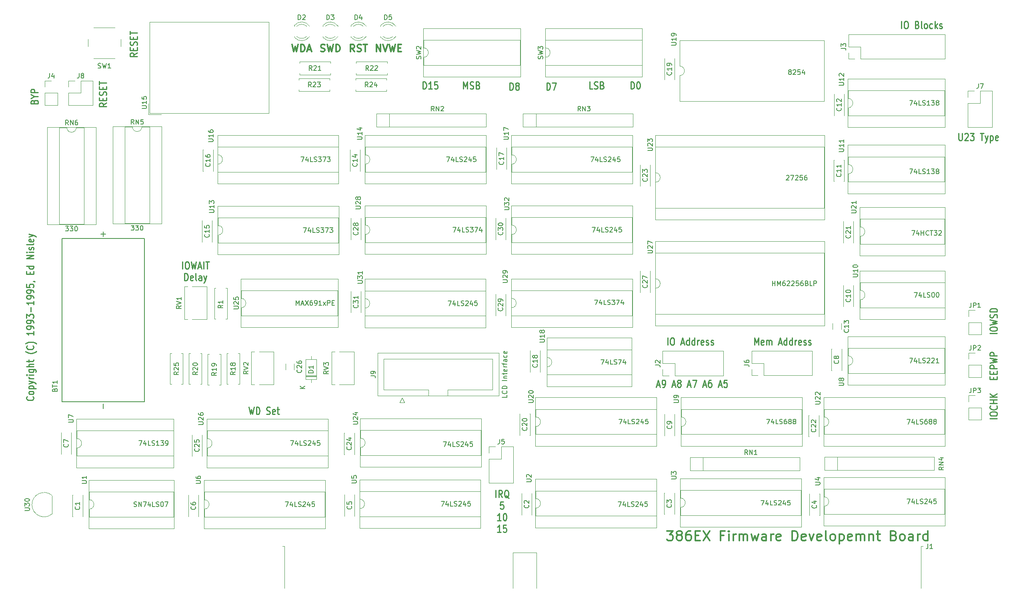
<source format=gbr>
%TF.GenerationSoftware,KiCad,Pcbnew,8.0.4*%
%TF.CreationDate,2024-08-03T13:22:42-04:00*%
%TF.ProjectId,386sxEmbedded,33383673-7845-46d6-9265-646465642e6b,rev?*%
%TF.SameCoordinates,Original*%
%TF.FileFunction,Legend,Top*%
%TF.FilePolarity,Positive*%
%FSLAX46Y46*%
G04 Gerber Fmt 4.6, Leading zero omitted, Abs format (unit mm)*
G04 Created by KiCad (PCBNEW 8.0.4) date 2024-08-03 13:22:42*
%MOMM*%
%LPD*%
G01*
G04 APERTURE LIST*
%ADD10C,0.304800*%
%ADD11C,0.254000*%
%ADD12C,0.300000*%
%ADD13C,0.150000*%
%ADD14C,0.120000*%
%ADD15C,0.127000*%
G04 APERTURE END LIST*
D10*
X170826097Y-138392191D02*
X172084002Y-138392191D01*
X172084002Y-138392191D02*
X171406669Y-139166287D01*
X171406669Y-139166287D02*
X171696954Y-139166287D01*
X171696954Y-139166287D02*
X171890478Y-139263049D01*
X171890478Y-139263049D02*
X171987240Y-139359810D01*
X171987240Y-139359810D02*
X172084002Y-139553334D01*
X172084002Y-139553334D02*
X172084002Y-140037144D01*
X172084002Y-140037144D02*
X171987240Y-140230668D01*
X171987240Y-140230668D02*
X171890478Y-140327430D01*
X171890478Y-140327430D02*
X171696954Y-140424191D01*
X171696954Y-140424191D02*
X171116383Y-140424191D01*
X171116383Y-140424191D02*
X170922859Y-140327430D01*
X170922859Y-140327430D02*
X170826097Y-140230668D01*
X173245145Y-139263049D02*
X173051621Y-139166287D01*
X173051621Y-139166287D02*
X172954859Y-139069525D01*
X172954859Y-139069525D02*
X172858097Y-138876001D01*
X172858097Y-138876001D02*
X172858097Y-138779239D01*
X172858097Y-138779239D02*
X172954859Y-138585715D01*
X172954859Y-138585715D02*
X173051621Y-138488953D01*
X173051621Y-138488953D02*
X173245145Y-138392191D01*
X173245145Y-138392191D02*
X173632192Y-138392191D01*
X173632192Y-138392191D02*
X173825716Y-138488953D01*
X173825716Y-138488953D02*
X173922478Y-138585715D01*
X173922478Y-138585715D02*
X174019240Y-138779239D01*
X174019240Y-138779239D02*
X174019240Y-138876001D01*
X174019240Y-138876001D02*
X173922478Y-139069525D01*
X173922478Y-139069525D02*
X173825716Y-139166287D01*
X173825716Y-139166287D02*
X173632192Y-139263049D01*
X173632192Y-139263049D02*
X173245145Y-139263049D01*
X173245145Y-139263049D02*
X173051621Y-139359810D01*
X173051621Y-139359810D02*
X172954859Y-139456572D01*
X172954859Y-139456572D02*
X172858097Y-139650096D01*
X172858097Y-139650096D02*
X172858097Y-140037144D01*
X172858097Y-140037144D02*
X172954859Y-140230668D01*
X172954859Y-140230668D02*
X173051621Y-140327430D01*
X173051621Y-140327430D02*
X173245145Y-140424191D01*
X173245145Y-140424191D02*
X173632192Y-140424191D01*
X173632192Y-140424191D02*
X173825716Y-140327430D01*
X173825716Y-140327430D02*
X173922478Y-140230668D01*
X173922478Y-140230668D02*
X174019240Y-140037144D01*
X174019240Y-140037144D02*
X174019240Y-139650096D01*
X174019240Y-139650096D02*
X173922478Y-139456572D01*
X173922478Y-139456572D02*
X173825716Y-139359810D01*
X173825716Y-139359810D02*
X173632192Y-139263049D01*
X175760954Y-138392191D02*
X175373907Y-138392191D01*
X175373907Y-138392191D02*
X175180383Y-138488953D01*
X175180383Y-138488953D02*
X175083621Y-138585715D01*
X175083621Y-138585715D02*
X174890097Y-138876001D01*
X174890097Y-138876001D02*
X174793335Y-139263049D01*
X174793335Y-139263049D02*
X174793335Y-140037144D01*
X174793335Y-140037144D02*
X174890097Y-140230668D01*
X174890097Y-140230668D02*
X174986859Y-140327430D01*
X174986859Y-140327430D02*
X175180383Y-140424191D01*
X175180383Y-140424191D02*
X175567430Y-140424191D01*
X175567430Y-140424191D02*
X175760954Y-140327430D01*
X175760954Y-140327430D02*
X175857716Y-140230668D01*
X175857716Y-140230668D02*
X175954478Y-140037144D01*
X175954478Y-140037144D02*
X175954478Y-139553334D01*
X175954478Y-139553334D02*
X175857716Y-139359810D01*
X175857716Y-139359810D02*
X175760954Y-139263049D01*
X175760954Y-139263049D02*
X175567430Y-139166287D01*
X175567430Y-139166287D02*
X175180383Y-139166287D01*
X175180383Y-139166287D02*
X174986859Y-139263049D01*
X174986859Y-139263049D02*
X174890097Y-139359810D01*
X174890097Y-139359810D02*
X174793335Y-139553334D01*
X176825335Y-139359810D02*
X177502668Y-139359810D01*
X177792954Y-140424191D02*
X176825335Y-140424191D01*
X176825335Y-140424191D02*
X176825335Y-138392191D01*
X176825335Y-138392191D02*
X177792954Y-138392191D01*
X178470287Y-138392191D02*
X179824954Y-140424191D01*
X179824954Y-138392191D02*
X178470287Y-140424191D01*
X182824572Y-139359810D02*
X182147239Y-139359810D01*
X182147239Y-140424191D02*
X182147239Y-138392191D01*
X182147239Y-138392191D02*
X183114858Y-138392191D01*
X183888953Y-140424191D02*
X183888953Y-139069525D01*
X183888953Y-138392191D02*
X183792191Y-138488953D01*
X183792191Y-138488953D02*
X183888953Y-138585715D01*
X183888953Y-138585715D02*
X183985715Y-138488953D01*
X183985715Y-138488953D02*
X183888953Y-138392191D01*
X183888953Y-138392191D02*
X183888953Y-138585715D01*
X184856572Y-140424191D02*
X184856572Y-139069525D01*
X184856572Y-139456572D02*
X184953334Y-139263049D01*
X184953334Y-139263049D02*
X185050096Y-139166287D01*
X185050096Y-139166287D02*
X185243620Y-139069525D01*
X185243620Y-139069525D02*
X185437143Y-139069525D01*
X186114477Y-140424191D02*
X186114477Y-139069525D01*
X186114477Y-139263049D02*
X186211239Y-139166287D01*
X186211239Y-139166287D02*
X186404763Y-139069525D01*
X186404763Y-139069525D02*
X186695048Y-139069525D01*
X186695048Y-139069525D02*
X186888572Y-139166287D01*
X186888572Y-139166287D02*
X186985334Y-139359810D01*
X186985334Y-139359810D02*
X186985334Y-140424191D01*
X186985334Y-139359810D02*
X187082096Y-139166287D01*
X187082096Y-139166287D02*
X187275620Y-139069525D01*
X187275620Y-139069525D02*
X187565906Y-139069525D01*
X187565906Y-139069525D02*
X187759429Y-139166287D01*
X187759429Y-139166287D02*
X187856191Y-139359810D01*
X187856191Y-139359810D02*
X187856191Y-140424191D01*
X188630286Y-139069525D02*
X189017334Y-140424191D01*
X189017334Y-140424191D02*
X189404381Y-139456572D01*
X189404381Y-139456572D02*
X189791429Y-140424191D01*
X189791429Y-140424191D02*
X190178477Y-139069525D01*
X191823429Y-140424191D02*
X191823429Y-139359810D01*
X191823429Y-139359810D02*
X191726667Y-139166287D01*
X191726667Y-139166287D02*
X191533143Y-139069525D01*
X191533143Y-139069525D02*
X191146096Y-139069525D01*
X191146096Y-139069525D02*
X190952572Y-139166287D01*
X191823429Y-140327430D02*
X191629905Y-140424191D01*
X191629905Y-140424191D02*
X191146096Y-140424191D01*
X191146096Y-140424191D02*
X190952572Y-140327430D01*
X190952572Y-140327430D02*
X190855810Y-140133906D01*
X190855810Y-140133906D02*
X190855810Y-139940382D01*
X190855810Y-139940382D02*
X190952572Y-139746858D01*
X190952572Y-139746858D02*
X191146096Y-139650096D01*
X191146096Y-139650096D02*
X191629905Y-139650096D01*
X191629905Y-139650096D02*
X191823429Y-139553334D01*
X192791048Y-140424191D02*
X192791048Y-139069525D01*
X192791048Y-139456572D02*
X192887810Y-139263049D01*
X192887810Y-139263049D02*
X192984572Y-139166287D01*
X192984572Y-139166287D02*
X193178096Y-139069525D01*
X193178096Y-139069525D02*
X193371619Y-139069525D01*
X194823048Y-140327430D02*
X194629524Y-140424191D01*
X194629524Y-140424191D02*
X194242477Y-140424191D01*
X194242477Y-140424191D02*
X194048953Y-140327430D01*
X194048953Y-140327430D02*
X193952191Y-140133906D01*
X193952191Y-140133906D02*
X193952191Y-139359810D01*
X193952191Y-139359810D02*
X194048953Y-139166287D01*
X194048953Y-139166287D02*
X194242477Y-139069525D01*
X194242477Y-139069525D02*
X194629524Y-139069525D01*
X194629524Y-139069525D02*
X194823048Y-139166287D01*
X194823048Y-139166287D02*
X194919810Y-139359810D01*
X194919810Y-139359810D02*
X194919810Y-139553334D01*
X194919810Y-139553334D02*
X193952191Y-139746858D01*
X197338857Y-140424191D02*
X197338857Y-138392191D01*
X197338857Y-138392191D02*
X197822667Y-138392191D01*
X197822667Y-138392191D02*
X198112952Y-138488953D01*
X198112952Y-138488953D02*
X198306476Y-138682477D01*
X198306476Y-138682477D02*
X198403238Y-138876001D01*
X198403238Y-138876001D02*
X198500000Y-139263049D01*
X198500000Y-139263049D02*
X198500000Y-139553334D01*
X198500000Y-139553334D02*
X198403238Y-139940382D01*
X198403238Y-139940382D02*
X198306476Y-140133906D01*
X198306476Y-140133906D02*
X198112952Y-140327430D01*
X198112952Y-140327430D02*
X197822667Y-140424191D01*
X197822667Y-140424191D02*
X197338857Y-140424191D01*
X200144952Y-140327430D02*
X199951428Y-140424191D01*
X199951428Y-140424191D02*
X199564381Y-140424191D01*
X199564381Y-140424191D02*
X199370857Y-140327430D01*
X199370857Y-140327430D02*
X199274095Y-140133906D01*
X199274095Y-140133906D02*
X199274095Y-139359810D01*
X199274095Y-139359810D02*
X199370857Y-139166287D01*
X199370857Y-139166287D02*
X199564381Y-139069525D01*
X199564381Y-139069525D02*
X199951428Y-139069525D01*
X199951428Y-139069525D02*
X200144952Y-139166287D01*
X200144952Y-139166287D02*
X200241714Y-139359810D01*
X200241714Y-139359810D02*
X200241714Y-139553334D01*
X200241714Y-139553334D02*
X199274095Y-139746858D01*
X200919047Y-139069525D02*
X201402857Y-140424191D01*
X201402857Y-140424191D02*
X201886666Y-139069525D01*
X203434856Y-140327430D02*
X203241332Y-140424191D01*
X203241332Y-140424191D02*
X202854285Y-140424191D01*
X202854285Y-140424191D02*
X202660761Y-140327430D01*
X202660761Y-140327430D02*
X202563999Y-140133906D01*
X202563999Y-140133906D02*
X202563999Y-139359810D01*
X202563999Y-139359810D02*
X202660761Y-139166287D01*
X202660761Y-139166287D02*
X202854285Y-139069525D01*
X202854285Y-139069525D02*
X203241332Y-139069525D01*
X203241332Y-139069525D02*
X203434856Y-139166287D01*
X203434856Y-139166287D02*
X203531618Y-139359810D01*
X203531618Y-139359810D02*
X203531618Y-139553334D01*
X203531618Y-139553334D02*
X202563999Y-139746858D01*
X204692761Y-140424191D02*
X204499237Y-140327430D01*
X204499237Y-140327430D02*
X204402475Y-140133906D01*
X204402475Y-140133906D02*
X204402475Y-138392191D01*
X205757142Y-140424191D02*
X205563618Y-140327430D01*
X205563618Y-140327430D02*
X205466856Y-140230668D01*
X205466856Y-140230668D02*
X205370094Y-140037144D01*
X205370094Y-140037144D02*
X205370094Y-139456572D01*
X205370094Y-139456572D02*
X205466856Y-139263049D01*
X205466856Y-139263049D02*
X205563618Y-139166287D01*
X205563618Y-139166287D02*
X205757142Y-139069525D01*
X205757142Y-139069525D02*
X206047427Y-139069525D01*
X206047427Y-139069525D02*
X206240951Y-139166287D01*
X206240951Y-139166287D02*
X206337713Y-139263049D01*
X206337713Y-139263049D02*
X206434475Y-139456572D01*
X206434475Y-139456572D02*
X206434475Y-140037144D01*
X206434475Y-140037144D02*
X206337713Y-140230668D01*
X206337713Y-140230668D02*
X206240951Y-140327430D01*
X206240951Y-140327430D02*
X206047427Y-140424191D01*
X206047427Y-140424191D02*
X205757142Y-140424191D01*
X207305332Y-139069525D02*
X207305332Y-141101525D01*
X207305332Y-139166287D02*
X207498856Y-139069525D01*
X207498856Y-139069525D02*
X207885903Y-139069525D01*
X207885903Y-139069525D02*
X208079427Y-139166287D01*
X208079427Y-139166287D02*
X208176189Y-139263049D01*
X208176189Y-139263049D02*
X208272951Y-139456572D01*
X208272951Y-139456572D02*
X208272951Y-140037144D01*
X208272951Y-140037144D02*
X208176189Y-140230668D01*
X208176189Y-140230668D02*
X208079427Y-140327430D01*
X208079427Y-140327430D02*
X207885903Y-140424191D01*
X207885903Y-140424191D02*
X207498856Y-140424191D01*
X207498856Y-140424191D02*
X207305332Y-140327430D01*
X209917903Y-140327430D02*
X209724379Y-140424191D01*
X209724379Y-140424191D02*
X209337332Y-140424191D01*
X209337332Y-140424191D02*
X209143808Y-140327430D01*
X209143808Y-140327430D02*
X209047046Y-140133906D01*
X209047046Y-140133906D02*
X209047046Y-139359810D01*
X209047046Y-139359810D02*
X209143808Y-139166287D01*
X209143808Y-139166287D02*
X209337332Y-139069525D01*
X209337332Y-139069525D02*
X209724379Y-139069525D01*
X209724379Y-139069525D02*
X209917903Y-139166287D01*
X209917903Y-139166287D02*
X210014665Y-139359810D01*
X210014665Y-139359810D02*
X210014665Y-139553334D01*
X210014665Y-139553334D02*
X209047046Y-139746858D01*
X210885522Y-140424191D02*
X210885522Y-139069525D01*
X210885522Y-139263049D02*
X210982284Y-139166287D01*
X210982284Y-139166287D02*
X211175808Y-139069525D01*
X211175808Y-139069525D02*
X211466093Y-139069525D01*
X211466093Y-139069525D02*
X211659617Y-139166287D01*
X211659617Y-139166287D02*
X211756379Y-139359810D01*
X211756379Y-139359810D02*
X211756379Y-140424191D01*
X211756379Y-139359810D02*
X211853141Y-139166287D01*
X211853141Y-139166287D02*
X212046665Y-139069525D01*
X212046665Y-139069525D02*
X212336951Y-139069525D01*
X212336951Y-139069525D02*
X212530474Y-139166287D01*
X212530474Y-139166287D02*
X212627236Y-139359810D01*
X212627236Y-139359810D02*
X212627236Y-140424191D01*
X213594855Y-139069525D02*
X213594855Y-140424191D01*
X213594855Y-139263049D02*
X213691617Y-139166287D01*
X213691617Y-139166287D02*
X213885141Y-139069525D01*
X213885141Y-139069525D02*
X214175426Y-139069525D01*
X214175426Y-139069525D02*
X214368950Y-139166287D01*
X214368950Y-139166287D02*
X214465712Y-139359810D01*
X214465712Y-139359810D02*
X214465712Y-140424191D01*
X215143045Y-139069525D02*
X215917141Y-139069525D01*
X215433331Y-138392191D02*
X215433331Y-140133906D01*
X215433331Y-140133906D02*
X215530093Y-140327430D01*
X215530093Y-140327430D02*
X215723617Y-140424191D01*
X215723617Y-140424191D02*
X215917141Y-140424191D01*
X218819997Y-139359810D02*
X219110283Y-139456572D01*
X219110283Y-139456572D02*
X219207045Y-139553334D01*
X219207045Y-139553334D02*
X219303807Y-139746858D01*
X219303807Y-139746858D02*
X219303807Y-140037144D01*
X219303807Y-140037144D02*
X219207045Y-140230668D01*
X219207045Y-140230668D02*
X219110283Y-140327430D01*
X219110283Y-140327430D02*
X218916759Y-140424191D01*
X218916759Y-140424191D02*
X218142664Y-140424191D01*
X218142664Y-140424191D02*
X218142664Y-138392191D01*
X218142664Y-138392191D02*
X218819997Y-138392191D01*
X218819997Y-138392191D02*
X219013521Y-138488953D01*
X219013521Y-138488953D02*
X219110283Y-138585715D01*
X219110283Y-138585715D02*
X219207045Y-138779239D01*
X219207045Y-138779239D02*
X219207045Y-138972763D01*
X219207045Y-138972763D02*
X219110283Y-139166287D01*
X219110283Y-139166287D02*
X219013521Y-139263049D01*
X219013521Y-139263049D02*
X218819997Y-139359810D01*
X218819997Y-139359810D02*
X218142664Y-139359810D01*
X220464950Y-140424191D02*
X220271426Y-140327430D01*
X220271426Y-140327430D02*
X220174664Y-140230668D01*
X220174664Y-140230668D02*
X220077902Y-140037144D01*
X220077902Y-140037144D02*
X220077902Y-139456572D01*
X220077902Y-139456572D02*
X220174664Y-139263049D01*
X220174664Y-139263049D02*
X220271426Y-139166287D01*
X220271426Y-139166287D02*
X220464950Y-139069525D01*
X220464950Y-139069525D02*
X220755235Y-139069525D01*
X220755235Y-139069525D02*
X220948759Y-139166287D01*
X220948759Y-139166287D02*
X221045521Y-139263049D01*
X221045521Y-139263049D02*
X221142283Y-139456572D01*
X221142283Y-139456572D02*
X221142283Y-140037144D01*
X221142283Y-140037144D02*
X221045521Y-140230668D01*
X221045521Y-140230668D02*
X220948759Y-140327430D01*
X220948759Y-140327430D02*
X220755235Y-140424191D01*
X220755235Y-140424191D02*
X220464950Y-140424191D01*
X222883997Y-140424191D02*
X222883997Y-139359810D01*
X222883997Y-139359810D02*
X222787235Y-139166287D01*
X222787235Y-139166287D02*
X222593711Y-139069525D01*
X222593711Y-139069525D02*
X222206664Y-139069525D01*
X222206664Y-139069525D02*
X222013140Y-139166287D01*
X222883997Y-140327430D02*
X222690473Y-140424191D01*
X222690473Y-140424191D02*
X222206664Y-140424191D01*
X222206664Y-140424191D02*
X222013140Y-140327430D01*
X222013140Y-140327430D02*
X221916378Y-140133906D01*
X221916378Y-140133906D02*
X221916378Y-139940382D01*
X221916378Y-139940382D02*
X222013140Y-139746858D01*
X222013140Y-139746858D02*
X222206664Y-139650096D01*
X222206664Y-139650096D02*
X222690473Y-139650096D01*
X222690473Y-139650096D02*
X222883997Y-139553334D01*
X223851616Y-140424191D02*
X223851616Y-139069525D01*
X223851616Y-139456572D02*
X223948378Y-139263049D01*
X223948378Y-139263049D02*
X224045140Y-139166287D01*
X224045140Y-139166287D02*
X224238664Y-139069525D01*
X224238664Y-139069525D02*
X224432187Y-139069525D01*
X225980378Y-140424191D02*
X225980378Y-138392191D01*
X225980378Y-140327430D02*
X225786854Y-140424191D01*
X225786854Y-140424191D02*
X225399807Y-140424191D01*
X225399807Y-140424191D02*
X225206283Y-140327430D01*
X225206283Y-140327430D02*
X225109521Y-140230668D01*
X225109521Y-140230668D02*
X225012759Y-140037144D01*
X225012759Y-140037144D02*
X225012759Y-139456572D01*
X225012759Y-139456572D02*
X225109521Y-139263049D01*
X225109521Y-139263049D02*
X225206283Y-139166287D01*
X225206283Y-139166287D02*
X225399807Y-139069525D01*
X225399807Y-139069525D02*
X225786854Y-139069525D01*
X225786854Y-139069525D02*
X225980378Y-139166287D01*
D11*
X145362618Y-45091823D02*
X145362618Y-43567823D01*
X145362618Y-43567823D02*
X145664999Y-43567823D01*
X145664999Y-43567823D02*
X145846428Y-43640394D01*
X145846428Y-43640394D02*
X145967380Y-43785537D01*
X145967380Y-43785537D02*
X146027857Y-43930680D01*
X146027857Y-43930680D02*
X146088333Y-44220966D01*
X146088333Y-44220966D02*
X146088333Y-44438680D01*
X146088333Y-44438680D02*
X146027857Y-44728966D01*
X146027857Y-44728966D02*
X145967380Y-44874109D01*
X145967380Y-44874109D02*
X145846428Y-45019252D01*
X145846428Y-45019252D02*
X145664999Y-45091823D01*
X145664999Y-45091823D02*
X145362618Y-45091823D01*
X146511666Y-43567823D02*
X147358333Y-43567823D01*
X147358333Y-43567823D02*
X146814047Y-45091823D01*
X232557380Y-54267823D02*
X232557380Y-55501537D01*
X232557380Y-55501537D02*
X232617857Y-55646680D01*
X232617857Y-55646680D02*
X232678333Y-55719252D01*
X232678333Y-55719252D02*
X232799285Y-55791823D01*
X232799285Y-55791823D02*
X233041190Y-55791823D01*
X233041190Y-55791823D02*
X233162142Y-55719252D01*
X233162142Y-55719252D02*
X233222619Y-55646680D01*
X233222619Y-55646680D02*
X233283095Y-55501537D01*
X233283095Y-55501537D02*
X233283095Y-54267823D01*
X233827380Y-54412966D02*
X233887856Y-54340394D01*
X233887856Y-54340394D02*
X234008809Y-54267823D01*
X234008809Y-54267823D02*
X234311190Y-54267823D01*
X234311190Y-54267823D02*
X234432142Y-54340394D01*
X234432142Y-54340394D02*
X234492618Y-54412966D01*
X234492618Y-54412966D02*
X234553095Y-54558109D01*
X234553095Y-54558109D02*
X234553095Y-54703252D01*
X234553095Y-54703252D02*
X234492618Y-54920966D01*
X234492618Y-54920966D02*
X233766904Y-55791823D01*
X233766904Y-55791823D02*
X234553095Y-55791823D01*
X234976428Y-54267823D02*
X235762619Y-54267823D01*
X235762619Y-54267823D02*
X235339285Y-54848394D01*
X235339285Y-54848394D02*
X235520714Y-54848394D01*
X235520714Y-54848394D02*
X235641666Y-54920966D01*
X235641666Y-54920966D02*
X235702142Y-54993537D01*
X235702142Y-54993537D02*
X235762619Y-55138680D01*
X235762619Y-55138680D02*
X235762619Y-55501537D01*
X235762619Y-55501537D02*
X235702142Y-55646680D01*
X235702142Y-55646680D02*
X235641666Y-55719252D01*
X235641666Y-55719252D02*
X235520714Y-55791823D01*
X235520714Y-55791823D02*
X235157857Y-55791823D01*
X235157857Y-55791823D02*
X235036904Y-55719252D01*
X235036904Y-55719252D02*
X234976428Y-55646680D01*
X237093095Y-54267823D02*
X237818809Y-54267823D01*
X237455952Y-55791823D02*
X237455952Y-54267823D01*
X238121190Y-54775823D02*
X238423571Y-55791823D01*
X238725952Y-54775823D02*
X238423571Y-55791823D01*
X238423571Y-55791823D02*
X238302619Y-56154680D01*
X238302619Y-56154680D02*
X238242142Y-56227252D01*
X238242142Y-56227252D02*
X238121190Y-56299823D01*
X239209761Y-54775823D02*
X239209761Y-56299823D01*
X239209761Y-54848394D02*
X239330714Y-54775823D01*
X239330714Y-54775823D02*
X239572619Y-54775823D01*
X239572619Y-54775823D02*
X239693571Y-54848394D01*
X239693571Y-54848394D02*
X239754047Y-54920966D01*
X239754047Y-54920966D02*
X239814523Y-55066109D01*
X239814523Y-55066109D02*
X239814523Y-55501537D01*
X239814523Y-55501537D02*
X239754047Y-55646680D01*
X239754047Y-55646680D02*
X239693571Y-55719252D01*
X239693571Y-55719252D02*
X239572619Y-55791823D01*
X239572619Y-55791823D02*
X239330714Y-55791823D01*
X239330714Y-55791823D02*
X239209761Y-55719252D01*
X240842619Y-55719252D02*
X240721667Y-55791823D01*
X240721667Y-55791823D02*
X240479762Y-55791823D01*
X240479762Y-55791823D02*
X240358809Y-55719252D01*
X240358809Y-55719252D02*
X240298333Y-55574109D01*
X240298333Y-55574109D02*
X240298333Y-54993537D01*
X240298333Y-54993537D02*
X240358809Y-54848394D01*
X240358809Y-54848394D02*
X240479762Y-54775823D01*
X240479762Y-54775823D02*
X240721667Y-54775823D01*
X240721667Y-54775823D02*
X240842619Y-54848394D01*
X240842619Y-54848394D02*
X240903095Y-54993537D01*
X240903095Y-54993537D02*
X240903095Y-55138680D01*
X240903095Y-55138680D02*
X240298333Y-55283823D01*
X58691823Y-37244523D02*
X57966109Y-37667857D01*
X58691823Y-37970238D02*
X57167823Y-37970238D01*
X57167823Y-37970238D02*
X57167823Y-37486428D01*
X57167823Y-37486428D02*
X57240394Y-37365476D01*
X57240394Y-37365476D02*
X57312966Y-37304999D01*
X57312966Y-37304999D02*
X57458109Y-37244523D01*
X57458109Y-37244523D02*
X57675823Y-37244523D01*
X57675823Y-37244523D02*
X57820966Y-37304999D01*
X57820966Y-37304999D02*
X57893537Y-37365476D01*
X57893537Y-37365476D02*
X57966109Y-37486428D01*
X57966109Y-37486428D02*
X57966109Y-37970238D01*
X57893537Y-36700238D02*
X57893537Y-36276904D01*
X58691823Y-36095476D02*
X58691823Y-36700238D01*
X58691823Y-36700238D02*
X57167823Y-36700238D01*
X57167823Y-36700238D02*
X57167823Y-36095476D01*
X58619252Y-35611666D02*
X58691823Y-35430237D01*
X58691823Y-35430237D02*
X58691823Y-35127856D01*
X58691823Y-35127856D02*
X58619252Y-35006904D01*
X58619252Y-35006904D02*
X58546680Y-34946428D01*
X58546680Y-34946428D02*
X58401537Y-34885951D01*
X58401537Y-34885951D02*
X58256394Y-34885951D01*
X58256394Y-34885951D02*
X58111252Y-34946428D01*
X58111252Y-34946428D02*
X58038680Y-35006904D01*
X58038680Y-35006904D02*
X57966109Y-35127856D01*
X57966109Y-35127856D02*
X57893537Y-35369761D01*
X57893537Y-35369761D02*
X57820966Y-35490713D01*
X57820966Y-35490713D02*
X57748394Y-35551190D01*
X57748394Y-35551190D02*
X57603252Y-35611666D01*
X57603252Y-35611666D02*
X57458109Y-35611666D01*
X57458109Y-35611666D02*
X57312966Y-35551190D01*
X57312966Y-35551190D02*
X57240394Y-35490713D01*
X57240394Y-35490713D02*
X57167823Y-35369761D01*
X57167823Y-35369761D02*
X57167823Y-35067380D01*
X57167823Y-35067380D02*
X57240394Y-34885951D01*
X57893537Y-34341666D02*
X57893537Y-33918332D01*
X58691823Y-33736904D02*
X58691823Y-34341666D01*
X58691823Y-34341666D02*
X57167823Y-34341666D01*
X57167823Y-34341666D02*
X57167823Y-33736904D01*
X57167823Y-33374046D02*
X57167823Y-32648332D01*
X58691823Y-33011189D02*
X57167823Y-33011189D01*
X239893537Y-106342381D02*
X239893537Y-105919047D01*
X240691823Y-105737619D02*
X240691823Y-106342381D01*
X240691823Y-106342381D02*
X239167823Y-106342381D01*
X239167823Y-106342381D02*
X239167823Y-105737619D01*
X239893537Y-105193333D02*
X239893537Y-104769999D01*
X240691823Y-104588571D02*
X240691823Y-105193333D01*
X240691823Y-105193333D02*
X239167823Y-105193333D01*
X239167823Y-105193333D02*
X239167823Y-104588571D01*
X240691823Y-104044285D02*
X239167823Y-104044285D01*
X239167823Y-104044285D02*
X239167823Y-103560475D01*
X239167823Y-103560475D02*
X239240394Y-103439523D01*
X239240394Y-103439523D02*
X239312966Y-103379046D01*
X239312966Y-103379046D02*
X239458109Y-103318570D01*
X239458109Y-103318570D02*
X239675823Y-103318570D01*
X239675823Y-103318570D02*
X239820966Y-103379046D01*
X239820966Y-103379046D02*
X239893537Y-103439523D01*
X239893537Y-103439523D02*
X239966109Y-103560475D01*
X239966109Y-103560475D02*
X239966109Y-104044285D01*
X239167823Y-102895237D02*
X240691823Y-102592856D01*
X240691823Y-102592856D02*
X239603252Y-102350951D01*
X239603252Y-102350951D02*
X240691823Y-102109046D01*
X240691823Y-102109046D02*
X239167823Y-101806666D01*
X240691823Y-101322856D02*
X239167823Y-101322856D01*
X239167823Y-101322856D02*
X239167823Y-100839046D01*
X239167823Y-100839046D02*
X239240394Y-100718094D01*
X239240394Y-100718094D02*
X239312966Y-100657617D01*
X239312966Y-100657617D02*
X239458109Y-100597141D01*
X239458109Y-100597141D02*
X239675823Y-100597141D01*
X239675823Y-100597141D02*
X239820966Y-100657617D01*
X239820966Y-100657617D02*
X239893537Y-100718094D01*
X239893537Y-100718094D02*
X239966109Y-100839046D01*
X239966109Y-100839046D02*
X239966109Y-101322856D01*
D12*
X97548082Y-36929400D02*
X97762368Y-37000828D01*
X97762368Y-37000828D02*
X98119510Y-37000828D01*
X98119510Y-37000828D02*
X98262368Y-36929400D01*
X98262368Y-36929400D02*
X98333796Y-36857971D01*
X98333796Y-36857971D02*
X98405225Y-36715114D01*
X98405225Y-36715114D02*
X98405225Y-36572257D01*
X98405225Y-36572257D02*
X98333796Y-36429400D01*
X98333796Y-36429400D02*
X98262368Y-36357971D01*
X98262368Y-36357971D02*
X98119510Y-36286542D01*
X98119510Y-36286542D02*
X97833796Y-36215114D01*
X97833796Y-36215114D02*
X97690939Y-36143685D01*
X97690939Y-36143685D02*
X97619510Y-36072257D01*
X97619510Y-36072257D02*
X97548082Y-35929400D01*
X97548082Y-35929400D02*
X97548082Y-35786542D01*
X97548082Y-35786542D02*
X97619510Y-35643685D01*
X97619510Y-35643685D02*
X97690939Y-35572257D01*
X97690939Y-35572257D02*
X97833796Y-35500828D01*
X97833796Y-35500828D02*
X98190939Y-35500828D01*
X98190939Y-35500828D02*
X98405225Y-35572257D01*
X98905224Y-35500828D02*
X99262367Y-37000828D01*
X99262367Y-37000828D02*
X99548081Y-35929400D01*
X99548081Y-35929400D02*
X99833796Y-37000828D01*
X99833796Y-37000828D02*
X100190939Y-35500828D01*
X100762367Y-37000828D02*
X100762367Y-35500828D01*
X100762367Y-35500828D02*
X101119510Y-35500828D01*
X101119510Y-35500828D02*
X101333796Y-35572257D01*
X101333796Y-35572257D02*
X101476653Y-35715114D01*
X101476653Y-35715114D02*
X101548082Y-35857971D01*
X101548082Y-35857971D02*
X101619510Y-36143685D01*
X101619510Y-36143685D02*
X101619510Y-36357971D01*
X101619510Y-36357971D02*
X101548082Y-36643685D01*
X101548082Y-36643685D02*
X101476653Y-36786542D01*
X101476653Y-36786542D02*
X101333796Y-36929400D01*
X101333796Y-36929400D02*
X101119510Y-37000828D01*
X101119510Y-37000828D02*
X100762367Y-37000828D01*
D11*
X82325000Y-112207823D02*
X82627381Y-113731823D01*
X82627381Y-113731823D02*
X82869286Y-112643252D01*
X82869286Y-112643252D02*
X83111191Y-113731823D01*
X83111191Y-113731823D02*
X83413572Y-112207823D01*
X83897381Y-113731823D02*
X83897381Y-112207823D01*
X83897381Y-112207823D02*
X84199762Y-112207823D01*
X84199762Y-112207823D02*
X84381191Y-112280394D01*
X84381191Y-112280394D02*
X84502143Y-112425537D01*
X84502143Y-112425537D02*
X84562620Y-112570680D01*
X84562620Y-112570680D02*
X84623096Y-112860966D01*
X84623096Y-112860966D02*
X84623096Y-113078680D01*
X84623096Y-113078680D02*
X84562620Y-113368966D01*
X84562620Y-113368966D02*
X84502143Y-113514109D01*
X84502143Y-113514109D02*
X84381191Y-113659252D01*
X84381191Y-113659252D02*
X84199762Y-113731823D01*
X84199762Y-113731823D02*
X83897381Y-113731823D01*
X86074524Y-113659252D02*
X86255953Y-113731823D01*
X86255953Y-113731823D02*
X86558334Y-113731823D01*
X86558334Y-113731823D02*
X86679286Y-113659252D01*
X86679286Y-113659252D02*
X86739762Y-113586680D01*
X86739762Y-113586680D02*
X86800239Y-113441537D01*
X86800239Y-113441537D02*
X86800239Y-113296394D01*
X86800239Y-113296394D02*
X86739762Y-113151252D01*
X86739762Y-113151252D02*
X86679286Y-113078680D01*
X86679286Y-113078680D02*
X86558334Y-113006109D01*
X86558334Y-113006109D02*
X86316429Y-112933537D01*
X86316429Y-112933537D02*
X86195477Y-112860966D01*
X86195477Y-112860966D02*
X86135000Y-112788394D01*
X86135000Y-112788394D02*
X86074524Y-112643252D01*
X86074524Y-112643252D02*
X86074524Y-112498109D01*
X86074524Y-112498109D02*
X86135000Y-112352966D01*
X86135000Y-112352966D02*
X86195477Y-112280394D01*
X86195477Y-112280394D02*
X86316429Y-112207823D01*
X86316429Y-112207823D02*
X86618810Y-112207823D01*
X86618810Y-112207823D02*
X86800239Y-112280394D01*
X87828334Y-113659252D02*
X87707382Y-113731823D01*
X87707382Y-113731823D02*
X87465477Y-113731823D01*
X87465477Y-113731823D02*
X87344524Y-113659252D01*
X87344524Y-113659252D02*
X87284048Y-113514109D01*
X87284048Y-113514109D02*
X87284048Y-112933537D01*
X87284048Y-112933537D02*
X87344524Y-112788394D01*
X87344524Y-112788394D02*
X87465477Y-112715823D01*
X87465477Y-112715823D02*
X87707382Y-112715823D01*
X87707382Y-112715823D02*
X87828334Y-112788394D01*
X87828334Y-112788394D02*
X87888810Y-112933537D01*
X87888810Y-112933537D02*
X87888810Y-113078680D01*
X87888810Y-113078680D02*
X87284048Y-113223823D01*
X88251667Y-112715823D02*
X88735476Y-112715823D01*
X88433095Y-112207823D02*
X88433095Y-113514109D01*
X88433095Y-113514109D02*
X88493572Y-113659252D01*
X88493572Y-113659252D02*
X88614524Y-113731823D01*
X88614524Y-113731823D02*
X88735476Y-113731823D01*
X170967143Y-99071823D02*
X170967143Y-97547823D01*
X171813810Y-97547823D02*
X172055715Y-97547823D01*
X172055715Y-97547823D02*
X172176667Y-97620394D01*
X172176667Y-97620394D02*
X172297620Y-97765537D01*
X172297620Y-97765537D02*
X172358096Y-98055823D01*
X172358096Y-98055823D02*
X172358096Y-98563823D01*
X172358096Y-98563823D02*
X172297620Y-98854109D01*
X172297620Y-98854109D02*
X172176667Y-98999252D01*
X172176667Y-98999252D02*
X172055715Y-99071823D01*
X172055715Y-99071823D02*
X171813810Y-99071823D01*
X171813810Y-99071823D02*
X171692858Y-98999252D01*
X171692858Y-98999252D02*
X171571905Y-98854109D01*
X171571905Y-98854109D02*
X171511429Y-98563823D01*
X171511429Y-98563823D02*
X171511429Y-98055823D01*
X171511429Y-98055823D02*
X171571905Y-97765537D01*
X171571905Y-97765537D02*
X171692858Y-97620394D01*
X171692858Y-97620394D02*
X171813810Y-97547823D01*
X173809524Y-98636394D02*
X174414286Y-98636394D01*
X173688572Y-99071823D02*
X174111905Y-97547823D01*
X174111905Y-97547823D02*
X174535239Y-99071823D01*
X175502857Y-99071823D02*
X175502857Y-97547823D01*
X175502857Y-98999252D02*
X175381905Y-99071823D01*
X175381905Y-99071823D02*
X175140000Y-99071823D01*
X175140000Y-99071823D02*
X175019048Y-98999252D01*
X175019048Y-98999252D02*
X174958571Y-98926680D01*
X174958571Y-98926680D02*
X174898095Y-98781537D01*
X174898095Y-98781537D02*
X174898095Y-98346109D01*
X174898095Y-98346109D02*
X174958571Y-98200966D01*
X174958571Y-98200966D02*
X175019048Y-98128394D01*
X175019048Y-98128394D02*
X175140000Y-98055823D01*
X175140000Y-98055823D02*
X175381905Y-98055823D01*
X175381905Y-98055823D02*
X175502857Y-98128394D01*
X176651905Y-99071823D02*
X176651905Y-97547823D01*
X176651905Y-98999252D02*
X176530953Y-99071823D01*
X176530953Y-99071823D02*
X176289048Y-99071823D01*
X176289048Y-99071823D02*
X176168096Y-98999252D01*
X176168096Y-98999252D02*
X176107619Y-98926680D01*
X176107619Y-98926680D02*
X176047143Y-98781537D01*
X176047143Y-98781537D02*
X176047143Y-98346109D01*
X176047143Y-98346109D02*
X176107619Y-98200966D01*
X176107619Y-98200966D02*
X176168096Y-98128394D01*
X176168096Y-98128394D02*
X176289048Y-98055823D01*
X176289048Y-98055823D02*
X176530953Y-98055823D01*
X176530953Y-98055823D02*
X176651905Y-98128394D01*
X177256667Y-99071823D02*
X177256667Y-98055823D01*
X177256667Y-98346109D02*
X177317144Y-98200966D01*
X177317144Y-98200966D02*
X177377620Y-98128394D01*
X177377620Y-98128394D02*
X177498572Y-98055823D01*
X177498572Y-98055823D02*
X177619525Y-98055823D01*
X178526667Y-98999252D02*
X178405715Y-99071823D01*
X178405715Y-99071823D02*
X178163810Y-99071823D01*
X178163810Y-99071823D02*
X178042857Y-98999252D01*
X178042857Y-98999252D02*
X177982381Y-98854109D01*
X177982381Y-98854109D02*
X177982381Y-98273537D01*
X177982381Y-98273537D02*
X178042857Y-98128394D01*
X178042857Y-98128394D02*
X178163810Y-98055823D01*
X178163810Y-98055823D02*
X178405715Y-98055823D01*
X178405715Y-98055823D02*
X178526667Y-98128394D01*
X178526667Y-98128394D02*
X178587143Y-98273537D01*
X178587143Y-98273537D02*
X178587143Y-98418680D01*
X178587143Y-98418680D02*
X177982381Y-98563823D01*
X179070952Y-98999252D02*
X179191905Y-99071823D01*
X179191905Y-99071823D02*
X179433809Y-99071823D01*
X179433809Y-99071823D02*
X179554762Y-98999252D01*
X179554762Y-98999252D02*
X179615238Y-98854109D01*
X179615238Y-98854109D02*
X179615238Y-98781537D01*
X179615238Y-98781537D02*
X179554762Y-98636394D01*
X179554762Y-98636394D02*
X179433809Y-98563823D01*
X179433809Y-98563823D02*
X179252381Y-98563823D01*
X179252381Y-98563823D02*
X179131428Y-98491252D01*
X179131428Y-98491252D02*
X179070952Y-98346109D01*
X179070952Y-98346109D02*
X179070952Y-98273537D01*
X179070952Y-98273537D02*
X179131428Y-98128394D01*
X179131428Y-98128394D02*
X179252381Y-98055823D01*
X179252381Y-98055823D02*
X179433809Y-98055823D01*
X179433809Y-98055823D02*
X179554762Y-98128394D01*
X180099047Y-98999252D02*
X180220000Y-99071823D01*
X180220000Y-99071823D02*
X180461904Y-99071823D01*
X180461904Y-99071823D02*
X180582857Y-98999252D01*
X180582857Y-98999252D02*
X180643333Y-98854109D01*
X180643333Y-98854109D02*
X180643333Y-98781537D01*
X180643333Y-98781537D02*
X180582857Y-98636394D01*
X180582857Y-98636394D02*
X180461904Y-98563823D01*
X180461904Y-98563823D02*
X180280476Y-98563823D01*
X180280476Y-98563823D02*
X180159523Y-98491252D01*
X180159523Y-98491252D02*
X180099047Y-98346109D01*
X180099047Y-98346109D02*
X180099047Y-98273537D01*
X180099047Y-98273537D02*
X180159523Y-98128394D01*
X180159523Y-98128394D02*
X180280476Y-98055823D01*
X180280476Y-98055823D02*
X180461904Y-98055823D01*
X180461904Y-98055823D02*
X180582857Y-98128394D01*
X240691823Y-114600476D02*
X239167823Y-114600476D01*
X239167823Y-113753809D02*
X239167823Y-113511904D01*
X239167823Y-113511904D02*
X239240394Y-113390952D01*
X239240394Y-113390952D02*
X239385537Y-113269999D01*
X239385537Y-113269999D02*
X239675823Y-113209523D01*
X239675823Y-113209523D02*
X240183823Y-113209523D01*
X240183823Y-113209523D02*
X240474109Y-113269999D01*
X240474109Y-113269999D02*
X240619252Y-113390952D01*
X240619252Y-113390952D02*
X240691823Y-113511904D01*
X240691823Y-113511904D02*
X240691823Y-113753809D01*
X240691823Y-113753809D02*
X240619252Y-113874761D01*
X240619252Y-113874761D02*
X240474109Y-113995714D01*
X240474109Y-113995714D02*
X240183823Y-114056190D01*
X240183823Y-114056190D02*
X239675823Y-114056190D01*
X239675823Y-114056190D02*
X239385537Y-113995714D01*
X239385537Y-113995714D02*
X239240394Y-113874761D01*
X239240394Y-113874761D02*
X239167823Y-113753809D01*
X240546680Y-111939523D02*
X240619252Y-111999999D01*
X240619252Y-111999999D02*
X240691823Y-112181428D01*
X240691823Y-112181428D02*
X240691823Y-112302380D01*
X240691823Y-112302380D02*
X240619252Y-112483809D01*
X240619252Y-112483809D02*
X240474109Y-112604761D01*
X240474109Y-112604761D02*
X240328966Y-112665238D01*
X240328966Y-112665238D02*
X240038680Y-112725714D01*
X240038680Y-112725714D02*
X239820966Y-112725714D01*
X239820966Y-112725714D02*
X239530680Y-112665238D01*
X239530680Y-112665238D02*
X239385537Y-112604761D01*
X239385537Y-112604761D02*
X239240394Y-112483809D01*
X239240394Y-112483809D02*
X239167823Y-112302380D01*
X239167823Y-112302380D02*
X239167823Y-112181428D01*
X239167823Y-112181428D02*
X239240394Y-111999999D01*
X239240394Y-111999999D02*
X239312966Y-111939523D01*
X240691823Y-111395238D02*
X239167823Y-111395238D01*
X239893537Y-111395238D02*
X239893537Y-110669523D01*
X240691823Y-110669523D02*
X239167823Y-110669523D01*
X240691823Y-110064762D02*
X239167823Y-110064762D01*
X240691823Y-109339047D02*
X239820966Y-109883333D01*
X239167823Y-109339047D02*
X240038680Y-110064762D01*
X220436428Y-32091823D02*
X220436428Y-30567823D01*
X221283095Y-30567823D02*
X221525000Y-30567823D01*
X221525000Y-30567823D02*
X221645952Y-30640394D01*
X221645952Y-30640394D02*
X221766905Y-30785537D01*
X221766905Y-30785537D02*
X221827381Y-31075823D01*
X221827381Y-31075823D02*
X221827381Y-31583823D01*
X221827381Y-31583823D02*
X221766905Y-31874109D01*
X221766905Y-31874109D02*
X221645952Y-32019252D01*
X221645952Y-32019252D02*
X221525000Y-32091823D01*
X221525000Y-32091823D02*
X221283095Y-32091823D01*
X221283095Y-32091823D02*
X221162143Y-32019252D01*
X221162143Y-32019252D02*
X221041190Y-31874109D01*
X221041190Y-31874109D02*
X220980714Y-31583823D01*
X220980714Y-31583823D02*
X220980714Y-31075823D01*
X220980714Y-31075823D02*
X221041190Y-30785537D01*
X221041190Y-30785537D02*
X221162143Y-30640394D01*
X221162143Y-30640394D02*
X221283095Y-30567823D01*
X223762619Y-31293537D02*
X223944047Y-31366109D01*
X223944047Y-31366109D02*
X224004524Y-31438680D01*
X224004524Y-31438680D02*
X224065000Y-31583823D01*
X224065000Y-31583823D02*
X224065000Y-31801537D01*
X224065000Y-31801537D02*
X224004524Y-31946680D01*
X224004524Y-31946680D02*
X223944047Y-32019252D01*
X223944047Y-32019252D02*
X223823095Y-32091823D01*
X223823095Y-32091823D02*
X223339285Y-32091823D01*
X223339285Y-32091823D02*
X223339285Y-30567823D01*
X223339285Y-30567823D02*
X223762619Y-30567823D01*
X223762619Y-30567823D02*
X223883571Y-30640394D01*
X223883571Y-30640394D02*
X223944047Y-30712966D01*
X223944047Y-30712966D02*
X224004524Y-30858109D01*
X224004524Y-30858109D02*
X224004524Y-31003252D01*
X224004524Y-31003252D02*
X223944047Y-31148394D01*
X223944047Y-31148394D02*
X223883571Y-31220966D01*
X223883571Y-31220966D02*
X223762619Y-31293537D01*
X223762619Y-31293537D02*
X223339285Y-31293537D01*
X224790714Y-32091823D02*
X224669762Y-32019252D01*
X224669762Y-32019252D02*
X224609285Y-31874109D01*
X224609285Y-31874109D02*
X224609285Y-30567823D01*
X225455952Y-32091823D02*
X225335000Y-32019252D01*
X225335000Y-32019252D02*
X225274523Y-31946680D01*
X225274523Y-31946680D02*
X225214047Y-31801537D01*
X225214047Y-31801537D02*
X225214047Y-31366109D01*
X225214047Y-31366109D02*
X225274523Y-31220966D01*
X225274523Y-31220966D02*
X225335000Y-31148394D01*
X225335000Y-31148394D02*
X225455952Y-31075823D01*
X225455952Y-31075823D02*
X225637381Y-31075823D01*
X225637381Y-31075823D02*
X225758333Y-31148394D01*
X225758333Y-31148394D02*
X225818809Y-31220966D01*
X225818809Y-31220966D02*
X225879285Y-31366109D01*
X225879285Y-31366109D02*
X225879285Y-31801537D01*
X225879285Y-31801537D02*
X225818809Y-31946680D01*
X225818809Y-31946680D02*
X225758333Y-32019252D01*
X225758333Y-32019252D02*
X225637381Y-32091823D01*
X225637381Y-32091823D02*
X225455952Y-32091823D01*
X226967857Y-32019252D02*
X226846905Y-32091823D01*
X226846905Y-32091823D02*
X226605000Y-32091823D01*
X226605000Y-32091823D02*
X226484048Y-32019252D01*
X226484048Y-32019252D02*
X226423571Y-31946680D01*
X226423571Y-31946680D02*
X226363095Y-31801537D01*
X226363095Y-31801537D02*
X226363095Y-31366109D01*
X226363095Y-31366109D02*
X226423571Y-31220966D01*
X226423571Y-31220966D02*
X226484048Y-31148394D01*
X226484048Y-31148394D02*
X226605000Y-31075823D01*
X226605000Y-31075823D02*
X226846905Y-31075823D01*
X226846905Y-31075823D02*
X226967857Y-31148394D01*
X227512142Y-32091823D02*
X227512142Y-30567823D01*
X227633095Y-31511252D02*
X227995952Y-32091823D01*
X227995952Y-31075823D02*
X227512142Y-31656394D01*
X228479761Y-32019252D02*
X228600714Y-32091823D01*
X228600714Y-32091823D02*
X228842618Y-32091823D01*
X228842618Y-32091823D02*
X228963571Y-32019252D01*
X228963571Y-32019252D02*
X229024047Y-31874109D01*
X229024047Y-31874109D02*
X229024047Y-31801537D01*
X229024047Y-31801537D02*
X228963571Y-31656394D01*
X228963571Y-31656394D02*
X228842618Y-31583823D01*
X228842618Y-31583823D02*
X228661190Y-31583823D01*
X228661190Y-31583823D02*
X228540237Y-31511252D01*
X228540237Y-31511252D02*
X228479761Y-31366109D01*
X228479761Y-31366109D02*
X228479761Y-31293537D01*
X228479761Y-31293537D02*
X228540237Y-31148394D01*
X228540237Y-31148394D02*
X228661190Y-31075823D01*
X228661190Y-31075823D02*
X228842618Y-31075823D01*
X228842618Y-31075823D02*
X228963571Y-31148394D01*
X155058333Y-44891823D02*
X154453571Y-44891823D01*
X154453571Y-44891823D02*
X154453571Y-43367823D01*
X155421190Y-44819252D02*
X155602619Y-44891823D01*
X155602619Y-44891823D02*
X155905000Y-44891823D01*
X155905000Y-44891823D02*
X156025952Y-44819252D01*
X156025952Y-44819252D02*
X156086428Y-44746680D01*
X156086428Y-44746680D02*
X156146905Y-44601537D01*
X156146905Y-44601537D02*
X156146905Y-44456394D01*
X156146905Y-44456394D02*
X156086428Y-44311252D01*
X156086428Y-44311252D02*
X156025952Y-44238680D01*
X156025952Y-44238680D02*
X155905000Y-44166109D01*
X155905000Y-44166109D02*
X155663095Y-44093537D01*
X155663095Y-44093537D02*
X155542143Y-44020966D01*
X155542143Y-44020966D02*
X155481666Y-43948394D01*
X155481666Y-43948394D02*
X155421190Y-43803252D01*
X155421190Y-43803252D02*
X155421190Y-43658109D01*
X155421190Y-43658109D02*
X155481666Y-43512966D01*
X155481666Y-43512966D02*
X155542143Y-43440394D01*
X155542143Y-43440394D02*
X155663095Y-43367823D01*
X155663095Y-43367823D02*
X155965476Y-43367823D01*
X155965476Y-43367823D02*
X156146905Y-43440394D01*
X157114524Y-44093537D02*
X157295952Y-44166109D01*
X157295952Y-44166109D02*
X157356429Y-44238680D01*
X157356429Y-44238680D02*
X157416905Y-44383823D01*
X157416905Y-44383823D02*
X157416905Y-44601537D01*
X157416905Y-44601537D02*
X157356429Y-44746680D01*
X157356429Y-44746680D02*
X157295952Y-44819252D01*
X157295952Y-44819252D02*
X157175000Y-44891823D01*
X157175000Y-44891823D02*
X156691190Y-44891823D01*
X156691190Y-44891823D02*
X156691190Y-43367823D01*
X156691190Y-43367823D02*
X157114524Y-43367823D01*
X157114524Y-43367823D02*
X157235476Y-43440394D01*
X157235476Y-43440394D02*
X157295952Y-43512966D01*
X157295952Y-43512966D02*
X157356429Y-43658109D01*
X157356429Y-43658109D02*
X157356429Y-43803252D01*
X157356429Y-43803252D02*
X157295952Y-43948394D01*
X157295952Y-43948394D02*
X157235476Y-44020966D01*
X157235476Y-44020966D02*
X157114524Y-44093537D01*
X157114524Y-44093537D02*
X156691190Y-44093537D01*
X36646680Y-109982143D02*
X36719252Y-110042619D01*
X36719252Y-110042619D02*
X36791823Y-110224048D01*
X36791823Y-110224048D02*
X36791823Y-110345000D01*
X36791823Y-110345000D02*
X36719252Y-110526429D01*
X36719252Y-110526429D02*
X36574109Y-110647381D01*
X36574109Y-110647381D02*
X36428966Y-110707858D01*
X36428966Y-110707858D02*
X36138680Y-110768334D01*
X36138680Y-110768334D02*
X35920966Y-110768334D01*
X35920966Y-110768334D02*
X35630680Y-110707858D01*
X35630680Y-110707858D02*
X35485537Y-110647381D01*
X35485537Y-110647381D02*
X35340394Y-110526429D01*
X35340394Y-110526429D02*
X35267823Y-110345000D01*
X35267823Y-110345000D02*
X35267823Y-110224048D01*
X35267823Y-110224048D02*
X35340394Y-110042619D01*
X35340394Y-110042619D02*
X35412966Y-109982143D01*
X36791823Y-109256429D02*
X36719252Y-109377381D01*
X36719252Y-109377381D02*
X36646680Y-109437858D01*
X36646680Y-109437858D02*
X36501537Y-109498334D01*
X36501537Y-109498334D02*
X36066109Y-109498334D01*
X36066109Y-109498334D02*
X35920966Y-109437858D01*
X35920966Y-109437858D02*
X35848394Y-109377381D01*
X35848394Y-109377381D02*
X35775823Y-109256429D01*
X35775823Y-109256429D02*
X35775823Y-109075000D01*
X35775823Y-109075000D02*
X35848394Y-108954048D01*
X35848394Y-108954048D02*
X35920966Y-108893572D01*
X35920966Y-108893572D02*
X36066109Y-108833096D01*
X36066109Y-108833096D02*
X36501537Y-108833096D01*
X36501537Y-108833096D02*
X36646680Y-108893572D01*
X36646680Y-108893572D02*
X36719252Y-108954048D01*
X36719252Y-108954048D02*
X36791823Y-109075000D01*
X36791823Y-109075000D02*
X36791823Y-109256429D01*
X35775823Y-108288810D02*
X37299823Y-108288810D01*
X35848394Y-108288810D02*
X35775823Y-108167857D01*
X35775823Y-108167857D02*
X35775823Y-107925952D01*
X35775823Y-107925952D02*
X35848394Y-107805000D01*
X35848394Y-107805000D02*
X35920966Y-107744524D01*
X35920966Y-107744524D02*
X36066109Y-107684048D01*
X36066109Y-107684048D02*
X36501537Y-107684048D01*
X36501537Y-107684048D02*
X36646680Y-107744524D01*
X36646680Y-107744524D02*
X36719252Y-107805000D01*
X36719252Y-107805000D02*
X36791823Y-107925952D01*
X36791823Y-107925952D02*
X36791823Y-108167857D01*
X36791823Y-108167857D02*
X36719252Y-108288810D01*
X35775823Y-107260714D02*
X36791823Y-106958333D01*
X35775823Y-106655952D02*
X36791823Y-106958333D01*
X36791823Y-106958333D02*
X37154680Y-107079285D01*
X37154680Y-107079285D02*
X37227252Y-107139762D01*
X37227252Y-107139762D02*
X37299823Y-107260714D01*
X36791823Y-106172143D02*
X35775823Y-106172143D01*
X36066109Y-106172143D02*
X35920966Y-106111666D01*
X35920966Y-106111666D02*
X35848394Y-106051190D01*
X35848394Y-106051190D02*
X35775823Y-105930238D01*
X35775823Y-105930238D02*
X35775823Y-105809285D01*
X36791823Y-105385953D02*
X35775823Y-105385953D01*
X35267823Y-105385953D02*
X35340394Y-105446429D01*
X35340394Y-105446429D02*
X35412966Y-105385953D01*
X35412966Y-105385953D02*
X35340394Y-105325476D01*
X35340394Y-105325476D02*
X35267823Y-105385953D01*
X35267823Y-105385953D02*
X35412966Y-105385953D01*
X35775823Y-104236905D02*
X37009537Y-104236905D01*
X37009537Y-104236905D02*
X37154680Y-104297381D01*
X37154680Y-104297381D02*
X37227252Y-104357857D01*
X37227252Y-104357857D02*
X37299823Y-104478810D01*
X37299823Y-104478810D02*
X37299823Y-104660238D01*
X37299823Y-104660238D02*
X37227252Y-104781191D01*
X36719252Y-104236905D02*
X36791823Y-104357857D01*
X36791823Y-104357857D02*
X36791823Y-104599762D01*
X36791823Y-104599762D02*
X36719252Y-104720714D01*
X36719252Y-104720714D02*
X36646680Y-104781191D01*
X36646680Y-104781191D02*
X36501537Y-104841667D01*
X36501537Y-104841667D02*
X36066109Y-104841667D01*
X36066109Y-104841667D02*
X35920966Y-104781191D01*
X35920966Y-104781191D02*
X35848394Y-104720714D01*
X35848394Y-104720714D02*
X35775823Y-104599762D01*
X35775823Y-104599762D02*
X35775823Y-104357857D01*
X35775823Y-104357857D02*
X35848394Y-104236905D01*
X36791823Y-103632143D02*
X35267823Y-103632143D01*
X36791823Y-103087857D02*
X35993537Y-103087857D01*
X35993537Y-103087857D02*
X35848394Y-103148333D01*
X35848394Y-103148333D02*
X35775823Y-103269285D01*
X35775823Y-103269285D02*
X35775823Y-103450714D01*
X35775823Y-103450714D02*
X35848394Y-103571666D01*
X35848394Y-103571666D02*
X35920966Y-103632143D01*
X35775823Y-102664523D02*
X35775823Y-102180714D01*
X35267823Y-102483095D02*
X36574109Y-102483095D01*
X36574109Y-102483095D02*
X36719252Y-102422618D01*
X36719252Y-102422618D02*
X36791823Y-102301666D01*
X36791823Y-102301666D02*
X36791823Y-102180714D01*
X37372394Y-100426904D02*
X37299823Y-100487381D01*
X37299823Y-100487381D02*
X37082109Y-100608333D01*
X37082109Y-100608333D02*
X36936966Y-100668809D01*
X36936966Y-100668809D02*
X36719252Y-100729285D01*
X36719252Y-100729285D02*
X36356394Y-100789762D01*
X36356394Y-100789762D02*
X36066109Y-100789762D01*
X36066109Y-100789762D02*
X35703252Y-100729285D01*
X35703252Y-100729285D02*
X35485537Y-100668809D01*
X35485537Y-100668809D02*
X35340394Y-100608333D01*
X35340394Y-100608333D02*
X35122680Y-100487381D01*
X35122680Y-100487381D02*
X35050109Y-100426904D01*
X36646680Y-99217380D02*
X36719252Y-99277856D01*
X36719252Y-99277856D02*
X36791823Y-99459285D01*
X36791823Y-99459285D02*
X36791823Y-99580237D01*
X36791823Y-99580237D02*
X36719252Y-99761666D01*
X36719252Y-99761666D02*
X36574109Y-99882618D01*
X36574109Y-99882618D02*
X36428966Y-99943095D01*
X36428966Y-99943095D02*
X36138680Y-100003571D01*
X36138680Y-100003571D02*
X35920966Y-100003571D01*
X35920966Y-100003571D02*
X35630680Y-99943095D01*
X35630680Y-99943095D02*
X35485537Y-99882618D01*
X35485537Y-99882618D02*
X35340394Y-99761666D01*
X35340394Y-99761666D02*
X35267823Y-99580237D01*
X35267823Y-99580237D02*
X35267823Y-99459285D01*
X35267823Y-99459285D02*
X35340394Y-99277856D01*
X35340394Y-99277856D02*
X35412966Y-99217380D01*
X37372394Y-98794047D02*
X37299823Y-98733571D01*
X37299823Y-98733571D02*
X37082109Y-98612618D01*
X37082109Y-98612618D02*
X36936966Y-98552142D01*
X36936966Y-98552142D02*
X36719252Y-98491666D01*
X36719252Y-98491666D02*
X36356394Y-98431190D01*
X36356394Y-98431190D02*
X36066109Y-98431190D01*
X36066109Y-98431190D02*
X35703252Y-98491666D01*
X35703252Y-98491666D02*
X35485537Y-98552142D01*
X35485537Y-98552142D02*
X35340394Y-98612618D01*
X35340394Y-98612618D02*
X35122680Y-98733571D01*
X35122680Y-98733571D02*
X35050109Y-98794047D01*
X36791823Y-96193570D02*
X36791823Y-96919285D01*
X36791823Y-96556428D02*
X35267823Y-96556428D01*
X35267823Y-96556428D02*
X35485537Y-96677380D01*
X35485537Y-96677380D02*
X35630680Y-96798332D01*
X35630680Y-96798332D02*
X35703252Y-96919285D01*
X36791823Y-95588808D02*
X36791823Y-95346904D01*
X36791823Y-95346904D02*
X36719252Y-95225951D01*
X36719252Y-95225951D02*
X36646680Y-95165475D01*
X36646680Y-95165475D02*
X36428966Y-95044523D01*
X36428966Y-95044523D02*
X36138680Y-94984046D01*
X36138680Y-94984046D02*
X35558109Y-94984046D01*
X35558109Y-94984046D02*
X35412966Y-95044523D01*
X35412966Y-95044523D02*
X35340394Y-95104999D01*
X35340394Y-95104999D02*
X35267823Y-95225951D01*
X35267823Y-95225951D02*
X35267823Y-95467856D01*
X35267823Y-95467856D02*
X35340394Y-95588808D01*
X35340394Y-95588808D02*
X35412966Y-95649285D01*
X35412966Y-95649285D02*
X35558109Y-95709761D01*
X35558109Y-95709761D02*
X35920966Y-95709761D01*
X35920966Y-95709761D02*
X36066109Y-95649285D01*
X36066109Y-95649285D02*
X36138680Y-95588808D01*
X36138680Y-95588808D02*
X36211252Y-95467856D01*
X36211252Y-95467856D02*
X36211252Y-95225951D01*
X36211252Y-95225951D02*
X36138680Y-95104999D01*
X36138680Y-95104999D02*
X36066109Y-95044523D01*
X36066109Y-95044523D02*
X35920966Y-94984046D01*
X36791823Y-94379284D02*
X36791823Y-94137380D01*
X36791823Y-94137380D02*
X36719252Y-94016427D01*
X36719252Y-94016427D02*
X36646680Y-93955951D01*
X36646680Y-93955951D02*
X36428966Y-93834999D01*
X36428966Y-93834999D02*
X36138680Y-93774522D01*
X36138680Y-93774522D02*
X35558109Y-93774522D01*
X35558109Y-93774522D02*
X35412966Y-93834999D01*
X35412966Y-93834999D02*
X35340394Y-93895475D01*
X35340394Y-93895475D02*
X35267823Y-94016427D01*
X35267823Y-94016427D02*
X35267823Y-94258332D01*
X35267823Y-94258332D02*
X35340394Y-94379284D01*
X35340394Y-94379284D02*
X35412966Y-94439761D01*
X35412966Y-94439761D02*
X35558109Y-94500237D01*
X35558109Y-94500237D02*
X35920966Y-94500237D01*
X35920966Y-94500237D02*
X36066109Y-94439761D01*
X36066109Y-94439761D02*
X36138680Y-94379284D01*
X36138680Y-94379284D02*
X36211252Y-94258332D01*
X36211252Y-94258332D02*
X36211252Y-94016427D01*
X36211252Y-94016427D02*
X36138680Y-93895475D01*
X36138680Y-93895475D02*
X36066109Y-93834999D01*
X36066109Y-93834999D02*
X35920966Y-93774522D01*
X35267823Y-93351189D02*
X35267823Y-92564998D01*
X35267823Y-92564998D02*
X35848394Y-92988332D01*
X35848394Y-92988332D02*
X35848394Y-92806903D01*
X35848394Y-92806903D02*
X35920966Y-92685951D01*
X35920966Y-92685951D02*
X35993537Y-92625475D01*
X35993537Y-92625475D02*
X36138680Y-92564998D01*
X36138680Y-92564998D02*
X36501537Y-92564998D01*
X36501537Y-92564998D02*
X36646680Y-92625475D01*
X36646680Y-92625475D02*
X36719252Y-92685951D01*
X36719252Y-92685951D02*
X36791823Y-92806903D01*
X36791823Y-92806903D02*
X36791823Y-93169760D01*
X36791823Y-93169760D02*
X36719252Y-93290713D01*
X36719252Y-93290713D02*
X36646680Y-93351189D01*
X36211252Y-92020713D02*
X36211252Y-91053094D01*
X36791823Y-89783093D02*
X36791823Y-90508808D01*
X36791823Y-90145951D02*
X35267823Y-90145951D01*
X35267823Y-90145951D02*
X35485537Y-90266903D01*
X35485537Y-90266903D02*
X35630680Y-90387855D01*
X35630680Y-90387855D02*
X35703252Y-90508808D01*
X36791823Y-89178331D02*
X36791823Y-88936427D01*
X36791823Y-88936427D02*
X36719252Y-88815474D01*
X36719252Y-88815474D02*
X36646680Y-88754998D01*
X36646680Y-88754998D02*
X36428966Y-88634046D01*
X36428966Y-88634046D02*
X36138680Y-88573569D01*
X36138680Y-88573569D02*
X35558109Y-88573569D01*
X35558109Y-88573569D02*
X35412966Y-88634046D01*
X35412966Y-88634046D02*
X35340394Y-88694522D01*
X35340394Y-88694522D02*
X35267823Y-88815474D01*
X35267823Y-88815474D02*
X35267823Y-89057379D01*
X35267823Y-89057379D02*
X35340394Y-89178331D01*
X35340394Y-89178331D02*
X35412966Y-89238808D01*
X35412966Y-89238808D02*
X35558109Y-89299284D01*
X35558109Y-89299284D02*
X35920966Y-89299284D01*
X35920966Y-89299284D02*
X36066109Y-89238808D01*
X36066109Y-89238808D02*
X36138680Y-89178331D01*
X36138680Y-89178331D02*
X36211252Y-89057379D01*
X36211252Y-89057379D02*
X36211252Y-88815474D01*
X36211252Y-88815474D02*
X36138680Y-88694522D01*
X36138680Y-88694522D02*
X36066109Y-88634046D01*
X36066109Y-88634046D02*
X35920966Y-88573569D01*
X36791823Y-87968807D02*
X36791823Y-87726903D01*
X36791823Y-87726903D02*
X36719252Y-87605950D01*
X36719252Y-87605950D02*
X36646680Y-87545474D01*
X36646680Y-87545474D02*
X36428966Y-87424522D01*
X36428966Y-87424522D02*
X36138680Y-87364045D01*
X36138680Y-87364045D02*
X35558109Y-87364045D01*
X35558109Y-87364045D02*
X35412966Y-87424522D01*
X35412966Y-87424522D02*
X35340394Y-87484998D01*
X35340394Y-87484998D02*
X35267823Y-87605950D01*
X35267823Y-87605950D02*
X35267823Y-87847855D01*
X35267823Y-87847855D02*
X35340394Y-87968807D01*
X35340394Y-87968807D02*
X35412966Y-88029284D01*
X35412966Y-88029284D02*
X35558109Y-88089760D01*
X35558109Y-88089760D02*
X35920966Y-88089760D01*
X35920966Y-88089760D02*
X36066109Y-88029284D01*
X36066109Y-88029284D02*
X36138680Y-87968807D01*
X36138680Y-87968807D02*
X36211252Y-87847855D01*
X36211252Y-87847855D02*
X36211252Y-87605950D01*
X36211252Y-87605950D02*
X36138680Y-87484998D01*
X36138680Y-87484998D02*
X36066109Y-87424522D01*
X36066109Y-87424522D02*
X35920966Y-87364045D01*
X35267823Y-86214998D02*
X35267823Y-86819760D01*
X35267823Y-86819760D02*
X35993537Y-86880236D01*
X35993537Y-86880236D02*
X35920966Y-86819760D01*
X35920966Y-86819760D02*
X35848394Y-86698807D01*
X35848394Y-86698807D02*
X35848394Y-86396426D01*
X35848394Y-86396426D02*
X35920966Y-86275474D01*
X35920966Y-86275474D02*
X35993537Y-86214998D01*
X35993537Y-86214998D02*
X36138680Y-86154521D01*
X36138680Y-86154521D02*
X36501537Y-86154521D01*
X36501537Y-86154521D02*
X36646680Y-86214998D01*
X36646680Y-86214998D02*
X36719252Y-86275474D01*
X36719252Y-86275474D02*
X36791823Y-86396426D01*
X36791823Y-86396426D02*
X36791823Y-86698807D01*
X36791823Y-86698807D02*
X36719252Y-86819760D01*
X36719252Y-86819760D02*
X36646680Y-86880236D01*
X36719252Y-85549759D02*
X36791823Y-85549759D01*
X36791823Y-85549759D02*
X36936966Y-85610236D01*
X36936966Y-85610236D02*
X37009537Y-85670712D01*
X35993537Y-84037855D02*
X35993537Y-83614521D01*
X36791823Y-83433093D02*
X36791823Y-84037855D01*
X36791823Y-84037855D02*
X35267823Y-84037855D01*
X35267823Y-84037855D02*
X35267823Y-83433093D01*
X36791823Y-82344521D02*
X35267823Y-82344521D01*
X36719252Y-82344521D02*
X36791823Y-82465473D01*
X36791823Y-82465473D02*
X36791823Y-82707378D01*
X36791823Y-82707378D02*
X36719252Y-82828330D01*
X36719252Y-82828330D02*
X36646680Y-82888807D01*
X36646680Y-82888807D02*
X36501537Y-82949283D01*
X36501537Y-82949283D02*
X36066109Y-82949283D01*
X36066109Y-82949283D02*
X35920966Y-82888807D01*
X35920966Y-82888807D02*
X35848394Y-82828330D01*
X35848394Y-82828330D02*
X35775823Y-82707378D01*
X35775823Y-82707378D02*
X35775823Y-82465473D01*
X35775823Y-82465473D02*
X35848394Y-82344521D01*
X36791823Y-80772140D02*
X35267823Y-80772140D01*
X35267823Y-80772140D02*
X36791823Y-80046425D01*
X36791823Y-80046425D02*
X35267823Y-80046425D01*
X36791823Y-79441664D02*
X35775823Y-79441664D01*
X35267823Y-79441664D02*
X35340394Y-79502140D01*
X35340394Y-79502140D02*
X35412966Y-79441664D01*
X35412966Y-79441664D02*
X35340394Y-79381187D01*
X35340394Y-79381187D02*
X35267823Y-79441664D01*
X35267823Y-79441664D02*
X35412966Y-79441664D01*
X36719252Y-78897378D02*
X36791823Y-78776425D01*
X36791823Y-78776425D02*
X36791823Y-78534521D01*
X36791823Y-78534521D02*
X36719252Y-78413568D01*
X36719252Y-78413568D02*
X36574109Y-78353092D01*
X36574109Y-78353092D02*
X36501537Y-78353092D01*
X36501537Y-78353092D02*
X36356394Y-78413568D01*
X36356394Y-78413568D02*
X36283823Y-78534521D01*
X36283823Y-78534521D02*
X36283823Y-78715949D01*
X36283823Y-78715949D02*
X36211252Y-78836902D01*
X36211252Y-78836902D02*
X36066109Y-78897378D01*
X36066109Y-78897378D02*
X35993537Y-78897378D01*
X35993537Y-78897378D02*
X35848394Y-78836902D01*
X35848394Y-78836902D02*
X35775823Y-78715949D01*
X35775823Y-78715949D02*
X35775823Y-78534521D01*
X35775823Y-78534521D02*
X35848394Y-78413568D01*
X36791823Y-77627378D02*
X36719252Y-77748330D01*
X36719252Y-77748330D02*
X36574109Y-77808807D01*
X36574109Y-77808807D02*
X35267823Y-77808807D01*
X36719252Y-76659759D02*
X36791823Y-76780711D01*
X36791823Y-76780711D02*
X36791823Y-77022616D01*
X36791823Y-77022616D02*
X36719252Y-77143569D01*
X36719252Y-77143569D02*
X36574109Y-77204045D01*
X36574109Y-77204045D02*
X35993537Y-77204045D01*
X35993537Y-77204045D02*
X35848394Y-77143569D01*
X35848394Y-77143569D02*
X35775823Y-77022616D01*
X35775823Y-77022616D02*
X35775823Y-76780711D01*
X35775823Y-76780711D02*
X35848394Y-76659759D01*
X35848394Y-76659759D02*
X35993537Y-76599283D01*
X35993537Y-76599283D02*
X36138680Y-76599283D01*
X36138680Y-76599283D02*
X36283823Y-77204045D01*
X35775823Y-76175950D02*
X36791823Y-75873569D01*
X35775823Y-75571188D02*
X36791823Y-75873569D01*
X36791823Y-75873569D02*
X37154680Y-75994521D01*
X37154680Y-75994521D02*
X37227252Y-76054998D01*
X37227252Y-76054998D02*
X37299823Y-76175950D01*
D12*
X104686653Y-37000828D02*
X104186653Y-36286542D01*
X103829510Y-37000828D02*
X103829510Y-35500828D01*
X103829510Y-35500828D02*
X104400939Y-35500828D01*
X104400939Y-35500828D02*
X104543796Y-35572257D01*
X104543796Y-35572257D02*
X104615225Y-35643685D01*
X104615225Y-35643685D02*
X104686653Y-35786542D01*
X104686653Y-35786542D02*
X104686653Y-36000828D01*
X104686653Y-36000828D02*
X104615225Y-36143685D01*
X104615225Y-36143685D02*
X104543796Y-36215114D01*
X104543796Y-36215114D02*
X104400939Y-36286542D01*
X104400939Y-36286542D02*
X103829510Y-36286542D01*
X105258082Y-36929400D02*
X105472368Y-37000828D01*
X105472368Y-37000828D02*
X105829510Y-37000828D01*
X105829510Y-37000828D02*
X105972368Y-36929400D01*
X105972368Y-36929400D02*
X106043796Y-36857971D01*
X106043796Y-36857971D02*
X106115225Y-36715114D01*
X106115225Y-36715114D02*
X106115225Y-36572257D01*
X106115225Y-36572257D02*
X106043796Y-36429400D01*
X106043796Y-36429400D02*
X105972368Y-36357971D01*
X105972368Y-36357971D02*
X105829510Y-36286542D01*
X105829510Y-36286542D02*
X105543796Y-36215114D01*
X105543796Y-36215114D02*
X105400939Y-36143685D01*
X105400939Y-36143685D02*
X105329510Y-36072257D01*
X105329510Y-36072257D02*
X105258082Y-35929400D01*
X105258082Y-35929400D02*
X105258082Y-35786542D01*
X105258082Y-35786542D02*
X105329510Y-35643685D01*
X105329510Y-35643685D02*
X105400939Y-35572257D01*
X105400939Y-35572257D02*
X105543796Y-35500828D01*
X105543796Y-35500828D02*
X105900939Y-35500828D01*
X105900939Y-35500828D02*
X106115225Y-35572257D01*
X106543796Y-35500828D02*
X107400939Y-35500828D01*
X106972367Y-37000828D02*
X106972367Y-35500828D01*
D11*
X119157856Y-44891823D02*
X119157856Y-43367823D01*
X119157856Y-43367823D02*
X119460237Y-43367823D01*
X119460237Y-43367823D02*
X119641666Y-43440394D01*
X119641666Y-43440394D02*
X119762618Y-43585537D01*
X119762618Y-43585537D02*
X119823095Y-43730680D01*
X119823095Y-43730680D02*
X119883571Y-44020966D01*
X119883571Y-44020966D02*
X119883571Y-44238680D01*
X119883571Y-44238680D02*
X119823095Y-44528966D01*
X119823095Y-44528966D02*
X119762618Y-44674109D01*
X119762618Y-44674109D02*
X119641666Y-44819252D01*
X119641666Y-44819252D02*
X119460237Y-44891823D01*
X119460237Y-44891823D02*
X119157856Y-44891823D01*
X121093095Y-44891823D02*
X120367380Y-44891823D01*
X120730237Y-44891823D02*
X120730237Y-43367823D01*
X120730237Y-43367823D02*
X120609285Y-43585537D01*
X120609285Y-43585537D02*
X120488333Y-43730680D01*
X120488333Y-43730680D02*
X120367380Y-43803252D01*
X122242142Y-43367823D02*
X121637380Y-43367823D01*
X121637380Y-43367823D02*
X121576904Y-44093537D01*
X121576904Y-44093537D02*
X121637380Y-44020966D01*
X121637380Y-44020966D02*
X121758333Y-43948394D01*
X121758333Y-43948394D02*
X122060714Y-43948394D01*
X122060714Y-43948394D02*
X122181666Y-44020966D01*
X122181666Y-44020966D02*
X122242142Y-44093537D01*
X122242142Y-44093537D02*
X122302619Y-44238680D01*
X122302619Y-44238680D02*
X122302619Y-44601537D01*
X122302619Y-44601537D02*
X122242142Y-44746680D01*
X122242142Y-44746680D02*
X122181666Y-44819252D01*
X122181666Y-44819252D02*
X122060714Y-44891823D01*
X122060714Y-44891823D02*
X121758333Y-44891823D01*
X121758333Y-44891823D02*
X121637380Y-44819252D01*
X121637380Y-44819252D02*
X121576904Y-44746680D01*
X137562618Y-45091823D02*
X137562618Y-43567823D01*
X137562618Y-43567823D02*
X137864999Y-43567823D01*
X137864999Y-43567823D02*
X138046428Y-43640394D01*
X138046428Y-43640394D02*
X138167380Y-43785537D01*
X138167380Y-43785537D02*
X138227857Y-43930680D01*
X138227857Y-43930680D02*
X138288333Y-44220966D01*
X138288333Y-44220966D02*
X138288333Y-44438680D01*
X138288333Y-44438680D02*
X138227857Y-44728966D01*
X138227857Y-44728966D02*
X138167380Y-44874109D01*
X138167380Y-44874109D02*
X138046428Y-45019252D01*
X138046428Y-45019252D02*
X137864999Y-45091823D01*
X137864999Y-45091823D02*
X137562618Y-45091823D01*
X139014047Y-44220966D02*
X138893095Y-44148394D01*
X138893095Y-44148394D02*
X138832618Y-44075823D01*
X138832618Y-44075823D02*
X138772142Y-43930680D01*
X138772142Y-43930680D02*
X138772142Y-43858109D01*
X138772142Y-43858109D02*
X138832618Y-43712966D01*
X138832618Y-43712966D02*
X138893095Y-43640394D01*
X138893095Y-43640394D02*
X139014047Y-43567823D01*
X139014047Y-43567823D02*
X139255952Y-43567823D01*
X139255952Y-43567823D02*
X139376904Y-43640394D01*
X139376904Y-43640394D02*
X139437380Y-43712966D01*
X139437380Y-43712966D02*
X139497857Y-43858109D01*
X139497857Y-43858109D02*
X139497857Y-43930680D01*
X139497857Y-43930680D02*
X139437380Y-44075823D01*
X139437380Y-44075823D02*
X139376904Y-44148394D01*
X139376904Y-44148394D02*
X139255952Y-44220966D01*
X139255952Y-44220966D02*
X139014047Y-44220966D01*
X139014047Y-44220966D02*
X138893095Y-44293537D01*
X138893095Y-44293537D02*
X138832618Y-44366109D01*
X138832618Y-44366109D02*
X138772142Y-44511252D01*
X138772142Y-44511252D02*
X138772142Y-44801537D01*
X138772142Y-44801537D02*
X138832618Y-44946680D01*
X138832618Y-44946680D02*
X138893095Y-45019252D01*
X138893095Y-45019252D02*
X139014047Y-45091823D01*
X139014047Y-45091823D02*
X139255952Y-45091823D01*
X139255952Y-45091823D02*
X139376904Y-45019252D01*
X139376904Y-45019252D02*
X139437380Y-44946680D01*
X139437380Y-44946680D02*
X139497857Y-44801537D01*
X139497857Y-44801537D02*
X139497857Y-44511252D01*
X139497857Y-44511252D02*
X139437380Y-44366109D01*
X139437380Y-44366109D02*
X139376904Y-44293537D01*
X139376904Y-44293537D02*
X139255952Y-44220966D01*
D12*
X109329510Y-37000828D02*
X109329510Y-35500828D01*
X109329510Y-35500828D02*
X110186653Y-37000828D01*
X110186653Y-37000828D02*
X110186653Y-35500828D01*
X110686654Y-35500828D02*
X111186654Y-37000828D01*
X111186654Y-37000828D02*
X111686654Y-35500828D01*
X112043796Y-35500828D02*
X112400939Y-37000828D01*
X112400939Y-37000828D02*
X112686653Y-35929400D01*
X112686653Y-35929400D02*
X112972368Y-37000828D01*
X112972368Y-37000828D02*
X113329511Y-35500828D01*
X113900939Y-36215114D02*
X114400939Y-36215114D01*
X114615225Y-37000828D02*
X113900939Y-37000828D01*
X113900939Y-37000828D02*
X113900939Y-35500828D01*
X113900939Y-35500828D02*
X114615225Y-35500828D01*
D11*
X189318095Y-99071823D02*
X189318095Y-97547823D01*
X189318095Y-97547823D02*
X189741429Y-98636394D01*
X189741429Y-98636394D02*
X190164762Y-97547823D01*
X190164762Y-97547823D02*
X190164762Y-99071823D01*
X191253334Y-98999252D02*
X191132382Y-99071823D01*
X191132382Y-99071823D02*
X190890477Y-99071823D01*
X190890477Y-99071823D02*
X190769524Y-98999252D01*
X190769524Y-98999252D02*
X190709048Y-98854109D01*
X190709048Y-98854109D02*
X190709048Y-98273537D01*
X190709048Y-98273537D02*
X190769524Y-98128394D01*
X190769524Y-98128394D02*
X190890477Y-98055823D01*
X190890477Y-98055823D02*
X191132382Y-98055823D01*
X191132382Y-98055823D02*
X191253334Y-98128394D01*
X191253334Y-98128394D02*
X191313810Y-98273537D01*
X191313810Y-98273537D02*
X191313810Y-98418680D01*
X191313810Y-98418680D02*
X190709048Y-98563823D01*
X191858095Y-99071823D02*
X191858095Y-98055823D01*
X191858095Y-98200966D02*
X191918572Y-98128394D01*
X191918572Y-98128394D02*
X192039524Y-98055823D01*
X192039524Y-98055823D02*
X192220953Y-98055823D01*
X192220953Y-98055823D02*
X192341905Y-98128394D01*
X192341905Y-98128394D02*
X192402381Y-98273537D01*
X192402381Y-98273537D02*
X192402381Y-99071823D01*
X192402381Y-98273537D02*
X192462857Y-98128394D01*
X192462857Y-98128394D02*
X192583810Y-98055823D01*
X192583810Y-98055823D02*
X192765238Y-98055823D01*
X192765238Y-98055823D02*
X192886191Y-98128394D01*
X192886191Y-98128394D02*
X192946667Y-98273537D01*
X192946667Y-98273537D02*
X192946667Y-99071823D01*
X194458571Y-98636394D02*
X195063333Y-98636394D01*
X194337619Y-99071823D02*
X194760952Y-97547823D01*
X194760952Y-97547823D02*
X195184286Y-99071823D01*
X196151904Y-99071823D02*
X196151904Y-97547823D01*
X196151904Y-98999252D02*
X196030952Y-99071823D01*
X196030952Y-99071823D02*
X195789047Y-99071823D01*
X195789047Y-99071823D02*
X195668095Y-98999252D01*
X195668095Y-98999252D02*
X195607618Y-98926680D01*
X195607618Y-98926680D02*
X195547142Y-98781537D01*
X195547142Y-98781537D02*
X195547142Y-98346109D01*
X195547142Y-98346109D02*
X195607618Y-98200966D01*
X195607618Y-98200966D02*
X195668095Y-98128394D01*
X195668095Y-98128394D02*
X195789047Y-98055823D01*
X195789047Y-98055823D02*
X196030952Y-98055823D01*
X196030952Y-98055823D02*
X196151904Y-98128394D01*
X197300952Y-99071823D02*
X197300952Y-97547823D01*
X197300952Y-98999252D02*
X197180000Y-99071823D01*
X197180000Y-99071823D02*
X196938095Y-99071823D01*
X196938095Y-99071823D02*
X196817143Y-98999252D01*
X196817143Y-98999252D02*
X196756666Y-98926680D01*
X196756666Y-98926680D02*
X196696190Y-98781537D01*
X196696190Y-98781537D02*
X196696190Y-98346109D01*
X196696190Y-98346109D02*
X196756666Y-98200966D01*
X196756666Y-98200966D02*
X196817143Y-98128394D01*
X196817143Y-98128394D02*
X196938095Y-98055823D01*
X196938095Y-98055823D02*
X197180000Y-98055823D01*
X197180000Y-98055823D02*
X197300952Y-98128394D01*
X197905714Y-99071823D02*
X197905714Y-98055823D01*
X197905714Y-98346109D02*
X197966191Y-98200966D01*
X197966191Y-98200966D02*
X198026667Y-98128394D01*
X198026667Y-98128394D02*
X198147619Y-98055823D01*
X198147619Y-98055823D02*
X198268572Y-98055823D01*
X199175714Y-98999252D02*
X199054762Y-99071823D01*
X199054762Y-99071823D02*
X198812857Y-99071823D01*
X198812857Y-99071823D02*
X198691904Y-98999252D01*
X198691904Y-98999252D02*
X198631428Y-98854109D01*
X198631428Y-98854109D02*
X198631428Y-98273537D01*
X198631428Y-98273537D02*
X198691904Y-98128394D01*
X198691904Y-98128394D02*
X198812857Y-98055823D01*
X198812857Y-98055823D02*
X199054762Y-98055823D01*
X199054762Y-98055823D02*
X199175714Y-98128394D01*
X199175714Y-98128394D02*
X199236190Y-98273537D01*
X199236190Y-98273537D02*
X199236190Y-98418680D01*
X199236190Y-98418680D02*
X198631428Y-98563823D01*
X199719999Y-98999252D02*
X199840952Y-99071823D01*
X199840952Y-99071823D02*
X200082856Y-99071823D01*
X200082856Y-99071823D02*
X200203809Y-98999252D01*
X200203809Y-98999252D02*
X200264285Y-98854109D01*
X200264285Y-98854109D02*
X200264285Y-98781537D01*
X200264285Y-98781537D02*
X200203809Y-98636394D01*
X200203809Y-98636394D02*
X200082856Y-98563823D01*
X200082856Y-98563823D02*
X199901428Y-98563823D01*
X199901428Y-98563823D02*
X199780475Y-98491252D01*
X199780475Y-98491252D02*
X199719999Y-98346109D01*
X199719999Y-98346109D02*
X199719999Y-98273537D01*
X199719999Y-98273537D02*
X199780475Y-98128394D01*
X199780475Y-98128394D02*
X199901428Y-98055823D01*
X199901428Y-98055823D02*
X200082856Y-98055823D01*
X200082856Y-98055823D02*
X200203809Y-98128394D01*
X200748094Y-98999252D02*
X200869047Y-99071823D01*
X200869047Y-99071823D02*
X201110951Y-99071823D01*
X201110951Y-99071823D02*
X201231904Y-98999252D01*
X201231904Y-98999252D02*
X201292380Y-98854109D01*
X201292380Y-98854109D02*
X201292380Y-98781537D01*
X201292380Y-98781537D02*
X201231904Y-98636394D01*
X201231904Y-98636394D02*
X201110951Y-98563823D01*
X201110951Y-98563823D02*
X200929523Y-98563823D01*
X200929523Y-98563823D02*
X200808570Y-98491252D01*
X200808570Y-98491252D02*
X200748094Y-98346109D01*
X200748094Y-98346109D02*
X200748094Y-98273537D01*
X200748094Y-98273537D02*
X200808570Y-98128394D01*
X200808570Y-98128394D02*
X200929523Y-98055823D01*
X200929523Y-98055823D02*
X201110951Y-98055823D01*
X201110951Y-98055823D02*
X201231904Y-98128394D01*
D12*
X91476653Y-35500828D02*
X91833796Y-37000828D01*
X91833796Y-37000828D02*
X92119510Y-35929400D01*
X92119510Y-35929400D02*
X92405225Y-37000828D01*
X92405225Y-37000828D02*
X92762368Y-35500828D01*
X93333796Y-37000828D02*
X93333796Y-35500828D01*
X93333796Y-35500828D02*
X93690939Y-35500828D01*
X93690939Y-35500828D02*
X93905225Y-35572257D01*
X93905225Y-35572257D02*
X94048082Y-35715114D01*
X94048082Y-35715114D02*
X94119511Y-35857971D01*
X94119511Y-35857971D02*
X94190939Y-36143685D01*
X94190939Y-36143685D02*
X94190939Y-36357971D01*
X94190939Y-36357971D02*
X94119511Y-36643685D01*
X94119511Y-36643685D02*
X94048082Y-36786542D01*
X94048082Y-36786542D02*
X93905225Y-36929400D01*
X93905225Y-36929400D02*
X93690939Y-37000828D01*
X93690939Y-37000828D02*
X93333796Y-37000828D01*
X94762368Y-36572257D02*
X95476654Y-36572257D01*
X94619511Y-37000828D02*
X95119511Y-35500828D01*
X95119511Y-35500828D02*
X95619511Y-37000828D01*
D11*
X168661429Y-107556394D02*
X169266191Y-107556394D01*
X168540477Y-107991823D02*
X168963810Y-106467823D01*
X168963810Y-106467823D02*
X169387144Y-107991823D01*
X169870953Y-107991823D02*
X170112857Y-107991823D01*
X170112857Y-107991823D02*
X170233810Y-107919252D01*
X170233810Y-107919252D02*
X170294286Y-107846680D01*
X170294286Y-107846680D02*
X170415238Y-107628966D01*
X170415238Y-107628966D02*
X170475715Y-107338680D01*
X170475715Y-107338680D02*
X170475715Y-106758109D01*
X170475715Y-106758109D02*
X170415238Y-106612966D01*
X170415238Y-106612966D02*
X170354762Y-106540394D01*
X170354762Y-106540394D02*
X170233810Y-106467823D01*
X170233810Y-106467823D02*
X169991905Y-106467823D01*
X169991905Y-106467823D02*
X169870953Y-106540394D01*
X169870953Y-106540394D02*
X169810476Y-106612966D01*
X169810476Y-106612966D02*
X169750000Y-106758109D01*
X169750000Y-106758109D02*
X169750000Y-107120966D01*
X169750000Y-107120966D02*
X169810476Y-107266109D01*
X169810476Y-107266109D02*
X169870953Y-107338680D01*
X169870953Y-107338680D02*
X169991905Y-107411252D01*
X169991905Y-107411252D02*
X170233810Y-107411252D01*
X170233810Y-107411252D02*
X170354762Y-107338680D01*
X170354762Y-107338680D02*
X170415238Y-107266109D01*
X170415238Y-107266109D02*
X170475715Y-107120966D01*
X171927143Y-107556394D02*
X172531905Y-107556394D01*
X171806191Y-107991823D02*
X172229524Y-106467823D01*
X172229524Y-106467823D02*
X172652858Y-107991823D01*
X173257619Y-107120966D02*
X173136667Y-107048394D01*
X173136667Y-107048394D02*
X173076190Y-106975823D01*
X173076190Y-106975823D02*
X173015714Y-106830680D01*
X173015714Y-106830680D02*
X173015714Y-106758109D01*
X173015714Y-106758109D02*
X173076190Y-106612966D01*
X173076190Y-106612966D02*
X173136667Y-106540394D01*
X173136667Y-106540394D02*
X173257619Y-106467823D01*
X173257619Y-106467823D02*
X173499524Y-106467823D01*
X173499524Y-106467823D02*
X173620476Y-106540394D01*
X173620476Y-106540394D02*
X173680952Y-106612966D01*
X173680952Y-106612966D02*
X173741429Y-106758109D01*
X173741429Y-106758109D02*
X173741429Y-106830680D01*
X173741429Y-106830680D02*
X173680952Y-106975823D01*
X173680952Y-106975823D02*
X173620476Y-107048394D01*
X173620476Y-107048394D02*
X173499524Y-107120966D01*
X173499524Y-107120966D02*
X173257619Y-107120966D01*
X173257619Y-107120966D02*
X173136667Y-107193537D01*
X173136667Y-107193537D02*
X173076190Y-107266109D01*
X173076190Y-107266109D02*
X173015714Y-107411252D01*
X173015714Y-107411252D02*
X173015714Y-107701537D01*
X173015714Y-107701537D02*
X173076190Y-107846680D01*
X173076190Y-107846680D02*
X173136667Y-107919252D01*
X173136667Y-107919252D02*
X173257619Y-107991823D01*
X173257619Y-107991823D02*
X173499524Y-107991823D01*
X173499524Y-107991823D02*
X173620476Y-107919252D01*
X173620476Y-107919252D02*
X173680952Y-107846680D01*
X173680952Y-107846680D02*
X173741429Y-107701537D01*
X173741429Y-107701537D02*
X173741429Y-107411252D01*
X173741429Y-107411252D02*
X173680952Y-107266109D01*
X173680952Y-107266109D02*
X173620476Y-107193537D01*
X173620476Y-107193537D02*
X173499524Y-107120966D01*
X175192857Y-107556394D02*
X175797619Y-107556394D01*
X175071905Y-107991823D02*
X175495238Y-106467823D01*
X175495238Y-106467823D02*
X175918572Y-107991823D01*
X176220952Y-106467823D02*
X177067619Y-106467823D01*
X177067619Y-106467823D02*
X176523333Y-107991823D01*
X178458571Y-107556394D02*
X179063333Y-107556394D01*
X178337619Y-107991823D02*
X178760952Y-106467823D01*
X178760952Y-106467823D02*
X179184286Y-107991823D01*
X180151904Y-106467823D02*
X179909999Y-106467823D01*
X179909999Y-106467823D02*
X179789047Y-106540394D01*
X179789047Y-106540394D02*
X179728571Y-106612966D01*
X179728571Y-106612966D02*
X179607618Y-106830680D01*
X179607618Y-106830680D02*
X179547142Y-107120966D01*
X179547142Y-107120966D02*
X179547142Y-107701537D01*
X179547142Y-107701537D02*
X179607618Y-107846680D01*
X179607618Y-107846680D02*
X179668095Y-107919252D01*
X179668095Y-107919252D02*
X179789047Y-107991823D01*
X179789047Y-107991823D02*
X180030952Y-107991823D01*
X180030952Y-107991823D02*
X180151904Y-107919252D01*
X180151904Y-107919252D02*
X180212380Y-107846680D01*
X180212380Y-107846680D02*
X180272857Y-107701537D01*
X180272857Y-107701537D02*
X180272857Y-107338680D01*
X180272857Y-107338680D02*
X180212380Y-107193537D01*
X180212380Y-107193537D02*
X180151904Y-107120966D01*
X180151904Y-107120966D02*
X180030952Y-107048394D01*
X180030952Y-107048394D02*
X179789047Y-107048394D01*
X179789047Y-107048394D02*
X179668095Y-107120966D01*
X179668095Y-107120966D02*
X179607618Y-107193537D01*
X179607618Y-107193537D02*
X179547142Y-107338680D01*
X181724285Y-107556394D02*
X182329047Y-107556394D01*
X181603333Y-107991823D02*
X182026666Y-106467823D01*
X182026666Y-106467823D02*
X182450000Y-107991823D01*
X183478094Y-106467823D02*
X182873332Y-106467823D01*
X182873332Y-106467823D02*
X182812856Y-107193537D01*
X182812856Y-107193537D02*
X182873332Y-107120966D01*
X182873332Y-107120966D02*
X182994285Y-107048394D01*
X182994285Y-107048394D02*
X183296666Y-107048394D01*
X183296666Y-107048394D02*
X183417618Y-107120966D01*
X183417618Y-107120966D02*
X183478094Y-107193537D01*
X183478094Y-107193537D02*
X183538571Y-107338680D01*
X183538571Y-107338680D02*
X183538571Y-107701537D01*
X183538571Y-107701537D02*
X183478094Y-107846680D01*
X183478094Y-107846680D02*
X183417618Y-107919252D01*
X183417618Y-107919252D02*
X183296666Y-107991823D01*
X183296666Y-107991823D02*
X182994285Y-107991823D01*
X182994285Y-107991823D02*
X182873332Y-107919252D01*
X182873332Y-107919252D02*
X182812856Y-107846680D01*
X68278571Y-82965046D02*
X68278571Y-81441046D01*
X69125238Y-81441046D02*
X69367143Y-81441046D01*
X69367143Y-81441046D02*
X69488095Y-81513617D01*
X69488095Y-81513617D02*
X69609048Y-81658760D01*
X69609048Y-81658760D02*
X69669524Y-81949046D01*
X69669524Y-81949046D02*
X69669524Y-82457046D01*
X69669524Y-82457046D02*
X69609048Y-82747332D01*
X69609048Y-82747332D02*
X69488095Y-82892475D01*
X69488095Y-82892475D02*
X69367143Y-82965046D01*
X69367143Y-82965046D02*
X69125238Y-82965046D01*
X69125238Y-82965046D02*
X69004286Y-82892475D01*
X69004286Y-82892475D02*
X68883333Y-82747332D01*
X68883333Y-82747332D02*
X68822857Y-82457046D01*
X68822857Y-82457046D02*
X68822857Y-81949046D01*
X68822857Y-81949046D02*
X68883333Y-81658760D01*
X68883333Y-81658760D02*
X69004286Y-81513617D01*
X69004286Y-81513617D02*
X69125238Y-81441046D01*
X70092857Y-81441046D02*
X70395238Y-82965046D01*
X70395238Y-82965046D02*
X70637143Y-81876475D01*
X70637143Y-81876475D02*
X70879048Y-82965046D01*
X70879048Y-82965046D02*
X71181429Y-81441046D01*
X71604762Y-82529617D02*
X72209524Y-82529617D01*
X71483810Y-82965046D02*
X71907143Y-81441046D01*
X71907143Y-81441046D02*
X72330477Y-82965046D01*
X72753809Y-82965046D02*
X72753809Y-81441046D01*
X73177143Y-81441046D02*
X73902857Y-81441046D01*
X73540000Y-82965046D02*
X73540000Y-81441046D01*
X68732142Y-85418601D02*
X68732142Y-83894601D01*
X68732142Y-83894601D02*
X69034523Y-83894601D01*
X69034523Y-83894601D02*
X69215952Y-83967172D01*
X69215952Y-83967172D02*
X69336904Y-84112315D01*
X69336904Y-84112315D02*
X69397381Y-84257458D01*
X69397381Y-84257458D02*
X69457857Y-84547744D01*
X69457857Y-84547744D02*
X69457857Y-84765458D01*
X69457857Y-84765458D02*
X69397381Y-85055744D01*
X69397381Y-85055744D02*
X69336904Y-85200887D01*
X69336904Y-85200887D02*
X69215952Y-85346030D01*
X69215952Y-85346030D02*
X69034523Y-85418601D01*
X69034523Y-85418601D02*
X68732142Y-85418601D01*
X70485952Y-85346030D02*
X70365000Y-85418601D01*
X70365000Y-85418601D02*
X70123095Y-85418601D01*
X70123095Y-85418601D02*
X70002142Y-85346030D01*
X70002142Y-85346030D02*
X69941666Y-85200887D01*
X69941666Y-85200887D02*
X69941666Y-84620315D01*
X69941666Y-84620315D02*
X70002142Y-84475172D01*
X70002142Y-84475172D02*
X70123095Y-84402601D01*
X70123095Y-84402601D02*
X70365000Y-84402601D01*
X70365000Y-84402601D02*
X70485952Y-84475172D01*
X70485952Y-84475172D02*
X70546428Y-84620315D01*
X70546428Y-84620315D02*
X70546428Y-84765458D01*
X70546428Y-84765458D02*
X69941666Y-84910601D01*
X71272142Y-85418601D02*
X71151190Y-85346030D01*
X71151190Y-85346030D02*
X71090713Y-85200887D01*
X71090713Y-85200887D02*
X71090713Y-83894601D01*
X72300237Y-85418601D02*
X72300237Y-84620315D01*
X72300237Y-84620315D02*
X72239761Y-84475172D01*
X72239761Y-84475172D02*
X72118809Y-84402601D01*
X72118809Y-84402601D02*
X71876904Y-84402601D01*
X71876904Y-84402601D02*
X71755951Y-84475172D01*
X72300237Y-85346030D02*
X72179285Y-85418601D01*
X72179285Y-85418601D02*
X71876904Y-85418601D01*
X71876904Y-85418601D02*
X71755951Y-85346030D01*
X71755951Y-85346030D02*
X71695475Y-85200887D01*
X71695475Y-85200887D02*
X71695475Y-85055744D01*
X71695475Y-85055744D02*
X71755951Y-84910601D01*
X71755951Y-84910601D02*
X71876904Y-84838030D01*
X71876904Y-84838030D02*
X72179285Y-84838030D01*
X72179285Y-84838030D02*
X72300237Y-84765458D01*
X72784047Y-84402601D02*
X73086428Y-85418601D01*
X73388809Y-84402601D02*
X73086428Y-85418601D01*
X73086428Y-85418601D02*
X72965476Y-85781458D01*
X72965476Y-85781458D02*
X72904999Y-85854030D01*
X72904999Y-85854030D02*
X72784047Y-85926601D01*
X36893537Y-47588570D02*
X36966109Y-47407142D01*
X36966109Y-47407142D02*
X37038680Y-47346665D01*
X37038680Y-47346665D02*
X37183823Y-47286189D01*
X37183823Y-47286189D02*
X37401537Y-47286189D01*
X37401537Y-47286189D02*
X37546680Y-47346665D01*
X37546680Y-47346665D02*
X37619252Y-47407142D01*
X37619252Y-47407142D02*
X37691823Y-47528094D01*
X37691823Y-47528094D02*
X37691823Y-48011904D01*
X37691823Y-48011904D02*
X36167823Y-48011904D01*
X36167823Y-48011904D02*
X36167823Y-47588570D01*
X36167823Y-47588570D02*
X36240394Y-47467618D01*
X36240394Y-47467618D02*
X36312966Y-47407142D01*
X36312966Y-47407142D02*
X36458109Y-47346665D01*
X36458109Y-47346665D02*
X36603252Y-47346665D01*
X36603252Y-47346665D02*
X36748394Y-47407142D01*
X36748394Y-47407142D02*
X36820966Y-47467618D01*
X36820966Y-47467618D02*
X36893537Y-47588570D01*
X36893537Y-47588570D02*
X36893537Y-48011904D01*
X36966109Y-46499999D02*
X37691823Y-46499999D01*
X36167823Y-46923332D02*
X36966109Y-46499999D01*
X36966109Y-46499999D02*
X36167823Y-46076665D01*
X37691823Y-45653333D02*
X36167823Y-45653333D01*
X36167823Y-45653333D02*
X36167823Y-45169523D01*
X36167823Y-45169523D02*
X36240394Y-45048571D01*
X36240394Y-45048571D02*
X36312966Y-44988094D01*
X36312966Y-44988094D02*
X36458109Y-44927618D01*
X36458109Y-44927618D02*
X36675823Y-44927618D01*
X36675823Y-44927618D02*
X36820966Y-44988094D01*
X36820966Y-44988094D02*
X36893537Y-45048571D01*
X36893537Y-45048571D02*
X36966109Y-45169523D01*
X36966109Y-45169523D02*
X36966109Y-45653333D01*
X163162618Y-44891823D02*
X163162618Y-43367823D01*
X163162618Y-43367823D02*
X163464999Y-43367823D01*
X163464999Y-43367823D02*
X163646428Y-43440394D01*
X163646428Y-43440394D02*
X163767380Y-43585537D01*
X163767380Y-43585537D02*
X163827857Y-43730680D01*
X163827857Y-43730680D02*
X163888333Y-44020966D01*
X163888333Y-44020966D02*
X163888333Y-44238680D01*
X163888333Y-44238680D02*
X163827857Y-44528966D01*
X163827857Y-44528966D02*
X163767380Y-44674109D01*
X163767380Y-44674109D02*
X163646428Y-44819252D01*
X163646428Y-44819252D02*
X163464999Y-44891823D01*
X163464999Y-44891823D02*
X163162618Y-44891823D01*
X164674523Y-43367823D02*
X164795476Y-43367823D01*
X164795476Y-43367823D02*
X164916428Y-43440394D01*
X164916428Y-43440394D02*
X164976904Y-43512966D01*
X164976904Y-43512966D02*
X165037380Y-43658109D01*
X165037380Y-43658109D02*
X165097857Y-43948394D01*
X165097857Y-43948394D02*
X165097857Y-44311252D01*
X165097857Y-44311252D02*
X165037380Y-44601537D01*
X165037380Y-44601537D02*
X164976904Y-44746680D01*
X164976904Y-44746680D02*
X164916428Y-44819252D01*
X164916428Y-44819252D02*
X164795476Y-44891823D01*
X164795476Y-44891823D02*
X164674523Y-44891823D01*
X164674523Y-44891823D02*
X164553571Y-44819252D01*
X164553571Y-44819252D02*
X164493095Y-44746680D01*
X164493095Y-44746680D02*
X164432618Y-44601537D01*
X164432618Y-44601537D02*
X164372142Y-44311252D01*
X164372142Y-44311252D02*
X164372142Y-43948394D01*
X164372142Y-43948394D02*
X164432618Y-43658109D01*
X164432618Y-43658109D02*
X164493095Y-43512966D01*
X164493095Y-43512966D02*
X164553571Y-43440394D01*
X164553571Y-43440394D02*
X164674523Y-43367823D01*
X134599761Y-131311491D02*
X134599761Y-129787491D01*
X135930238Y-131311491D02*
X135506904Y-130585777D01*
X135204523Y-131311491D02*
X135204523Y-129787491D01*
X135204523Y-129787491D02*
X135688333Y-129787491D01*
X135688333Y-129787491D02*
X135809285Y-129860062D01*
X135809285Y-129860062D02*
X135869762Y-129932634D01*
X135869762Y-129932634D02*
X135930238Y-130077777D01*
X135930238Y-130077777D02*
X135930238Y-130295491D01*
X135930238Y-130295491D02*
X135869762Y-130440634D01*
X135869762Y-130440634D02*
X135809285Y-130513205D01*
X135809285Y-130513205D02*
X135688333Y-130585777D01*
X135688333Y-130585777D02*
X135204523Y-130585777D01*
X137321190Y-131456634D02*
X137200238Y-131384062D01*
X137200238Y-131384062D02*
X137079285Y-131238920D01*
X137079285Y-131238920D02*
X136897857Y-131021205D01*
X136897857Y-131021205D02*
X136776904Y-130948634D01*
X136776904Y-130948634D02*
X136655952Y-130948634D01*
X136716428Y-131311491D02*
X136595476Y-131238920D01*
X136595476Y-131238920D02*
X136474523Y-131093777D01*
X136474523Y-131093777D02*
X136414047Y-130803491D01*
X136414047Y-130803491D02*
X136414047Y-130295491D01*
X136414047Y-130295491D02*
X136474523Y-130005205D01*
X136474523Y-130005205D02*
X136595476Y-129860062D01*
X136595476Y-129860062D02*
X136716428Y-129787491D01*
X136716428Y-129787491D02*
X136958333Y-129787491D01*
X136958333Y-129787491D02*
X137079285Y-129860062D01*
X137079285Y-129860062D02*
X137200238Y-130005205D01*
X137200238Y-130005205D02*
X137260714Y-130295491D01*
X137260714Y-130295491D02*
X137260714Y-130803491D01*
X137260714Y-130803491D02*
X137200238Y-131093777D01*
X137200238Y-131093777D02*
X137079285Y-131238920D01*
X137079285Y-131238920D02*
X136958333Y-131311491D01*
X136958333Y-131311491D02*
X136716428Y-131311491D01*
X136202380Y-132241046D02*
X135597618Y-132241046D01*
X135597618Y-132241046D02*
X135537142Y-132966760D01*
X135537142Y-132966760D02*
X135597618Y-132894189D01*
X135597618Y-132894189D02*
X135718571Y-132821617D01*
X135718571Y-132821617D02*
X136020952Y-132821617D01*
X136020952Y-132821617D02*
X136141904Y-132894189D01*
X136141904Y-132894189D02*
X136202380Y-132966760D01*
X136202380Y-132966760D02*
X136262857Y-133111903D01*
X136262857Y-133111903D02*
X136262857Y-133474760D01*
X136262857Y-133474760D02*
X136202380Y-133619903D01*
X136202380Y-133619903D02*
X136141904Y-133692475D01*
X136141904Y-133692475D02*
X136020952Y-133765046D01*
X136020952Y-133765046D02*
X135718571Y-133765046D01*
X135718571Y-133765046D02*
X135597618Y-133692475D01*
X135597618Y-133692475D02*
X135537142Y-133619903D01*
X135658095Y-136218601D02*
X134932380Y-136218601D01*
X135295237Y-136218601D02*
X135295237Y-134694601D01*
X135295237Y-134694601D02*
X135174285Y-134912315D01*
X135174285Y-134912315D02*
X135053333Y-135057458D01*
X135053333Y-135057458D02*
X134932380Y-135130030D01*
X136444285Y-134694601D02*
X136565238Y-134694601D01*
X136565238Y-134694601D02*
X136686190Y-134767172D01*
X136686190Y-134767172D02*
X136746666Y-134839744D01*
X136746666Y-134839744D02*
X136807142Y-134984887D01*
X136807142Y-134984887D02*
X136867619Y-135275172D01*
X136867619Y-135275172D02*
X136867619Y-135638030D01*
X136867619Y-135638030D02*
X136807142Y-135928315D01*
X136807142Y-135928315D02*
X136746666Y-136073458D01*
X136746666Y-136073458D02*
X136686190Y-136146030D01*
X136686190Y-136146030D02*
X136565238Y-136218601D01*
X136565238Y-136218601D02*
X136444285Y-136218601D01*
X136444285Y-136218601D02*
X136323333Y-136146030D01*
X136323333Y-136146030D02*
X136262857Y-136073458D01*
X136262857Y-136073458D02*
X136202380Y-135928315D01*
X136202380Y-135928315D02*
X136141904Y-135638030D01*
X136141904Y-135638030D02*
X136141904Y-135275172D01*
X136141904Y-135275172D02*
X136202380Y-134984887D01*
X136202380Y-134984887D02*
X136262857Y-134839744D01*
X136262857Y-134839744D02*
X136323333Y-134767172D01*
X136323333Y-134767172D02*
X136444285Y-134694601D01*
X135658095Y-138672156D02*
X134932380Y-138672156D01*
X135295237Y-138672156D02*
X135295237Y-137148156D01*
X135295237Y-137148156D02*
X135174285Y-137365870D01*
X135174285Y-137365870D02*
X135053333Y-137511013D01*
X135053333Y-137511013D02*
X134932380Y-137583585D01*
X136807142Y-137148156D02*
X136202380Y-137148156D01*
X136202380Y-137148156D02*
X136141904Y-137873870D01*
X136141904Y-137873870D02*
X136202380Y-137801299D01*
X136202380Y-137801299D02*
X136323333Y-137728727D01*
X136323333Y-137728727D02*
X136625714Y-137728727D01*
X136625714Y-137728727D02*
X136746666Y-137801299D01*
X136746666Y-137801299D02*
X136807142Y-137873870D01*
X136807142Y-137873870D02*
X136867619Y-138019013D01*
X136867619Y-138019013D02*
X136867619Y-138381870D01*
X136867619Y-138381870D02*
X136807142Y-138527013D01*
X136807142Y-138527013D02*
X136746666Y-138599585D01*
X136746666Y-138599585D02*
X136625714Y-138672156D01*
X136625714Y-138672156D02*
X136323333Y-138672156D01*
X136323333Y-138672156D02*
X136202380Y-138599585D01*
X136202380Y-138599585D02*
X136141904Y-138527013D01*
X240691823Y-96630714D02*
X239167823Y-96630714D01*
X239167823Y-95784047D02*
X239167823Y-95542142D01*
X239167823Y-95542142D02*
X239240394Y-95421190D01*
X239240394Y-95421190D02*
X239385537Y-95300237D01*
X239385537Y-95300237D02*
X239675823Y-95239761D01*
X239675823Y-95239761D02*
X240183823Y-95239761D01*
X240183823Y-95239761D02*
X240474109Y-95300237D01*
X240474109Y-95300237D02*
X240619252Y-95421190D01*
X240619252Y-95421190D02*
X240691823Y-95542142D01*
X240691823Y-95542142D02*
X240691823Y-95784047D01*
X240691823Y-95784047D02*
X240619252Y-95904999D01*
X240619252Y-95904999D02*
X240474109Y-96025952D01*
X240474109Y-96025952D02*
X240183823Y-96086428D01*
X240183823Y-96086428D02*
X239675823Y-96086428D01*
X239675823Y-96086428D02*
X239385537Y-96025952D01*
X239385537Y-96025952D02*
X239240394Y-95904999D01*
X239240394Y-95904999D02*
X239167823Y-95784047D01*
X239167823Y-94816428D02*
X240691823Y-94514047D01*
X240691823Y-94514047D02*
X239603252Y-94272142D01*
X239603252Y-94272142D02*
X240691823Y-94030237D01*
X240691823Y-94030237D02*
X239167823Y-93727857D01*
X240619252Y-93304523D02*
X240691823Y-93123094D01*
X240691823Y-93123094D02*
X240691823Y-92820713D01*
X240691823Y-92820713D02*
X240619252Y-92699761D01*
X240619252Y-92699761D02*
X240546680Y-92639285D01*
X240546680Y-92639285D02*
X240401537Y-92578808D01*
X240401537Y-92578808D02*
X240256394Y-92578808D01*
X240256394Y-92578808D02*
X240111252Y-92639285D01*
X240111252Y-92639285D02*
X240038680Y-92699761D01*
X240038680Y-92699761D02*
X239966109Y-92820713D01*
X239966109Y-92820713D02*
X239893537Y-93062618D01*
X239893537Y-93062618D02*
X239820966Y-93183570D01*
X239820966Y-93183570D02*
X239748394Y-93244047D01*
X239748394Y-93244047D02*
X239603252Y-93304523D01*
X239603252Y-93304523D02*
X239458109Y-93304523D01*
X239458109Y-93304523D02*
X239312966Y-93244047D01*
X239312966Y-93244047D02*
X239240394Y-93183570D01*
X239240394Y-93183570D02*
X239167823Y-93062618D01*
X239167823Y-93062618D02*
X239167823Y-92760237D01*
X239167823Y-92760237D02*
X239240394Y-92578808D01*
X240691823Y-92034523D02*
X239167823Y-92034523D01*
X239167823Y-92034523D02*
X239167823Y-91732142D01*
X239167823Y-91732142D02*
X239240394Y-91550713D01*
X239240394Y-91550713D02*
X239385537Y-91429761D01*
X239385537Y-91429761D02*
X239530680Y-91369284D01*
X239530680Y-91369284D02*
X239820966Y-91308808D01*
X239820966Y-91308808D02*
X240038680Y-91308808D01*
X240038680Y-91308808D02*
X240328966Y-91369284D01*
X240328966Y-91369284D02*
X240474109Y-91429761D01*
X240474109Y-91429761D02*
X240619252Y-91550713D01*
X240619252Y-91550713D02*
X240691823Y-91732142D01*
X240691823Y-91732142D02*
X240691823Y-92034523D01*
X52191823Y-47844523D02*
X51466109Y-48267857D01*
X52191823Y-48570238D02*
X50667823Y-48570238D01*
X50667823Y-48570238D02*
X50667823Y-48086428D01*
X50667823Y-48086428D02*
X50740394Y-47965476D01*
X50740394Y-47965476D02*
X50812966Y-47904999D01*
X50812966Y-47904999D02*
X50958109Y-47844523D01*
X50958109Y-47844523D02*
X51175823Y-47844523D01*
X51175823Y-47844523D02*
X51320966Y-47904999D01*
X51320966Y-47904999D02*
X51393537Y-47965476D01*
X51393537Y-47965476D02*
X51466109Y-48086428D01*
X51466109Y-48086428D02*
X51466109Y-48570238D01*
X51393537Y-47300238D02*
X51393537Y-46876904D01*
X52191823Y-46695476D02*
X52191823Y-47300238D01*
X52191823Y-47300238D02*
X50667823Y-47300238D01*
X50667823Y-47300238D02*
X50667823Y-46695476D01*
X52119252Y-46211666D02*
X52191823Y-46030237D01*
X52191823Y-46030237D02*
X52191823Y-45727856D01*
X52191823Y-45727856D02*
X52119252Y-45606904D01*
X52119252Y-45606904D02*
X52046680Y-45546428D01*
X52046680Y-45546428D02*
X51901537Y-45485951D01*
X51901537Y-45485951D02*
X51756394Y-45485951D01*
X51756394Y-45485951D02*
X51611252Y-45546428D01*
X51611252Y-45546428D02*
X51538680Y-45606904D01*
X51538680Y-45606904D02*
X51466109Y-45727856D01*
X51466109Y-45727856D02*
X51393537Y-45969761D01*
X51393537Y-45969761D02*
X51320966Y-46090713D01*
X51320966Y-46090713D02*
X51248394Y-46151190D01*
X51248394Y-46151190D02*
X51103252Y-46211666D01*
X51103252Y-46211666D02*
X50958109Y-46211666D01*
X50958109Y-46211666D02*
X50812966Y-46151190D01*
X50812966Y-46151190D02*
X50740394Y-46090713D01*
X50740394Y-46090713D02*
X50667823Y-45969761D01*
X50667823Y-45969761D02*
X50667823Y-45667380D01*
X50667823Y-45667380D02*
X50740394Y-45485951D01*
X51393537Y-44941666D02*
X51393537Y-44518332D01*
X52191823Y-44336904D02*
X52191823Y-44941666D01*
X52191823Y-44941666D02*
X50667823Y-44941666D01*
X50667823Y-44941666D02*
X50667823Y-44336904D01*
X50667823Y-43974046D02*
X50667823Y-43248332D01*
X52191823Y-43611189D02*
X50667823Y-43611189D01*
X127741904Y-44891823D02*
X127741904Y-43367823D01*
X127741904Y-43367823D02*
X128165238Y-44456394D01*
X128165238Y-44456394D02*
X128588571Y-43367823D01*
X128588571Y-43367823D02*
X128588571Y-44891823D01*
X129132857Y-44819252D02*
X129314286Y-44891823D01*
X129314286Y-44891823D02*
X129616667Y-44891823D01*
X129616667Y-44891823D02*
X129737619Y-44819252D01*
X129737619Y-44819252D02*
X129798095Y-44746680D01*
X129798095Y-44746680D02*
X129858572Y-44601537D01*
X129858572Y-44601537D02*
X129858572Y-44456394D01*
X129858572Y-44456394D02*
X129798095Y-44311252D01*
X129798095Y-44311252D02*
X129737619Y-44238680D01*
X129737619Y-44238680D02*
X129616667Y-44166109D01*
X129616667Y-44166109D02*
X129374762Y-44093537D01*
X129374762Y-44093537D02*
X129253810Y-44020966D01*
X129253810Y-44020966D02*
X129193333Y-43948394D01*
X129193333Y-43948394D02*
X129132857Y-43803252D01*
X129132857Y-43803252D02*
X129132857Y-43658109D01*
X129132857Y-43658109D02*
X129193333Y-43512966D01*
X129193333Y-43512966D02*
X129253810Y-43440394D01*
X129253810Y-43440394D02*
X129374762Y-43367823D01*
X129374762Y-43367823D02*
X129677143Y-43367823D01*
X129677143Y-43367823D02*
X129858572Y-43440394D01*
X130826191Y-44093537D02*
X131007619Y-44166109D01*
X131007619Y-44166109D02*
X131068096Y-44238680D01*
X131068096Y-44238680D02*
X131128572Y-44383823D01*
X131128572Y-44383823D02*
X131128572Y-44601537D01*
X131128572Y-44601537D02*
X131068096Y-44746680D01*
X131068096Y-44746680D02*
X131007619Y-44819252D01*
X131007619Y-44819252D02*
X130886667Y-44891823D01*
X130886667Y-44891823D02*
X130402857Y-44891823D01*
X130402857Y-44891823D02*
X130402857Y-43367823D01*
X130402857Y-43367823D02*
X130826191Y-43367823D01*
X130826191Y-43367823D02*
X130947143Y-43440394D01*
X130947143Y-43440394D02*
X131007619Y-43512966D01*
X131007619Y-43512966D02*
X131068096Y-43658109D01*
X131068096Y-43658109D02*
X131068096Y-43803252D01*
X131068096Y-43803252D02*
X131007619Y-43948394D01*
X131007619Y-43948394D02*
X130947143Y-44020966D01*
X130947143Y-44020966D02*
X130826191Y-44093537D01*
X130826191Y-44093537D02*
X130402857Y-44093537D01*
D13*
X235166666Y-90124819D02*
X235166666Y-90839104D01*
X235166666Y-90839104D02*
X235119047Y-90981961D01*
X235119047Y-90981961D02*
X235023809Y-91077200D01*
X235023809Y-91077200D02*
X234880952Y-91124819D01*
X234880952Y-91124819D02*
X234785714Y-91124819D01*
X235642857Y-91124819D02*
X235642857Y-90124819D01*
X235642857Y-90124819D02*
X236023809Y-90124819D01*
X236023809Y-90124819D02*
X236119047Y-90172438D01*
X236119047Y-90172438D02*
X236166666Y-90220057D01*
X236166666Y-90220057D02*
X236214285Y-90315295D01*
X236214285Y-90315295D02*
X236214285Y-90458152D01*
X236214285Y-90458152D02*
X236166666Y-90553390D01*
X236166666Y-90553390D02*
X236119047Y-90601009D01*
X236119047Y-90601009D02*
X236023809Y-90648628D01*
X236023809Y-90648628D02*
X235642857Y-90648628D01*
X237166666Y-91124819D02*
X236595238Y-91124819D01*
X236880952Y-91124819D02*
X236880952Y-90124819D01*
X236880952Y-90124819D02*
X236785714Y-90267676D01*
X236785714Y-90267676D02*
X236690476Y-90362914D01*
X236690476Y-90362914D02*
X236595238Y-90410533D01*
X104954819Y-70238094D02*
X105764342Y-70238094D01*
X105764342Y-70238094D02*
X105859580Y-70190475D01*
X105859580Y-70190475D02*
X105907200Y-70142856D01*
X105907200Y-70142856D02*
X105954819Y-70047618D01*
X105954819Y-70047618D02*
X105954819Y-69857142D01*
X105954819Y-69857142D02*
X105907200Y-69761904D01*
X105907200Y-69761904D02*
X105859580Y-69714285D01*
X105859580Y-69714285D02*
X105764342Y-69666666D01*
X105764342Y-69666666D02*
X104954819Y-69666666D01*
X105050057Y-69238094D02*
X105002438Y-69190475D01*
X105002438Y-69190475D02*
X104954819Y-69095237D01*
X104954819Y-69095237D02*
X104954819Y-68857142D01*
X104954819Y-68857142D02*
X105002438Y-68761904D01*
X105002438Y-68761904D02*
X105050057Y-68714285D01*
X105050057Y-68714285D02*
X105145295Y-68666666D01*
X105145295Y-68666666D02*
X105240533Y-68666666D01*
X105240533Y-68666666D02*
X105383390Y-68714285D01*
X105383390Y-68714285D02*
X105954819Y-69285713D01*
X105954819Y-69285713D02*
X105954819Y-68666666D01*
X105383390Y-68095237D02*
X105335771Y-68190475D01*
X105335771Y-68190475D02*
X105288152Y-68238094D01*
X105288152Y-68238094D02*
X105192914Y-68285713D01*
X105192914Y-68285713D02*
X105145295Y-68285713D01*
X105145295Y-68285713D02*
X105050057Y-68238094D01*
X105050057Y-68238094D02*
X105002438Y-68190475D01*
X105002438Y-68190475D02*
X104954819Y-68095237D01*
X104954819Y-68095237D02*
X104954819Y-67904761D01*
X104954819Y-67904761D02*
X105002438Y-67809523D01*
X105002438Y-67809523D02*
X105050057Y-67761904D01*
X105050057Y-67761904D02*
X105145295Y-67714285D01*
X105145295Y-67714285D02*
X105192914Y-67714285D01*
X105192914Y-67714285D02*
X105288152Y-67761904D01*
X105288152Y-67761904D02*
X105335771Y-67809523D01*
X105335771Y-67809523D02*
X105383390Y-67904761D01*
X105383390Y-67904761D02*
X105383390Y-68095237D01*
X105383390Y-68095237D02*
X105431009Y-68190475D01*
X105431009Y-68190475D02*
X105478628Y-68238094D01*
X105478628Y-68238094D02*
X105573866Y-68285713D01*
X105573866Y-68285713D02*
X105764342Y-68285713D01*
X105764342Y-68285713D02*
X105859580Y-68238094D01*
X105859580Y-68238094D02*
X105907200Y-68190475D01*
X105907200Y-68190475D02*
X105954819Y-68095237D01*
X105954819Y-68095237D02*
X105954819Y-67904761D01*
X105954819Y-67904761D02*
X105907200Y-67809523D01*
X105907200Y-67809523D02*
X105859580Y-67761904D01*
X105859580Y-67761904D02*
X105764342Y-67714285D01*
X105764342Y-67714285D02*
X105573866Y-67714285D01*
X105573866Y-67714285D02*
X105478628Y-67761904D01*
X105478628Y-67761904D02*
X105431009Y-67809523D01*
X105431009Y-67809523D02*
X105383390Y-67904761D01*
X125505952Y-74144819D02*
X126172618Y-74144819D01*
X126172618Y-74144819D02*
X125744047Y-75144819D01*
X126982142Y-74478152D02*
X126982142Y-75144819D01*
X126744047Y-74097200D02*
X126505952Y-74811485D01*
X126505952Y-74811485D02*
X127124999Y-74811485D01*
X127982142Y-75144819D02*
X127505952Y-75144819D01*
X127505952Y-75144819D02*
X127505952Y-74144819D01*
X128267857Y-75097200D02*
X128410714Y-75144819D01*
X128410714Y-75144819D02*
X128648809Y-75144819D01*
X128648809Y-75144819D02*
X128744047Y-75097200D01*
X128744047Y-75097200D02*
X128791666Y-75049580D01*
X128791666Y-75049580D02*
X128839285Y-74954342D01*
X128839285Y-74954342D02*
X128839285Y-74859104D01*
X128839285Y-74859104D02*
X128791666Y-74763866D01*
X128791666Y-74763866D02*
X128744047Y-74716247D01*
X128744047Y-74716247D02*
X128648809Y-74668628D01*
X128648809Y-74668628D02*
X128458333Y-74621009D01*
X128458333Y-74621009D02*
X128363095Y-74573390D01*
X128363095Y-74573390D02*
X128315476Y-74525771D01*
X128315476Y-74525771D02*
X128267857Y-74430533D01*
X128267857Y-74430533D02*
X128267857Y-74335295D01*
X128267857Y-74335295D02*
X128315476Y-74240057D01*
X128315476Y-74240057D02*
X128363095Y-74192438D01*
X128363095Y-74192438D02*
X128458333Y-74144819D01*
X128458333Y-74144819D02*
X128696428Y-74144819D01*
X128696428Y-74144819D02*
X128839285Y-74192438D01*
X129172619Y-74144819D02*
X129791666Y-74144819D01*
X129791666Y-74144819D02*
X129458333Y-74525771D01*
X129458333Y-74525771D02*
X129601190Y-74525771D01*
X129601190Y-74525771D02*
X129696428Y-74573390D01*
X129696428Y-74573390D02*
X129744047Y-74621009D01*
X129744047Y-74621009D02*
X129791666Y-74716247D01*
X129791666Y-74716247D02*
X129791666Y-74954342D01*
X129791666Y-74954342D02*
X129744047Y-75049580D01*
X129744047Y-75049580D02*
X129696428Y-75097200D01*
X129696428Y-75097200D02*
X129601190Y-75144819D01*
X129601190Y-75144819D02*
X129315476Y-75144819D01*
X129315476Y-75144819D02*
X129220238Y-75097200D01*
X129220238Y-75097200D02*
X129172619Y-75049580D01*
X130125000Y-74144819D02*
X130791666Y-74144819D01*
X130791666Y-74144819D02*
X130363095Y-75144819D01*
X131601190Y-74478152D02*
X131601190Y-75144819D01*
X131363095Y-74097200D02*
X131125000Y-74811485D01*
X131125000Y-74811485D02*
X131744047Y-74811485D01*
X207229819Y-107641904D02*
X208039342Y-107641904D01*
X208039342Y-107641904D02*
X208134580Y-107594285D01*
X208134580Y-107594285D02*
X208182200Y-107546666D01*
X208182200Y-107546666D02*
X208229819Y-107451428D01*
X208229819Y-107451428D02*
X208229819Y-107260952D01*
X208229819Y-107260952D02*
X208182200Y-107165714D01*
X208182200Y-107165714D02*
X208134580Y-107118095D01*
X208134580Y-107118095D02*
X208039342Y-107070476D01*
X208039342Y-107070476D02*
X207229819Y-107070476D01*
X207658390Y-106451428D02*
X207610771Y-106546666D01*
X207610771Y-106546666D02*
X207563152Y-106594285D01*
X207563152Y-106594285D02*
X207467914Y-106641904D01*
X207467914Y-106641904D02*
X207420295Y-106641904D01*
X207420295Y-106641904D02*
X207325057Y-106594285D01*
X207325057Y-106594285D02*
X207277438Y-106546666D01*
X207277438Y-106546666D02*
X207229819Y-106451428D01*
X207229819Y-106451428D02*
X207229819Y-106260952D01*
X207229819Y-106260952D02*
X207277438Y-106165714D01*
X207277438Y-106165714D02*
X207325057Y-106118095D01*
X207325057Y-106118095D02*
X207420295Y-106070476D01*
X207420295Y-106070476D02*
X207467914Y-106070476D01*
X207467914Y-106070476D02*
X207563152Y-106118095D01*
X207563152Y-106118095D02*
X207610771Y-106165714D01*
X207610771Y-106165714D02*
X207658390Y-106260952D01*
X207658390Y-106260952D02*
X207658390Y-106451428D01*
X207658390Y-106451428D02*
X207706009Y-106546666D01*
X207706009Y-106546666D02*
X207753628Y-106594285D01*
X207753628Y-106594285D02*
X207848866Y-106641904D01*
X207848866Y-106641904D02*
X208039342Y-106641904D01*
X208039342Y-106641904D02*
X208134580Y-106594285D01*
X208134580Y-106594285D02*
X208182200Y-106546666D01*
X208182200Y-106546666D02*
X208229819Y-106451428D01*
X208229819Y-106451428D02*
X208229819Y-106260952D01*
X208229819Y-106260952D02*
X208182200Y-106165714D01*
X208182200Y-106165714D02*
X208134580Y-106118095D01*
X208134580Y-106118095D02*
X208039342Y-106070476D01*
X208039342Y-106070476D02*
X207848866Y-106070476D01*
X207848866Y-106070476D02*
X207753628Y-106118095D01*
X207753628Y-106118095D02*
X207706009Y-106165714D01*
X207706009Y-106165714D02*
X207658390Y-106260952D01*
X222155952Y-101834819D02*
X222822618Y-101834819D01*
X222822618Y-101834819D02*
X222394047Y-102834819D01*
X223632142Y-102168152D02*
X223632142Y-102834819D01*
X223394047Y-101787200D02*
X223155952Y-102501485D01*
X223155952Y-102501485D02*
X223774999Y-102501485D01*
X224632142Y-102834819D02*
X224155952Y-102834819D01*
X224155952Y-102834819D02*
X224155952Y-101834819D01*
X224917857Y-102787200D02*
X225060714Y-102834819D01*
X225060714Y-102834819D02*
X225298809Y-102834819D01*
X225298809Y-102834819D02*
X225394047Y-102787200D01*
X225394047Y-102787200D02*
X225441666Y-102739580D01*
X225441666Y-102739580D02*
X225489285Y-102644342D01*
X225489285Y-102644342D02*
X225489285Y-102549104D01*
X225489285Y-102549104D02*
X225441666Y-102453866D01*
X225441666Y-102453866D02*
X225394047Y-102406247D01*
X225394047Y-102406247D02*
X225298809Y-102358628D01*
X225298809Y-102358628D02*
X225108333Y-102311009D01*
X225108333Y-102311009D02*
X225013095Y-102263390D01*
X225013095Y-102263390D02*
X224965476Y-102215771D01*
X224965476Y-102215771D02*
X224917857Y-102120533D01*
X224917857Y-102120533D02*
X224917857Y-102025295D01*
X224917857Y-102025295D02*
X224965476Y-101930057D01*
X224965476Y-101930057D02*
X225013095Y-101882438D01*
X225013095Y-101882438D02*
X225108333Y-101834819D01*
X225108333Y-101834819D02*
X225346428Y-101834819D01*
X225346428Y-101834819D02*
X225489285Y-101882438D01*
X225870238Y-101930057D02*
X225917857Y-101882438D01*
X225917857Y-101882438D02*
X226013095Y-101834819D01*
X226013095Y-101834819D02*
X226251190Y-101834819D01*
X226251190Y-101834819D02*
X226346428Y-101882438D01*
X226346428Y-101882438D02*
X226394047Y-101930057D01*
X226394047Y-101930057D02*
X226441666Y-102025295D01*
X226441666Y-102025295D02*
X226441666Y-102120533D01*
X226441666Y-102120533D02*
X226394047Y-102263390D01*
X226394047Y-102263390D02*
X225822619Y-102834819D01*
X225822619Y-102834819D02*
X226441666Y-102834819D01*
X226822619Y-101930057D02*
X226870238Y-101882438D01*
X226870238Y-101882438D02*
X226965476Y-101834819D01*
X226965476Y-101834819D02*
X227203571Y-101834819D01*
X227203571Y-101834819D02*
X227298809Y-101882438D01*
X227298809Y-101882438D02*
X227346428Y-101930057D01*
X227346428Y-101930057D02*
X227394047Y-102025295D01*
X227394047Y-102025295D02*
X227394047Y-102120533D01*
X227394047Y-102120533D02*
X227346428Y-102263390D01*
X227346428Y-102263390D02*
X226775000Y-102834819D01*
X226775000Y-102834819D02*
X227394047Y-102834819D01*
X228346428Y-102834819D02*
X227775000Y-102834819D01*
X228060714Y-102834819D02*
X228060714Y-101834819D01*
X228060714Y-101834819D02*
X227965476Y-101977676D01*
X227965476Y-101977676D02*
X227870238Y-102072914D01*
X227870238Y-102072914D02*
X227775000Y-102120533D01*
X207609580Y-48892857D02*
X207657200Y-48940476D01*
X207657200Y-48940476D02*
X207704819Y-49083333D01*
X207704819Y-49083333D02*
X207704819Y-49178571D01*
X207704819Y-49178571D02*
X207657200Y-49321428D01*
X207657200Y-49321428D02*
X207561961Y-49416666D01*
X207561961Y-49416666D02*
X207466723Y-49464285D01*
X207466723Y-49464285D02*
X207276247Y-49511904D01*
X207276247Y-49511904D02*
X207133390Y-49511904D01*
X207133390Y-49511904D02*
X206942914Y-49464285D01*
X206942914Y-49464285D02*
X206847676Y-49416666D01*
X206847676Y-49416666D02*
X206752438Y-49321428D01*
X206752438Y-49321428D02*
X206704819Y-49178571D01*
X206704819Y-49178571D02*
X206704819Y-49083333D01*
X206704819Y-49083333D02*
X206752438Y-48940476D01*
X206752438Y-48940476D02*
X206800057Y-48892857D01*
X207704819Y-47940476D02*
X207704819Y-48511904D01*
X207704819Y-48226190D02*
X206704819Y-48226190D01*
X206704819Y-48226190D02*
X206847676Y-48321428D01*
X206847676Y-48321428D02*
X206942914Y-48416666D01*
X206942914Y-48416666D02*
X206990533Y-48511904D01*
X206800057Y-47559523D02*
X206752438Y-47511904D01*
X206752438Y-47511904D02*
X206704819Y-47416666D01*
X206704819Y-47416666D02*
X206704819Y-47178571D01*
X206704819Y-47178571D02*
X206752438Y-47083333D01*
X206752438Y-47083333D02*
X206800057Y-47035714D01*
X206800057Y-47035714D02*
X206895295Y-46988095D01*
X206895295Y-46988095D02*
X206990533Y-46988095D01*
X206990533Y-46988095D02*
X207133390Y-47035714D01*
X207133390Y-47035714D02*
X207704819Y-47607142D01*
X207704819Y-47607142D02*
X207704819Y-46988095D01*
X71454819Y-104752857D02*
X70978628Y-105086190D01*
X71454819Y-105324285D02*
X70454819Y-105324285D01*
X70454819Y-105324285D02*
X70454819Y-104943333D01*
X70454819Y-104943333D02*
X70502438Y-104848095D01*
X70502438Y-104848095D02*
X70550057Y-104800476D01*
X70550057Y-104800476D02*
X70645295Y-104752857D01*
X70645295Y-104752857D02*
X70788152Y-104752857D01*
X70788152Y-104752857D02*
X70883390Y-104800476D01*
X70883390Y-104800476D02*
X70931009Y-104848095D01*
X70931009Y-104848095D02*
X70978628Y-104943333D01*
X70978628Y-104943333D02*
X70978628Y-105324285D01*
X70550057Y-104371904D02*
X70502438Y-104324285D01*
X70502438Y-104324285D02*
X70454819Y-104229047D01*
X70454819Y-104229047D02*
X70454819Y-103990952D01*
X70454819Y-103990952D02*
X70502438Y-103895714D01*
X70502438Y-103895714D02*
X70550057Y-103848095D01*
X70550057Y-103848095D02*
X70645295Y-103800476D01*
X70645295Y-103800476D02*
X70740533Y-103800476D01*
X70740533Y-103800476D02*
X70883390Y-103848095D01*
X70883390Y-103848095D02*
X71454819Y-104419523D01*
X71454819Y-104419523D02*
X71454819Y-103800476D01*
X70454819Y-103181428D02*
X70454819Y-103086190D01*
X70454819Y-103086190D02*
X70502438Y-102990952D01*
X70502438Y-102990952D02*
X70550057Y-102943333D01*
X70550057Y-102943333D02*
X70645295Y-102895714D01*
X70645295Y-102895714D02*
X70835771Y-102848095D01*
X70835771Y-102848095D02*
X71073866Y-102848095D01*
X71073866Y-102848095D02*
X71264342Y-102895714D01*
X71264342Y-102895714D02*
X71359580Y-102943333D01*
X71359580Y-102943333D02*
X71407200Y-102990952D01*
X71407200Y-102990952D02*
X71454819Y-103086190D01*
X71454819Y-103086190D02*
X71454819Y-103181428D01*
X71454819Y-103181428D02*
X71407200Y-103276666D01*
X71407200Y-103276666D02*
X71359580Y-103324285D01*
X71359580Y-103324285D02*
X71264342Y-103371904D01*
X71264342Y-103371904D02*
X71073866Y-103419523D01*
X71073866Y-103419523D02*
X70835771Y-103419523D01*
X70835771Y-103419523D02*
X70645295Y-103371904D01*
X70645295Y-103371904D02*
X70550057Y-103324285D01*
X70550057Y-103324285D02*
X70502438Y-103276666D01*
X70502438Y-103276666D02*
X70454819Y-103181428D01*
X76829819Y-90626666D02*
X76353628Y-90959999D01*
X76829819Y-91198094D02*
X75829819Y-91198094D01*
X75829819Y-91198094D02*
X75829819Y-90817142D01*
X75829819Y-90817142D02*
X75877438Y-90721904D01*
X75877438Y-90721904D02*
X75925057Y-90674285D01*
X75925057Y-90674285D02*
X76020295Y-90626666D01*
X76020295Y-90626666D02*
X76163152Y-90626666D01*
X76163152Y-90626666D02*
X76258390Y-90674285D01*
X76258390Y-90674285D02*
X76306009Y-90721904D01*
X76306009Y-90721904D02*
X76353628Y-90817142D01*
X76353628Y-90817142D02*
X76353628Y-91198094D01*
X76829819Y-89674285D02*
X76829819Y-90245713D01*
X76829819Y-89959999D02*
X75829819Y-89959999D01*
X75829819Y-89959999D02*
X75972676Y-90055237D01*
X75972676Y-90055237D02*
X76067914Y-90150475D01*
X76067914Y-90150475D02*
X76115533Y-90245713D01*
X34894819Y-134088094D02*
X35704342Y-134088094D01*
X35704342Y-134088094D02*
X35799580Y-134040475D01*
X35799580Y-134040475D02*
X35847200Y-133992856D01*
X35847200Y-133992856D02*
X35894819Y-133897618D01*
X35894819Y-133897618D02*
X35894819Y-133707142D01*
X35894819Y-133707142D02*
X35847200Y-133611904D01*
X35847200Y-133611904D02*
X35799580Y-133564285D01*
X35799580Y-133564285D02*
X35704342Y-133516666D01*
X35704342Y-133516666D02*
X34894819Y-133516666D01*
X34894819Y-133135713D02*
X34894819Y-132516666D01*
X34894819Y-132516666D02*
X35275771Y-132849999D01*
X35275771Y-132849999D02*
X35275771Y-132707142D01*
X35275771Y-132707142D02*
X35323390Y-132611904D01*
X35323390Y-132611904D02*
X35371009Y-132564285D01*
X35371009Y-132564285D02*
X35466247Y-132516666D01*
X35466247Y-132516666D02*
X35704342Y-132516666D01*
X35704342Y-132516666D02*
X35799580Y-132564285D01*
X35799580Y-132564285D02*
X35847200Y-132611904D01*
X35847200Y-132611904D02*
X35894819Y-132707142D01*
X35894819Y-132707142D02*
X35894819Y-132992856D01*
X35894819Y-132992856D02*
X35847200Y-133088094D01*
X35847200Y-133088094D02*
X35799580Y-133135713D01*
X34894819Y-131897618D02*
X34894819Y-131802380D01*
X34894819Y-131802380D02*
X34942438Y-131707142D01*
X34942438Y-131707142D02*
X34990057Y-131659523D01*
X34990057Y-131659523D02*
X35085295Y-131611904D01*
X35085295Y-131611904D02*
X35275771Y-131564285D01*
X35275771Y-131564285D02*
X35513866Y-131564285D01*
X35513866Y-131564285D02*
X35704342Y-131611904D01*
X35704342Y-131611904D02*
X35799580Y-131659523D01*
X35799580Y-131659523D02*
X35847200Y-131707142D01*
X35847200Y-131707142D02*
X35894819Y-131802380D01*
X35894819Y-131802380D02*
X35894819Y-131897618D01*
X35894819Y-131897618D02*
X35847200Y-131992856D01*
X35847200Y-131992856D02*
X35799580Y-132040475D01*
X35799580Y-132040475D02*
X35704342Y-132088094D01*
X35704342Y-132088094D02*
X35513866Y-132135713D01*
X35513866Y-132135713D02*
X35275771Y-132135713D01*
X35275771Y-132135713D02*
X35085295Y-132088094D01*
X35085295Y-132088094D02*
X34990057Y-132040475D01*
X34990057Y-132040475D02*
X34942438Y-131992856D01*
X34942438Y-131992856D02*
X34894819Y-131897618D01*
X171694580Y-41322857D02*
X171742200Y-41370476D01*
X171742200Y-41370476D02*
X171789819Y-41513333D01*
X171789819Y-41513333D02*
X171789819Y-41608571D01*
X171789819Y-41608571D02*
X171742200Y-41751428D01*
X171742200Y-41751428D02*
X171646961Y-41846666D01*
X171646961Y-41846666D02*
X171551723Y-41894285D01*
X171551723Y-41894285D02*
X171361247Y-41941904D01*
X171361247Y-41941904D02*
X171218390Y-41941904D01*
X171218390Y-41941904D02*
X171027914Y-41894285D01*
X171027914Y-41894285D02*
X170932676Y-41846666D01*
X170932676Y-41846666D02*
X170837438Y-41751428D01*
X170837438Y-41751428D02*
X170789819Y-41608571D01*
X170789819Y-41608571D02*
X170789819Y-41513333D01*
X170789819Y-41513333D02*
X170837438Y-41370476D01*
X170837438Y-41370476D02*
X170885057Y-41322857D01*
X171789819Y-40370476D02*
X171789819Y-40941904D01*
X171789819Y-40656190D02*
X170789819Y-40656190D01*
X170789819Y-40656190D02*
X170932676Y-40751428D01*
X170932676Y-40751428D02*
X171027914Y-40846666D01*
X171027914Y-40846666D02*
X171075533Y-40941904D01*
X171789819Y-39894285D02*
X171789819Y-39703809D01*
X171789819Y-39703809D02*
X171742200Y-39608571D01*
X171742200Y-39608571D02*
X171694580Y-39560952D01*
X171694580Y-39560952D02*
X171551723Y-39465714D01*
X171551723Y-39465714D02*
X171361247Y-39418095D01*
X171361247Y-39418095D02*
X170980295Y-39418095D01*
X170980295Y-39418095D02*
X170885057Y-39465714D01*
X170885057Y-39465714D02*
X170837438Y-39513333D01*
X170837438Y-39513333D02*
X170789819Y-39608571D01*
X170789819Y-39608571D02*
X170789819Y-39799047D01*
X170789819Y-39799047D02*
X170837438Y-39894285D01*
X170837438Y-39894285D02*
X170885057Y-39941904D01*
X170885057Y-39941904D02*
X170980295Y-39989523D01*
X170980295Y-39989523D02*
X171218390Y-39989523D01*
X171218390Y-39989523D02*
X171313628Y-39941904D01*
X171313628Y-39941904D02*
X171361247Y-39894285D01*
X171361247Y-39894285D02*
X171408866Y-39799047D01*
X171408866Y-39799047D02*
X171408866Y-39608571D01*
X171408866Y-39608571D02*
X171361247Y-39513333D01*
X171361247Y-39513333D02*
X171313628Y-39465714D01*
X171313628Y-39465714D02*
X171218390Y-39418095D01*
X202194819Y-128641904D02*
X203004342Y-128641904D01*
X203004342Y-128641904D02*
X203099580Y-128594285D01*
X203099580Y-128594285D02*
X203147200Y-128546666D01*
X203147200Y-128546666D02*
X203194819Y-128451428D01*
X203194819Y-128451428D02*
X203194819Y-128260952D01*
X203194819Y-128260952D02*
X203147200Y-128165714D01*
X203147200Y-128165714D02*
X203099580Y-128118095D01*
X203099580Y-128118095D02*
X203004342Y-128070476D01*
X203004342Y-128070476D02*
X202194819Y-128070476D01*
X202528152Y-127165714D02*
X203194819Y-127165714D01*
X202147200Y-127403809D02*
X202861485Y-127641904D01*
X202861485Y-127641904D02*
X202861485Y-127022857D01*
X221620952Y-131644819D02*
X222287618Y-131644819D01*
X222287618Y-131644819D02*
X221859047Y-132644819D01*
X223097142Y-131978152D02*
X223097142Y-132644819D01*
X222859047Y-131597200D02*
X222620952Y-132311485D01*
X222620952Y-132311485D02*
X223239999Y-132311485D01*
X224097142Y-132644819D02*
X223620952Y-132644819D01*
X223620952Y-132644819D02*
X223620952Y-131644819D01*
X224382857Y-132597200D02*
X224525714Y-132644819D01*
X224525714Y-132644819D02*
X224763809Y-132644819D01*
X224763809Y-132644819D02*
X224859047Y-132597200D01*
X224859047Y-132597200D02*
X224906666Y-132549580D01*
X224906666Y-132549580D02*
X224954285Y-132454342D01*
X224954285Y-132454342D02*
X224954285Y-132359104D01*
X224954285Y-132359104D02*
X224906666Y-132263866D01*
X224906666Y-132263866D02*
X224859047Y-132216247D01*
X224859047Y-132216247D02*
X224763809Y-132168628D01*
X224763809Y-132168628D02*
X224573333Y-132121009D01*
X224573333Y-132121009D02*
X224478095Y-132073390D01*
X224478095Y-132073390D02*
X224430476Y-132025771D01*
X224430476Y-132025771D02*
X224382857Y-131930533D01*
X224382857Y-131930533D02*
X224382857Y-131835295D01*
X224382857Y-131835295D02*
X224430476Y-131740057D01*
X224430476Y-131740057D02*
X224478095Y-131692438D01*
X224478095Y-131692438D02*
X224573333Y-131644819D01*
X224573333Y-131644819D02*
X224811428Y-131644819D01*
X224811428Y-131644819D02*
X224954285Y-131692438D01*
X225335238Y-131740057D02*
X225382857Y-131692438D01*
X225382857Y-131692438D02*
X225478095Y-131644819D01*
X225478095Y-131644819D02*
X225716190Y-131644819D01*
X225716190Y-131644819D02*
X225811428Y-131692438D01*
X225811428Y-131692438D02*
X225859047Y-131740057D01*
X225859047Y-131740057D02*
X225906666Y-131835295D01*
X225906666Y-131835295D02*
X225906666Y-131930533D01*
X225906666Y-131930533D02*
X225859047Y-132073390D01*
X225859047Y-132073390D02*
X225287619Y-132644819D01*
X225287619Y-132644819D02*
X225906666Y-132644819D01*
X226763809Y-131978152D02*
X226763809Y-132644819D01*
X226525714Y-131597200D02*
X226287619Y-132311485D01*
X226287619Y-132311485D02*
X226906666Y-132311485D01*
X227763809Y-131644819D02*
X227287619Y-131644819D01*
X227287619Y-131644819D02*
X227240000Y-132121009D01*
X227240000Y-132121009D02*
X227287619Y-132073390D01*
X227287619Y-132073390D02*
X227382857Y-132025771D01*
X227382857Y-132025771D02*
X227620952Y-132025771D01*
X227620952Y-132025771D02*
X227716190Y-132073390D01*
X227716190Y-132073390D02*
X227763809Y-132121009D01*
X227763809Y-132121009D02*
X227811428Y-132216247D01*
X227811428Y-132216247D02*
X227811428Y-132454342D01*
X227811428Y-132454342D02*
X227763809Y-132549580D01*
X227763809Y-132549580D02*
X227716190Y-132597200D01*
X227716190Y-132597200D02*
X227620952Y-132644819D01*
X227620952Y-132644819D02*
X227382857Y-132644819D01*
X227382857Y-132644819D02*
X227287619Y-132597200D01*
X227287619Y-132597200D02*
X227240000Y-132549580D01*
X59684819Y-49008094D02*
X60494342Y-49008094D01*
X60494342Y-49008094D02*
X60589580Y-48960475D01*
X60589580Y-48960475D02*
X60637200Y-48912856D01*
X60637200Y-48912856D02*
X60684819Y-48817618D01*
X60684819Y-48817618D02*
X60684819Y-48627142D01*
X60684819Y-48627142D02*
X60637200Y-48531904D01*
X60637200Y-48531904D02*
X60589580Y-48484285D01*
X60589580Y-48484285D02*
X60494342Y-48436666D01*
X60494342Y-48436666D02*
X59684819Y-48436666D01*
X60684819Y-47436666D02*
X60684819Y-48008094D01*
X60684819Y-47722380D02*
X59684819Y-47722380D01*
X59684819Y-47722380D02*
X59827676Y-47817618D01*
X59827676Y-47817618D02*
X59922914Y-47912856D01*
X59922914Y-47912856D02*
X59970533Y-48008094D01*
X59684819Y-46531904D02*
X59684819Y-47008094D01*
X59684819Y-47008094D02*
X60161009Y-47055713D01*
X60161009Y-47055713D02*
X60113390Y-47008094D01*
X60113390Y-47008094D02*
X60065771Y-46912856D01*
X60065771Y-46912856D02*
X60065771Y-46674761D01*
X60065771Y-46674761D02*
X60113390Y-46579523D01*
X60113390Y-46579523D02*
X60161009Y-46531904D01*
X60161009Y-46531904D02*
X60256247Y-46484285D01*
X60256247Y-46484285D02*
X60494342Y-46484285D01*
X60494342Y-46484285D02*
X60589580Y-46531904D01*
X60589580Y-46531904D02*
X60637200Y-46579523D01*
X60637200Y-46579523D02*
X60684819Y-46674761D01*
X60684819Y-46674761D02*
X60684819Y-46912856D01*
X60684819Y-46912856D02*
X60637200Y-47008094D01*
X60637200Y-47008094D02*
X60589580Y-47055713D01*
X166729819Y-79618094D02*
X167539342Y-79618094D01*
X167539342Y-79618094D02*
X167634580Y-79570475D01*
X167634580Y-79570475D02*
X167682200Y-79522856D01*
X167682200Y-79522856D02*
X167729819Y-79427618D01*
X167729819Y-79427618D02*
X167729819Y-79237142D01*
X167729819Y-79237142D02*
X167682200Y-79141904D01*
X167682200Y-79141904D02*
X167634580Y-79094285D01*
X167634580Y-79094285D02*
X167539342Y-79046666D01*
X167539342Y-79046666D02*
X166729819Y-79046666D01*
X166825057Y-78618094D02*
X166777438Y-78570475D01*
X166777438Y-78570475D02*
X166729819Y-78475237D01*
X166729819Y-78475237D02*
X166729819Y-78237142D01*
X166729819Y-78237142D02*
X166777438Y-78141904D01*
X166777438Y-78141904D02*
X166825057Y-78094285D01*
X166825057Y-78094285D02*
X166920295Y-78046666D01*
X166920295Y-78046666D02*
X167015533Y-78046666D01*
X167015533Y-78046666D02*
X167158390Y-78094285D01*
X167158390Y-78094285D02*
X167729819Y-78665713D01*
X167729819Y-78665713D02*
X167729819Y-78046666D01*
X166729819Y-77713332D02*
X166729819Y-77046666D01*
X166729819Y-77046666D02*
X167729819Y-77475237D01*
X193132143Y-86514819D02*
X193132143Y-85514819D01*
X193132143Y-85991009D02*
X193703571Y-85991009D01*
X193703571Y-86514819D02*
X193703571Y-85514819D01*
X194179762Y-86514819D02*
X194179762Y-85514819D01*
X194179762Y-85514819D02*
X194513095Y-86229104D01*
X194513095Y-86229104D02*
X194846428Y-85514819D01*
X194846428Y-85514819D02*
X194846428Y-86514819D01*
X195751190Y-85514819D02*
X195560714Y-85514819D01*
X195560714Y-85514819D02*
X195465476Y-85562438D01*
X195465476Y-85562438D02*
X195417857Y-85610057D01*
X195417857Y-85610057D02*
X195322619Y-85752914D01*
X195322619Y-85752914D02*
X195275000Y-85943390D01*
X195275000Y-85943390D02*
X195275000Y-86324342D01*
X195275000Y-86324342D02*
X195322619Y-86419580D01*
X195322619Y-86419580D02*
X195370238Y-86467200D01*
X195370238Y-86467200D02*
X195465476Y-86514819D01*
X195465476Y-86514819D02*
X195655952Y-86514819D01*
X195655952Y-86514819D02*
X195751190Y-86467200D01*
X195751190Y-86467200D02*
X195798809Y-86419580D01*
X195798809Y-86419580D02*
X195846428Y-86324342D01*
X195846428Y-86324342D02*
X195846428Y-86086247D01*
X195846428Y-86086247D02*
X195798809Y-85991009D01*
X195798809Y-85991009D02*
X195751190Y-85943390D01*
X195751190Y-85943390D02*
X195655952Y-85895771D01*
X195655952Y-85895771D02*
X195465476Y-85895771D01*
X195465476Y-85895771D02*
X195370238Y-85943390D01*
X195370238Y-85943390D02*
X195322619Y-85991009D01*
X195322619Y-85991009D02*
X195275000Y-86086247D01*
X196227381Y-85610057D02*
X196275000Y-85562438D01*
X196275000Y-85562438D02*
X196370238Y-85514819D01*
X196370238Y-85514819D02*
X196608333Y-85514819D01*
X196608333Y-85514819D02*
X196703571Y-85562438D01*
X196703571Y-85562438D02*
X196751190Y-85610057D01*
X196751190Y-85610057D02*
X196798809Y-85705295D01*
X196798809Y-85705295D02*
X196798809Y-85800533D01*
X196798809Y-85800533D02*
X196751190Y-85943390D01*
X196751190Y-85943390D02*
X196179762Y-86514819D01*
X196179762Y-86514819D02*
X196798809Y-86514819D01*
X197179762Y-85610057D02*
X197227381Y-85562438D01*
X197227381Y-85562438D02*
X197322619Y-85514819D01*
X197322619Y-85514819D02*
X197560714Y-85514819D01*
X197560714Y-85514819D02*
X197655952Y-85562438D01*
X197655952Y-85562438D02*
X197703571Y-85610057D01*
X197703571Y-85610057D02*
X197751190Y-85705295D01*
X197751190Y-85705295D02*
X197751190Y-85800533D01*
X197751190Y-85800533D02*
X197703571Y-85943390D01*
X197703571Y-85943390D02*
X197132143Y-86514819D01*
X197132143Y-86514819D02*
X197751190Y-86514819D01*
X198655952Y-85514819D02*
X198179762Y-85514819D01*
X198179762Y-85514819D02*
X198132143Y-85991009D01*
X198132143Y-85991009D02*
X198179762Y-85943390D01*
X198179762Y-85943390D02*
X198275000Y-85895771D01*
X198275000Y-85895771D02*
X198513095Y-85895771D01*
X198513095Y-85895771D02*
X198608333Y-85943390D01*
X198608333Y-85943390D02*
X198655952Y-85991009D01*
X198655952Y-85991009D02*
X198703571Y-86086247D01*
X198703571Y-86086247D02*
X198703571Y-86324342D01*
X198703571Y-86324342D02*
X198655952Y-86419580D01*
X198655952Y-86419580D02*
X198608333Y-86467200D01*
X198608333Y-86467200D02*
X198513095Y-86514819D01*
X198513095Y-86514819D02*
X198275000Y-86514819D01*
X198275000Y-86514819D02*
X198179762Y-86467200D01*
X198179762Y-86467200D02*
X198132143Y-86419580D01*
X199560714Y-85514819D02*
X199370238Y-85514819D01*
X199370238Y-85514819D02*
X199275000Y-85562438D01*
X199275000Y-85562438D02*
X199227381Y-85610057D01*
X199227381Y-85610057D02*
X199132143Y-85752914D01*
X199132143Y-85752914D02*
X199084524Y-85943390D01*
X199084524Y-85943390D02*
X199084524Y-86324342D01*
X199084524Y-86324342D02*
X199132143Y-86419580D01*
X199132143Y-86419580D02*
X199179762Y-86467200D01*
X199179762Y-86467200D02*
X199275000Y-86514819D01*
X199275000Y-86514819D02*
X199465476Y-86514819D01*
X199465476Y-86514819D02*
X199560714Y-86467200D01*
X199560714Y-86467200D02*
X199608333Y-86419580D01*
X199608333Y-86419580D02*
X199655952Y-86324342D01*
X199655952Y-86324342D02*
X199655952Y-86086247D01*
X199655952Y-86086247D02*
X199608333Y-85991009D01*
X199608333Y-85991009D02*
X199560714Y-85943390D01*
X199560714Y-85943390D02*
X199465476Y-85895771D01*
X199465476Y-85895771D02*
X199275000Y-85895771D01*
X199275000Y-85895771D02*
X199179762Y-85943390D01*
X199179762Y-85943390D02*
X199132143Y-85991009D01*
X199132143Y-85991009D02*
X199084524Y-86086247D01*
X200417857Y-85991009D02*
X200560714Y-86038628D01*
X200560714Y-86038628D02*
X200608333Y-86086247D01*
X200608333Y-86086247D02*
X200655952Y-86181485D01*
X200655952Y-86181485D02*
X200655952Y-86324342D01*
X200655952Y-86324342D02*
X200608333Y-86419580D01*
X200608333Y-86419580D02*
X200560714Y-86467200D01*
X200560714Y-86467200D02*
X200465476Y-86514819D01*
X200465476Y-86514819D02*
X200084524Y-86514819D01*
X200084524Y-86514819D02*
X200084524Y-85514819D01*
X200084524Y-85514819D02*
X200417857Y-85514819D01*
X200417857Y-85514819D02*
X200513095Y-85562438D01*
X200513095Y-85562438D02*
X200560714Y-85610057D01*
X200560714Y-85610057D02*
X200608333Y-85705295D01*
X200608333Y-85705295D02*
X200608333Y-85800533D01*
X200608333Y-85800533D02*
X200560714Y-85895771D01*
X200560714Y-85895771D02*
X200513095Y-85943390D01*
X200513095Y-85943390D02*
X200417857Y-85991009D01*
X200417857Y-85991009D02*
X200084524Y-85991009D01*
X201560714Y-86514819D02*
X201084524Y-86514819D01*
X201084524Y-86514819D02*
X201084524Y-85514819D01*
X201894048Y-86514819D02*
X201894048Y-85514819D01*
X201894048Y-85514819D02*
X202275000Y-85514819D01*
X202275000Y-85514819D02*
X202370238Y-85562438D01*
X202370238Y-85562438D02*
X202417857Y-85610057D01*
X202417857Y-85610057D02*
X202465476Y-85705295D01*
X202465476Y-85705295D02*
X202465476Y-85848152D01*
X202465476Y-85848152D02*
X202417857Y-85943390D01*
X202417857Y-85943390D02*
X202370238Y-85991009D01*
X202370238Y-85991009D02*
X202275000Y-86038628D01*
X202275000Y-86038628D02*
X201894048Y-86038628D01*
X73954819Y-71038094D02*
X74764342Y-71038094D01*
X74764342Y-71038094D02*
X74859580Y-70990475D01*
X74859580Y-70990475D02*
X74907200Y-70942856D01*
X74907200Y-70942856D02*
X74954819Y-70847618D01*
X74954819Y-70847618D02*
X74954819Y-70657142D01*
X74954819Y-70657142D02*
X74907200Y-70561904D01*
X74907200Y-70561904D02*
X74859580Y-70514285D01*
X74859580Y-70514285D02*
X74764342Y-70466666D01*
X74764342Y-70466666D02*
X73954819Y-70466666D01*
X74954819Y-69466666D02*
X74954819Y-70038094D01*
X74954819Y-69752380D02*
X73954819Y-69752380D01*
X73954819Y-69752380D02*
X74097676Y-69847618D01*
X74097676Y-69847618D02*
X74192914Y-69942856D01*
X74192914Y-69942856D02*
X74240533Y-70038094D01*
X73954819Y-69133332D02*
X73954819Y-68514285D01*
X73954819Y-68514285D02*
X74335771Y-68847618D01*
X74335771Y-68847618D02*
X74335771Y-68704761D01*
X74335771Y-68704761D02*
X74383390Y-68609523D01*
X74383390Y-68609523D02*
X74431009Y-68561904D01*
X74431009Y-68561904D02*
X74526247Y-68514285D01*
X74526247Y-68514285D02*
X74764342Y-68514285D01*
X74764342Y-68514285D02*
X74859580Y-68561904D01*
X74859580Y-68561904D02*
X74907200Y-68609523D01*
X74907200Y-68609523D02*
X74954819Y-68704761D01*
X74954819Y-68704761D02*
X74954819Y-68990475D01*
X74954819Y-68990475D02*
X74907200Y-69085713D01*
X74907200Y-69085713D02*
X74859580Y-69133332D01*
X93880952Y-74244819D02*
X94547618Y-74244819D01*
X94547618Y-74244819D02*
X94119047Y-75244819D01*
X95357142Y-74578152D02*
X95357142Y-75244819D01*
X95119047Y-74197200D02*
X94880952Y-74911485D01*
X94880952Y-74911485D02*
X95499999Y-74911485D01*
X96357142Y-75244819D02*
X95880952Y-75244819D01*
X95880952Y-75244819D02*
X95880952Y-74244819D01*
X96642857Y-75197200D02*
X96785714Y-75244819D01*
X96785714Y-75244819D02*
X97023809Y-75244819D01*
X97023809Y-75244819D02*
X97119047Y-75197200D01*
X97119047Y-75197200D02*
X97166666Y-75149580D01*
X97166666Y-75149580D02*
X97214285Y-75054342D01*
X97214285Y-75054342D02*
X97214285Y-74959104D01*
X97214285Y-74959104D02*
X97166666Y-74863866D01*
X97166666Y-74863866D02*
X97119047Y-74816247D01*
X97119047Y-74816247D02*
X97023809Y-74768628D01*
X97023809Y-74768628D02*
X96833333Y-74721009D01*
X96833333Y-74721009D02*
X96738095Y-74673390D01*
X96738095Y-74673390D02*
X96690476Y-74625771D01*
X96690476Y-74625771D02*
X96642857Y-74530533D01*
X96642857Y-74530533D02*
X96642857Y-74435295D01*
X96642857Y-74435295D02*
X96690476Y-74340057D01*
X96690476Y-74340057D02*
X96738095Y-74292438D01*
X96738095Y-74292438D02*
X96833333Y-74244819D01*
X96833333Y-74244819D02*
X97071428Y-74244819D01*
X97071428Y-74244819D02*
X97214285Y-74292438D01*
X97547619Y-74244819D02*
X98166666Y-74244819D01*
X98166666Y-74244819D02*
X97833333Y-74625771D01*
X97833333Y-74625771D02*
X97976190Y-74625771D01*
X97976190Y-74625771D02*
X98071428Y-74673390D01*
X98071428Y-74673390D02*
X98119047Y-74721009D01*
X98119047Y-74721009D02*
X98166666Y-74816247D01*
X98166666Y-74816247D02*
X98166666Y-75054342D01*
X98166666Y-75054342D02*
X98119047Y-75149580D01*
X98119047Y-75149580D02*
X98071428Y-75197200D01*
X98071428Y-75197200D02*
X97976190Y-75244819D01*
X97976190Y-75244819D02*
X97690476Y-75244819D01*
X97690476Y-75244819D02*
X97595238Y-75197200D01*
X97595238Y-75197200D02*
X97547619Y-75149580D01*
X98500000Y-74244819D02*
X99166666Y-74244819D01*
X99166666Y-74244819D02*
X98738095Y-75244819D01*
X99452381Y-74244819D02*
X100071428Y-74244819D01*
X100071428Y-74244819D02*
X99738095Y-74625771D01*
X99738095Y-74625771D02*
X99880952Y-74625771D01*
X99880952Y-74625771D02*
X99976190Y-74673390D01*
X99976190Y-74673390D02*
X100023809Y-74721009D01*
X100023809Y-74721009D02*
X100071428Y-74816247D01*
X100071428Y-74816247D02*
X100071428Y-75054342D01*
X100071428Y-75054342D02*
X100023809Y-75149580D01*
X100023809Y-75149580D02*
X99976190Y-75197200D01*
X99976190Y-75197200D02*
X99880952Y-75244819D01*
X99880952Y-75244819D02*
X99595238Y-75244819D01*
X99595238Y-75244819D02*
X99500000Y-75197200D01*
X99500000Y-75197200D02*
X99452381Y-75149580D01*
X111031905Y-30194819D02*
X111031905Y-29194819D01*
X111031905Y-29194819D02*
X111270000Y-29194819D01*
X111270000Y-29194819D02*
X111412857Y-29242438D01*
X111412857Y-29242438D02*
X111508095Y-29337676D01*
X111508095Y-29337676D02*
X111555714Y-29432914D01*
X111555714Y-29432914D02*
X111603333Y-29623390D01*
X111603333Y-29623390D02*
X111603333Y-29766247D01*
X111603333Y-29766247D02*
X111555714Y-29956723D01*
X111555714Y-29956723D02*
X111508095Y-30051961D01*
X111508095Y-30051961D02*
X111412857Y-30147200D01*
X111412857Y-30147200D02*
X111270000Y-30194819D01*
X111270000Y-30194819D02*
X111031905Y-30194819D01*
X112508095Y-29194819D02*
X112031905Y-29194819D01*
X112031905Y-29194819D02*
X111984286Y-29671009D01*
X111984286Y-29671009D02*
X112031905Y-29623390D01*
X112031905Y-29623390D02*
X112127143Y-29575771D01*
X112127143Y-29575771D02*
X112365238Y-29575771D01*
X112365238Y-29575771D02*
X112460476Y-29623390D01*
X112460476Y-29623390D02*
X112508095Y-29671009D01*
X112508095Y-29671009D02*
X112555714Y-29766247D01*
X112555714Y-29766247D02*
X112555714Y-30004342D01*
X112555714Y-30004342D02*
X112508095Y-30099580D01*
X112508095Y-30099580D02*
X112460476Y-30147200D01*
X112460476Y-30147200D02*
X112365238Y-30194819D01*
X112365238Y-30194819D02*
X112127143Y-30194819D01*
X112127143Y-30194819D02*
X112031905Y-30147200D01*
X112031905Y-30147200D02*
X111984286Y-30099580D01*
X70959580Y-133266666D02*
X71007200Y-133314285D01*
X71007200Y-133314285D02*
X71054819Y-133457142D01*
X71054819Y-133457142D02*
X71054819Y-133552380D01*
X71054819Y-133552380D02*
X71007200Y-133695237D01*
X71007200Y-133695237D02*
X70911961Y-133790475D01*
X70911961Y-133790475D02*
X70816723Y-133838094D01*
X70816723Y-133838094D02*
X70626247Y-133885713D01*
X70626247Y-133885713D02*
X70483390Y-133885713D01*
X70483390Y-133885713D02*
X70292914Y-133838094D01*
X70292914Y-133838094D02*
X70197676Y-133790475D01*
X70197676Y-133790475D02*
X70102438Y-133695237D01*
X70102438Y-133695237D02*
X70054819Y-133552380D01*
X70054819Y-133552380D02*
X70054819Y-133457142D01*
X70054819Y-133457142D02*
X70102438Y-133314285D01*
X70102438Y-133314285D02*
X70150057Y-133266666D01*
X70054819Y-132409523D02*
X70054819Y-132599999D01*
X70054819Y-132599999D02*
X70102438Y-132695237D01*
X70102438Y-132695237D02*
X70150057Y-132742856D01*
X70150057Y-132742856D02*
X70292914Y-132838094D01*
X70292914Y-132838094D02*
X70483390Y-132885713D01*
X70483390Y-132885713D02*
X70864342Y-132885713D01*
X70864342Y-132885713D02*
X70959580Y-132838094D01*
X70959580Y-132838094D02*
X71007200Y-132790475D01*
X71007200Y-132790475D02*
X71054819Y-132695237D01*
X71054819Y-132695237D02*
X71054819Y-132504761D01*
X71054819Y-132504761D02*
X71007200Y-132409523D01*
X71007200Y-132409523D02*
X70959580Y-132361904D01*
X70959580Y-132361904D02*
X70864342Y-132314285D01*
X70864342Y-132314285D02*
X70626247Y-132314285D01*
X70626247Y-132314285D02*
X70531009Y-132361904D01*
X70531009Y-132361904D02*
X70483390Y-132409523D01*
X70483390Y-132409523D02*
X70435771Y-132504761D01*
X70435771Y-132504761D02*
X70435771Y-132695237D01*
X70435771Y-132695237D02*
X70483390Y-132790475D01*
X70483390Y-132790475D02*
X70531009Y-132838094D01*
X70531009Y-132838094D02*
X70626247Y-132885713D01*
X105364819Y-85998094D02*
X106174342Y-85998094D01*
X106174342Y-85998094D02*
X106269580Y-85950475D01*
X106269580Y-85950475D02*
X106317200Y-85902856D01*
X106317200Y-85902856D02*
X106364819Y-85807618D01*
X106364819Y-85807618D02*
X106364819Y-85617142D01*
X106364819Y-85617142D02*
X106317200Y-85521904D01*
X106317200Y-85521904D02*
X106269580Y-85474285D01*
X106269580Y-85474285D02*
X106174342Y-85426666D01*
X106174342Y-85426666D02*
X105364819Y-85426666D01*
X105364819Y-85045713D02*
X105364819Y-84426666D01*
X105364819Y-84426666D02*
X105745771Y-84759999D01*
X105745771Y-84759999D02*
X105745771Y-84617142D01*
X105745771Y-84617142D02*
X105793390Y-84521904D01*
X105793390Y-84521904D02*
X105841009Y-84474285D01*
X105841009Y-84474285D02*
X105936247Y-84426666D01*
X105936247Y-84426666D02*
X106174342Y-84426666D01*
X106174342Y-84426666D02*
X106269580Y-84474285D01*
X106269580Y-84474285D02*
X106317200Y-84521904D01*
X106317200Y-84521904D02*
X106364819Y-84617142D01*
X106364819Y-84617142D02*
X106364819Y-84902856D01*
X106364819Y-84902856D02*
X106317200Y-84998094D01*
X106317200Y-84998094D02*
X106269580Y-85045713D01*
X106364819Y-83474285D02*
X106364819Y-84045713D01*
X106364819Y-83759999D02*
X105364819Y-83759999D01*
X105364819Y-83759999D02*
X105507676Y-83855237D01*
X105507676Y-83855237D02*
X105602914Y-83950475D01*
X105602914Y-83950475D02*
X105650533Y-84045713D01*
X124480952Y-89714819D02*
X125147618Y-89714819D01*
X125147618Y-89714819D02*
X124719047Y-90714819D01*
X125957142Y-90048152D02*
X125957142Y-90714819D01*
X125719047Y-89667200D02*
X125480952Y-90381485D01*
X125480952Y-90381485D02*
X126099999Y-90381485D01*
X126957142Y-90714819D02*
X126480952Y-90714819D01*
X126480952Y-90714819D02*
X126480952Y-89714819D01*
X127242857Y-90667200D02*
X127385714Y-90714819D01*
X127385714Y-90714819D02*
X127623809Y-90714819D01*
X127623809Y-90714819D02*
X127719047Y-90667200D01*
X127719047Y-90667200D02*
X127766666Y-90619580D01*
X127766666Y-90619580D02*
X127814285Y-90524342D01*
X127814285Y-90524342D02*
X127814285Y-90429104D01*
X127814285Y-90429104D02*
X127766666Y-90333866D01*
X127766666Y-90333866D02*
X127719047Y-90286247D01*
X127719047Y-90286247D02*
X127623809Y-90238628D01*
X127623809Y-90238628D02*
X127433333Y-90191009D01*
X127433333Y-90191009D02*
X127338095Y-90143390D01*
X127338095Y-90143390D02*
X127290476Y-90095771D01*
X127290476Y-90095771D02*
X127242857Y-90000533D01*
X127242857Y-90000533D02*
X127242857Y-89905295D01*
X127242857Y-89905295D02*
X127290476Y-89810057D01*
X127290476Y-89810057D02*
X127338095Y-89762438D01*
X127338095Y-89762438D02*
X127433333Y-89714819D01*
X127433333Y-89714819D02*
X127671428Y-89714819D01*
X127671428Y-89714819D02*
X127814285Y-89762438D01*
X128195238Y-89810057D02*
X128242857Y-89762438D01*
X128242857Y-89762438D02*
X128338095Y-89714819D01*
X128338095Y-89714819D02*
X128576190Y-89714819D01*
X128576190Y-89714819D02*
X128671428Y-89762438D01*
X128671428Y-89762438D02*
X128719047Y-89810057D01*
X128719047Y-89810057D02*
X128766666Y-89905295D01*
X128766666Y-89905295D02*
X128766666Y-90000533D01*
X128766666Y-90000533D02*
X128719047Y-90143390D01*
X128719047Y-90143390D02*
X128147619Y-90714819D01*
X128147619Y-90714819D02*
X128766666Y-90714819D01*
X129623809Y-90048152D02*
X129623809Y-90714819D01*
X129385714Y-89667200D02*
X129147619Y-90381485D01*
X129147619Y-90381485D02*
X129766666Y-90381485D01*
X130623809Y-89714819D02*
X130147619Y-89714819D01*
X130147619Y-89714819D02*
X130100000Y-90191009D01*
X130100000Y-90191009D02*
X130147619Y-90143390D01*
X130147619Y-90143390D02*
X130242857Y-90095771D01*
X130242857Y-90095771D02*
X130480952Y-90095771D01*
X130480952Y-90095771D02*
X130576190Y-90143390D01*
X130576190Y-90143390D02*
X130623809Y-90191009D01*
X130623809Y-90191009D02*
X130671428Y-90286247D01*
X130671428Y-90286247D02*
X130671428Y-90524342D01*
X130671428Y-90524342D02*
X130623809Y-90619580D01*
X130623809Y-90619580D02*
X130576190Y-90667200D01*
X130576190Y-90667200D02*
X130480952Y-90714819D01*
X130480952Y-90714819D02*
X130242857Y-90714819D01*
X130242857Y-90714819D02*
X130147619Y-90667200D01*
X130147619Y-90667200D02*
X130100000Y-90619580D01*
X166729819Y-57938094D02*
X167539342Y-57938094D01*
X167539342Y-57938094D02*
X167634580Y-57890475D01*
X167634580Y-57890475D02*
X167682200Y-57842856D01*
X167682200Y-57842856D02*
X167729819Y-57747618D01*
X167729819Y-57747618D02*
X167729819Y-57557142D01*
X167729819Y-57557142D02*
X167682200Y-57461904D01*
X167682200Y-57461904D02*
X167634580Y-57414285D01*
X167634580Y-57414285D02*
X167539342Y-57366666D01*
X167539342Y-57366666D02*
X166729819Y-57366666D01*
X166825057Y-56938094D02*
X166777438Y-56890475D01*
X166777438Y-56890475D02*
X166729819Y-56795237D01*
X166729819Y-56795237D02*
X166729819Y-56557142D01*
X166729819Y-56557142D02*
X166777438Y-56461904D01*
X166777438Y-56461904D02*
X166825057Y-56414285D01*
X166825057Y-56414285D02*
X166920295Y-56366666D01*
X166920295Y-56366666D02*
X167015533Y-56366666D01*
X167015533Y-56366666D02*
X167158390Y-56414285D01*
X167158390Y-56414285D02*
X167729819Y-56985713D01*
X167729819Y-56985713D02*
X167729819Y-56366666D01*
X166729819Y-56033332D02*
X166729819Y-55414285D01*
X166729819Y-55414285D02*
X167110771Y-55747618D01*
X167110771Y-55747618D02*
X167110771Y-55604761D01*
X167110771Y-55604761D02*
X167158390Y-55509523D01*
X167158390Y-55509523D02*
X167206009Y-55461904D01*
X167206009Y-55461904D02*
X167301247Y-55414285D01*
X167301247Y-55414285D02*
X167539342Y-55414285D01*
X167539342Y-55414285D02*
X167634580Y-55461904D01*
X167634580Y-55461904D02*
X167682200Y-55509523D01*
X167682200Y-55509523D02*
X167729819Y-55604761D01*
X167729819Y-55604761D02*
X167729819Y-55890475D01*
X167729819Y-55890475D02*
X167682200Y-55985713D01*
X167682200Y-55985713D02*
X167634580Y-56033332D01*
X196084524Y-63250057D02*
X196132143Y-63202438D01*
X196132143Y-63202438D02*
X196227381Y-63154819D01*
X196227381Y-63154819D02*
X196465476Y-63154819D01*
X196465476Y-63154819D02*
X196560714Y-63202438D01*
X196560714Y-63202438D02*
X196608333Y-63250057D01*
X196608333Y-63250057D02*
X196655952Y-63345295D01*
X196655952Y-63345295D02*
X196655952Y-63440533D01*
X196655952Y-63440533D02*
X196608333Y-63583390D01*
X196608333Y-63583390D02*
X196036905Y-64154819D01*
X196036905Y-64154819D02*
X196655952Y-64154819D01*
X196989286Y-63154819D02*
X197655952Y-63154819D01*
X197655952Y-63154819D02*
X197227381Y-64154819D01*
X197989286Y-63250057D02*
X198036905Y-63202438D01*
X198036905Y-63202438D02*
X198132143Y-63154819D01*
X198132143Y-63154819D02*
X198370238Y-63154819D01*
X198370238Y-63154819D02*
X198465476Y-63202438D01*
X198465476Y-63202438D02*
X198513095Y-63250057D01*
X198513095Y-63250057D02*
X198560714Y-63345295D01*
X198560714Y-63345295D02*
X198560714Y-63440533D01*
X198560714Y-63440533D02*
X198513095Y-63583390D01*
X198513095Y-63583390D02*
X197941667Y-64154819D01*
X197941667Y-64154819D02*
X198560714Y-64154819D01*
X199465476Y-63154819D02*
X198989286Y-63154819D01*
X198989286Y-63154819D02*
X198941667Y-63631009D01*
X198941667Y-63631009D02*
X198989286Y-63583390D01*
X198989286Y-63583390D02*
X199084524Y-63535771D01*
X199084524Y-63535771D02*
X199322619Y-63535771D01*
X199322619Y-63535771D02*
X199417857Y-63583390D01*
X199417857Y-63583390D02*
X199465476Y-63631009D01*
X199465476Y-63631009D02*
X199513095Y-63726247D01*
X199513095Y-63726247D02*
X199513095Y-63964342D01*
X199513095Y-63964342D02*
X199465476Y-64059580D01*
X199465476Y-64059580D02*
X199417857Y-64107200D01*
X199417857Y-64107200D02*
X199322619Y-64154819D01*
X199322619Y-64154819D02*
X199084524Y-64154819D01*
X199084524Y-64154819D02*
X198989286Y-64107200D01*
X198989286Y-64107200D02*
X198941667Y-64059580D01*
X200370238Y-63154819D02*
X200179762Y-63154819D01*
X200179762Y-63154819D02*
X200084524Y-63202438D01*
X200084524Y-63202438D02*
X200036905Y-63250057D01*
X200036905Y-63250057D02*
X199941667Y-63392914D01*
X199941667Y-63392914D02*
X199894048Y-63583390D01*
X199894048Y-63583390D02*
X199894048Y-63964342D01*
X199894048Y-63964342D02*
X199941667Y-64059580D01*
X199941667Y-64059580D02*
X199989286Y-64107200D01*
X199989286Y-64107200D02*
X200084524Y-64154819D01*
X200084524Y-64154819D02*
X200275000Y-64154819D01*
X200275000Y-64154819D02*
X200370238Y-64107200D01*
X200370238Y-64107200D02*
X200417857Y-64059580D01*
X200417857Y-64059580D02*
X200465476Y-63964342D01*
X200465476Y-63964342D02*
X200465476Y-63726247D01*
X200465476Y-63726247D02*
X200417857Y-63631009D01*
X200417857Y-63631009D02*
X200370238Y-63583390D01*
X200370238Y-63583390D02*
X200275000Y-63535771D01*
X200275000Y-63535771D02*
X200084524Y-63535771D01*
X200084524Y-63535771D02*
X199989286Y-63583390D01*
X199989286Y-63583390D02*
X199941667Y-63631009D01*
X199941667Y-63631009D02*
X199894048Y-63726247D01*
X73859580Y-75642857D02*
X73907200Y-75690476D01*
X73907200Y-75690476D02*
X73954819Y-75833333D01*
X73954819Y-75833333D02*
X73954819Y-75928571D01*
X73954819Y-75928571D02*
X73907200Y-76071428D01*
X73907200Y-76071428D02*
X73811961Y-76166666D01*
X73811961Y-76166666D02*
X73716723Y-76214285D01*
X73716723Y-76214285D02*
X73526247Y-76261904D01*
X73526247Y-76261904D02*
X73383390Y-76261904D01*
X73383390Y-76261904D02*
X73192914Y-76214285D01*
X73192914Y-76214285D02*
X73097676Y-76166666D01*
X73097676Y-76166666D02*
X73002438Y-76071428D01*
X73002438Y-76071428D02*
X72954819Y-75928571D01*
X72954819Y-75928571D02*
X72954819Y-75833333D01*
X72954819Y-75833333D02*
X73002438Y-75690476D01*
X73002438Y-75690476D02*
X73050057Y-75642857D01*
X73954819Y-74690476D02*
X73954819Y-75261904D01*
X73954819Y-74976190D02*
X72954819Y-74976190D01*
X72954819Y-74976190D02*
X73097676Y-75071428D01*
X73097676Y-75071428D02*
X73192914Y-75166666D01*
X73192914Y-75166666D02*
X73240533Y-75261904D01*
X72954819Y-73785714D02*
X72954819Y-74261904D01*
X72954819Y-74261904D02*
X73431009Y-74309523D01*
X73431009Y-74309523D02*
X73383390Y-74261904D01*
X73383390Y-74261904D02*
X73335771Y-74166666D01*
X73335771Y-74166666D02*
X73335771Y-73928571D01*
X73335771Y-73928571D02*
X73383390Y-73833333D01*
X73383390Y-73833333D02*
X73431009Y-73785714D01*
X73431009Y-73785714D02*
X73526247Y-73738095D01*
X73526247Y-73738095D02*
X73764342Y-73738095D01*
X73764342Y-73738095D02*
X73859580Y-73785714D01*
X73859580Y-73785714D02*
X73907200Y-73833333D01*
X73907200Y-73833333D02*
X73954819Y-73928571D01*
X73954819Y-73928571D02*
X73954819Y-74166666D01*
X73954819Y-74166666D02*
X73907200Y-74261904D01*
X73907200Y-74261904D02*
X73859580Y-74309523D01*
X105359580Y-75142857D02*
X105407200Y-75190476D01*
X105407200Y-75190476D02*
X105454819Y-75333333D01*
X105454819Y-75333333D02*
X105454819Y-75428571D01*
X105454819Y-75428571D02*
X105407200Y-75571428D01*
X105407200Y-75571428D02*
X105311961Y-75666666D01*
X105311961Y-75666666D02*
X105216723Y-75714285D01*
X105216723Y-75714285D02*
X105026247Y-75761904D01*
X105026247Y-75761904D02*
X104883390Y-75761904D01*
X104883390Y-75761904D02*
X104692914Y-75714285D01*
X104692914Y-75714285D02*
X104597676Y-75666666D01*
X104597676Y-75666666D02*
X104502438Y-75571428D01*
X104502438Y-75571428D02*
X104454819Y-75428571D01*
X104454819Y-75428571D02*
X104454819Y-75333333D01*
X104454819Y-75333333D02*
X104502438Y-75190476D01*
X104502438Y-75190476D02*
X104550057Y-75142857D01*
X104550057Y-74761904D02*
X104502438Y-74714285D01*
X104502438Y-74714285D02*
X104454819Y-74619047D01*
X104454819Y-74619047D02*
X104454819Y-74380952D01*
X104454819Y-74380952D02*
X104502438Y-74285714D01*
X104502438Y-74285714D02*
X104550057Y-74238095D01*
X104550057Y-74238095D02*
X104645295Y-74190476D01*
X104645295Y-74190476D02*
X104740533Y-74190476D01*
X104740533Y-74190476D02*
X104883390Y-74238095D01*
X104883390Y-74238095D02*
X105454819Y-74809523D01*
X105454819Y-74809523D02*
X105454819Y-74190476D01*
X104883390Y-73619047D02*
X104835771Y-73714285D01*
X104835771Y-73714285D02*
X104788152Y-73761904D01*
X104788152Y-73761904D02*
X104692914Y-73809523D01*
X104692914Y-73809523D02*
X104645295Y-73809523D01*
X104645295Y-73809523D02*
X104550057Y-73761904D01*
X104550057Y-73761904D02*
X104502438Y-73714285D01*
X104502438Y-73714285D02*
X104454819Y-73619047D01*
X104454819Y-73619047D02*
X104454819Y-73428571D01*
X104454819Y-73428571D02*
X104502438Y-73333333D01*
X104502438Y-73333333D02*
X104550057Y-73285714D01*
X104550057Y-73285714D02*
X104645295Y-73238095D01*
X104645295Y-73238095D02*
X104692914Y-73238095D01*
X104692914Y-73238095D02*
X104788152Y-73285714D01*
X104788152Y-73285714D02*
X104835771Y-73333333D01*
X104835771Y-73333333D02*
X104883390Y-73428571D01*
X104883390Y-73428571D02*
X104883390Y-73619047D01*
X104883390Y-73619047D02*
X104931009Y-73714285D01*
X104931009Y-73714285D02*
X104978628Y-73761904D01*
X104978628Y-73761904D02*
X105073866Y-73809523D01*
X105073866Y-73809523D02*
X105264342Y-73809523D01*
X105264342Y-73809523D02*
X105359580Y-73761904D01*
X105359580Y-73761904D02*
X105407200Y-73714285D01*
X105407200Y-73714285D02*
X105454819Y-73619047D01*
X105454819Y-73619047D02*
X105454819Y-73428571D01*
X105454819Y-73428571D02*
X105407200Y-73333333D01*
X105407200Y-73333333D02*
X105359580Y-73285714D01*
X105359580Y-73285714D02*
X105264342Y-73238095D01*
X105264342Y-73238095D02*
X105073866Y-73238095D01*
X105073866Y-73238095D02*
X104978628Y-73285714D01*
X104978628Y-73285714D02*
X104931009Y-73333333D01*
X104931009Y-73333333D02*
X104883390Y-73428571D01*
X68019819Y-90755238D02*
X67543628Y-91088571D01*
X68019819Y-91326666D02*
X67019819Y-91326666D01*
X67019819Y-91326666D02*
X67019819Y-90945714D01*
X67019819Y-90945714D02*
X67067438Y-90850476D01*
X67067438Y-90850476D02*
X67115057Y-90802857D01*
X67115057Y-90802857D02*
X67210295Y-90755238D01*
X67210295Y-90755238D02*
X67353152Y-90755238D01*
X67353152Y-90755238D02*
X67448390Y-90802857D01*
X67448390Y-90802857D02*
X67496009Y-90850476D01*
X67496009Y-90850476D02*
X67543628Y-90945714D01*
X67543628Y-90945714D02*
X67543628Y-91326666D01*
X67019819Y-90469523D02*
X68019819Y-90136190D01*
X68019819Y-90136190D02*
X67019819Y-89802857D01*
X68019819Y-88945714D02*
X68019819Y-89517142D01*
X68019819Y-89231428D02*
X67019819Y-89231428D01*
X67019819Y-89231428D02*
X67162676Y-89326666D01*
X67162676Y-89326666D02*
X67257914Y-89421904D01*
X67257914Y-89421904D02*
X67305533Y-89517142D01*
X209569580Y-89322857D02*
X209617200Y-89370476D01*
X209617200Y-89370476D02*
X209664819Y-89513333D01*
X209664819Y-89513333D02*
X209664819Y-89608571D01*
X209664819Y-89608571D02*
X209617200Y-89751428D01*
X209617200Y-89751428D02*
X209521961Y-89846666D01*
X209521961Y-89846666D02*
X209426723Y-89894285D01*
X209426723Y-89894285D02*
X209236247Y-89941904D01*
X209236247Y-89941904D02*
X209093390Y-89941904D01*
X209093390Y-89941904D02*
X208902914Y-89894285D01*
X208902914Y-89894285D02*
X208807676Y-89846666D01*
X208807676Y-89846666D02*
X208712438Y-89751428D01*
X208712438Y-89751428D02*
X208664819Y-89608571D01*
X208664819Y-89608571D02*
X208664819Y-89513333D01*
X208664819Y-89513333D02*
X208712438Y-89370476D01*
X208712438Y-89370476D02*
X208760057Y-89322857D01*
X209664819Y-88370476D02*
X209664819Y-88941904D01*
X209664819Y-88656190D02*
X208664819Y-88656190D01*
X208664819Y-88656190D02*
X208807676Y-88751428D01*
X208807676Y-88751428D02*
X208902914Y-88846666D01*
X208902914Y-88846666D02*
X208950533Y-88941904D01*
X208664819Y-87751428D02*
X208664819Y-87656190D01*
X208664819Y-87656190D02*
X208712438Y-87560952D01*
X208712438Y-87560952D02*
X208760057Y-87513333D01*
X208760057Y-87513333D02*
X208855295Y-87465714D01*
X208855295Y-87465714D02*
X209045771Y-87418095D01*
X209045771Y-87418095D02*
X209283866Y-87418095D01*
X209283866Y-87418095D02*
X209474342Y-87465714D01*
X209474342Y-87465714D02*
X209569580Y-87513333D01*
X209569580Y-87513333D02*
X209617200Y-87560952D01*
X209617200Y-87560952D02*
X209664819Y-87656190D01*
X209664819Y-87656190D02*
X209664819Y-87751428D01*
X209664819Y-87751428D02*
X209617200Y-87846666D01*
X209617200Y-87846666D02*
X209569580Y-87894285D01*
X209569580Y-87894285D02*
X209474342Y-87941904D01*
X209474342Y-87941904D02*
X209283866Y-87989523D01*
X209283866Y-87989523D02*
X209045771Y-87989523D01*
X209045771Y-87989523D02*
X208855295Y-87941904D01*
X208855295Y-87941904D02*
X208760057Y-87894285D01*
X208760057Y-87894285D02*
X208712438Y-87846666D01*
X208712438Y-87846666D02*
X208664819Y-87751428D01*
X104389819Y-115808094D02*
X105199342Y-115808094D01*
X105199342Y-115808094D02*
X105294580Y-115760475D01*
X105294580Y-115760475D02*
X105342200Y-115712856D01*
X105342200Y-115712856D02*
X105389819Y-115617618D01*
X105389819Y-115617618D02*
X105389819Y-115427142D01*
X105389819Y-115427142D02*
X105342200Y-115331904D01*
X105342200Y-115331904D02*
X105294580Y-115284285D01*
X105294580Y-115284285D02*
X105199342Y-115236666D01*
X105199342Y-115236666D02*
X104389819Y-115236666D01*
X104485057Y-114808094D02*
X104437438Y-114760475D01*
X104437438Y-114760475D02*
X104389819Y-114665237D01*
X104389819Y-114665237D02*
X104389819Y-114427142D01*
X104389819Y-114427142D02*
X104437438Y-114331904D01*
X104437438Y-114331904D02*
X104485057Y-114284285D01*
X104485057Y-114284285D02*
X104580295Y-114236666D01*
X104580295Y-114236666D02*
X104675533Y-114236666D01*
X104675533Y-114236666D02*
X104818390Y-114284285D01*
X104818390Y-114284285D02*
X105389819Y-114855713D01*
X105389819Y-114855713D02*
X105389819Y-114236666D01*
X104723152Y-113379523D02*
X105389819Y-113379523D01*
X104342200Y-113617618D02*
X105056485Y-113855713D01*
X105056485Y-113855713D02*
X105056485Y-113236666D01*
X123505952Y-119524819D02*
X124172618Y-119524819D01*
X124172618Y-119524819D02*
X123744047Y-120524819D01*
X124982142Y-119858152D02*
X124982142Y-120524819D01*
X124744047Y-119477200D02*
X124505952Y-120191485D01*
X124505952Y-120191485D02*
X125124999Y-120191485D01*
X125982142Y-120524819D02*
X125505952Y-120524819D01*
X125505952Y-120524819D02*
X125505952Y-119524819D01*
X126267857Y-120477200D02*
X126410714Y-120524819D01*
X126410714Y-120524819D02*
X126648809Y-120524819D01*
X126648809Y-120524819D02*
X126744047Y-120477200D01*
X126744047Y-120477200D02*
X126791666Y-120429580D01*
X126791666Y-120429580D02*
X126839285Y-120334342D01*
X126839285Y-120334342D02*
X126839285Y-120239104D01*
X126839285Y-120239104D02*
X126791666Y-120143866D01*
X126791666Y-120143866D02*
X126744047Y-120096247D01*
X126744047Y-120096247D02*
X126648809Y-120048628D01*
X126648809Y-120048628D02*
X126458333Y-120001009D01*
X126458333Y-120001009D02*
X126363095Y-119953390D01*
X126363095Y-119953390D02*
X126315476Y-119905771D01*
X126315476Y-119905771D02*
X126267857Y-119810533D01*
X126267857Y-119810533D02*
X126267857Y-119715295D01*
X126267857Y-119715295D02*
X126315476Y-119620057D01*
X126315476Y-119620057D02*
X126363095Y-119572438D01*
X126363095Y-119572438D02*
X126458333Y-119524819D01*
X126458333Y-119524819D02*
X126696428Y-119524819D01*
X126696428Y-119524819D02*
X126839285Y-119572438D01*
X127220238Y-119620057D02*
X127267857Y-119572438D01*
X127267857Y-119572438D02*
X127363095Y-119524819D01*
X127363095Y-119524819D02*
X127601190Y-119524819D01*
X127601190Y-119524819D02*
X127696428Y-119572438D01*
X127696428Y-119572438D02*
X127744047Y-119620057D01*
X127744047Y-119620057D02*
X127791666Y-119715295D01*
X127791666Y-119715295D02*
X127791666Y-119810533D01*
X127791666Y-119810533D02*
X127744047Y-119953390D01*
X127744047Y-119953390D02*
X127172619Y-120524819D01*
X127172619Y-120524819D02*
X127791666Y-120524819D01*
X128648809Y-119858152D02*
X128648809Y-120524819D01*
X128410714Y-119477200D02*
X128172619Y-120191485D01*
X128172619Y-120191485D02*
X128791666Y-120191485D01*
X129648809Y-119524819D02*
X129172619Y-119524819D01*
X129172619Y-119524819D02*
X129125000Y-120001009D01*
X129125000Y-120001009D02*
X129172619Y-119953390D01*
X129172619Y-119953390D02*
X129267857Y-119905771D01*
X129267857Y-119905771D02*
X129505952Y-119905771D01*
X129505952Y-119905771D02*
X129601190Y-119953390D01*
X129601190Y-119953390D02*
X129648809Y-120001009D01*
X129648809Y-120001009D02*
X129696428Y-120096247D01*
X129696428Y-120096247D02*
X129696428Y-120334342D01*
X129696428Y-120334342D02*
X129648809Y-120429580D01*
X129648809Y-120429580D02*
X129601190Y-120477200D01*
X129601190Y-120477200D02*
X129505952Y-120524819D01*
X129505952Y-120524819D02*
X129267857Y-120524819D01*
X129267857Y-120524819D02*
X129172619Y-120477200D01*
X129172619Y-120477200D02*
X129125000Y-120429580D01*
X108114819Y-105603333D02*
X108829104Y-105603333D01*
X108829104Y-105603333D02*
X108971961Y-105650952D01*
X108971961Y-105650952D02*
X109067200Y-105746190D01*
X109067200Y-105746190D02*
X109114819Y-105889047D01*
X109114819Y-105889047D02*
X109114819Y-105984285D01*
X109114819Y-105079523D02*
X109114819Y-104889047D01*
X109114819Y-104889047D02*
X109067200Y-104793809D01*
X109067200Y-104793809D02*
X109019580Y-104746190D01*
X109019580Y-104746190D02*
X108876723Y-104650952D01*
X108876723Y-104650952D02*
X108686247Y-104603333D01*
X108686247Y-104603333D02*
X108305295Y-104603333D01*
X108305295Y-104603333D02*
X108210057Y-104650952D01*
X108210057Y-104650952D02*
X108162438Y-104698571D01*
X108162438Y-104698571D02*
X108114819Y-104793809D01*
X108114819Y-104793809D02*
X108114819Y-104984285D01*
X108114819Y-104984285D02*
X108162438Y-105079523D01*
X108162438Y-105079523D02*
X108210057Y-105127142D01*
X108210057Y-105127142D02*
X108305295Y-105174761D01*
X108305295Y-105174761D02*
X108543390Y-105174761D01*
X108543390Y-105174761D02*
X108638628Y-105127142D01*
X108638628Y-105127142D02*
X108686247Y-105079523D01*
X108686247Y-105079523D02*
X108733866Y-104984285D01*
X108733866Y-104984285D02*
X108733866Y-104793809D01*
X108733866Y-104793809D02*
X108686247Y-104698571D01*
X108686247Y-104698571D02*
X108638628Y-104650952D01*
X108638628Y-104650952D02*
X108543390Y-104603333D01*
X136954819Y-109650953D02*
X136954819Y-110127143D01*
X136954819Y-110127143D02*
X135954819Y-110127143D01*
X136859580Y-108746191D02*
X136907200Y-108793810D01*
X136907200Y-108793810D02*
X136954819Y-108936667D01*
X136954819Y-108936667D02*
X136954819Y-109031905D01*
X136954819Y-109031905D02*
X136907200Y-109174762D01*
X136907200Y-109174762D02*
X136811961Y-109270000D01*
X136811961Y-109270000D02*
X136716723Y-109317619D01*
X136716723Y-109317619D02*
X136526247Y-109365238D01*
X136526247Y-109365238D02*
X136383390Y-109365238D01*
X136383390Y-109365238D02*
X136192914Y-109317619D01*
X136192914Y-109317619D02*
X136097676Y-109270000D01*
X136097676Y-109270000D02*
X136002438Y-109174762D01*
X136002438Y-109174762D02*
X135954819Y-109031905D01*
X135954819Y-109031905D02*
X135954819Y-108936667D01*
X135954819Y-108936667D02*
X136002438Y-108793810D01*
X136002438Y-108793810D02*
X136050057Y-108746191D01*
X136954819Y-108317619D02*
X135954819Y-108317619D01*
X135954819Y-108317619D02*
X135954819Y-108079524D01*
X135954819Y-108079524D02*
X136002438Y-107936667D01*
X136002438Y-107936667D02*
X136097676Y-107841429D01*
X136097676Y-107841429D02*
X136192914Y-107793810D01*
X136192914Y-107793810D02*
X136383390Y-107746191D01*
X136383390Y-107746191D02*
X136526247Y-107746191D01*
X136526247Y-107746191D02*
X136716723Y-107793810D01*
X136716723Y-107793810D02*
X136811961Y-107841429D01*
X136811961Y-107841429D02*
X136907200Y-107936667D01*
X136907200Y-107936667D02*
X136954819Y-108079524D01*
X136954819Y-108079524D02*
X136954819Y-108317619D01*
X136954819Y-106555714D02*
X135954819Y-106555714D01*
X136288152Y-106079524D02*
X136954819Y-106079524D01*
X136383390Y-106079524D02*
X136335771Y-106031905D01*
X136335771Y-106031905D02*
X136288152Y-105936667D01*
X136288152Y-105936667D02*
X136288152Y-105793810D01*
X136288152Y-105793810D02*
X136335771Y-105698572D01*
X136335771Y-105698572D02*
X136431009Y-105650953D01*
X136431009Y-105650953D02*
X136954819Y-105650953D01*
X136288152Y-105317619D02*
X136288152Y-104936667D01*
X135954819Y-105174762D02*
X136811961Y-105174762D01*
X136811961Y-105174762D02*
X136907200Y-105127143D01*
X136907200Y-105127143D02*
X136954819Y-105031905D01*
X136954819Y-105031905D02*
X136954819Y-104936667D01*
X136907200Y-104222381D02*
X136954819Y-104317619D01*
X136954819Y-104317619D02*
X136954819Y-104508095D01*
X136954819Y-104508095D02*
X136907200Y-104603333D01*
X136907200Y-104603333D02*
X136811961Y-104650952D01*
X136811961Y-104650952D02*
X136431009Y-104650952D01*
X136431009Y-104650952D02*
X136335771Y-104603333D01*
X136335771Y-104603333D02*
X136288152Y-104508095D01*
X136288152Y-104508095D02*
X136288152Y-104317619D01*
X136288152Y-104317619D02*
X136335771Y-104222381D01*
X136335771Y-104222381D02*
X136431009Y-104174762D01*
X136431009Y-104174762D02*
X136526247Y-104174762D01*
X136526247Y-104174762D02*
X136621485Y-104650952D01*
X136954819Y-103746190D02*
X136288152Y-103746190D01*
X136478628Y-103746190D02*
X136383390Y-103698571D01*
X136383390Y-103698571D02*
X136335771Y-103650952D01*
X136335771Y-103650952D02*
X136288152Y-103555714D01*
X136288152Y-103555714D02*
X136288152Y-103460476D01*
X136288152Y-103269999D02*
X136288152Y-102889047D01*
X136954819Y-103127142D02*
X136097676Y-103127142D01*
X136097676Y-103127142D02*
X136002438Y-103079523D01*
X136002438Y-103079523D02*
X135954819Y-102984285D01*
X135954819Y-102984285D02*
X135954819Y-102889047D01*
X136954819Y-102127142D02*
X136431009Y-102127142D01*
X136431009Y-102127142D02*
X136335771Y-102174761D01*
X136335771Y-102174761D02*
X136288152Y-102269999D01*
X136288152Y-102269999D02*
X136288152Y-102460475D01*
X136288152Y-102460475D02*
X136335771Y-102555713D01*
X136907200Y-102127142D02*
X136954819Y-102222380D01*
X136954819Y-102222380D02*
X136954819Y-102460475D01*
X136954819Y-102460475D02*
X136907200Y-102555713D01*
X136907200Y-102555713D02*
X136811961Y-102603332D01*
X136811961Y-102603332D02*
X136716723Y-102603332D01*
X136716723Y-102603332D02*
X136621485Y-102555713D01*
X136621485Y-102555713D02*
X136573866Y-102460475D01*
X136573866Y-102460475D02*
X136573866Y-102222380D01*
X136573866Y-102222380D02*
X136526247Y-102127142D01*
X136907200Y-101222380D02*
X136954819Y-101317618D01*
X136954819Y-101317618D02*
X136954819Y-101508094D01*
X136954819Y-101508094D02*
X136907200Y-101603332D01*
X136907200Y-101603332D02*
X136859580Y-101650951D01*
X136859580Y-101650951D02*
X136764342Y-101698570D01*
X136764342Y-101698570D02*
X136478628Y-101698570D01*
X136478628Y-101698570D02*
X136383390Y-101650951D01*
X136383390Y-101650951D02*
X136335771Y-101603332D01*
X136335771Y-101603332D02*
X136288152Y-101508094D01*
X136288152Y-101508094D02*
X136288152Y-101317618D01*
X136288152Y-101317618D02*
X136335771Y-101222380D01*
X136907200Y-100412856D02*
X136954819Y-100508094D01*
X136954819Y-100508094D02*
X136954819Y-100698570D01*
X136954819Y-100698570D02*
X136907200Y-100793808D01*
X136907200Y-100793808D02*
X136811961Y-100841427D01*
X136811961Y-100841427D02*
X136431009Y-100841427D01*
X136431009Y-100841427D02*
X136335771Y-100793808D01*
X136335771Y-100793808D02*
X136288152Y-100698570D01*
X136288152Y-100698570D02*
X136288152Y-100508094D01*
X136288152Y-100508094D02*
X136335771Y-100412856D01*
X136335771Y-100412856D02*
X136431009Y-100365237D01*
X136431009Y-100365237D02*
X136526247Y-100365237D01*
X136526247Y-100365237D02*
X136621485Y-100841427D01*
X92766905Y-30194819D02*
X92766905Y-29194819D01*
X92766905Y-29194819D02*
X93005000Y-29194819D01*
X93005000Y-29194819D02*
X93147857Y-29242438D01*
X93147857Y-29242438D02*
X93243095Y-29337676D01*
X93243095Y-29337676D02*
X93290714Y-29432914D01*
X93290714Y-29432914D02*
X93338333Y-29623390D01*
X93338333Y-29623390D02*
X93338333Y-29766247D01*
X93338333Y-29766247D02*
X93290714Y-29956723D01*
X93290714Y-29956723D02*
X93243095Y-30051961D01*
X93243095Y-30051961D02*
X93147857Y-30147200D01*
X93147857Y-30147200D02*
X93005000Y-30194819D01*
X93005000Y-30194819D02*
X92766905Y-30194819D01*
X93719286Y-29290057D02*
X93766905Y-29242438D01*
X93766905Y-29242438D02*
X93862143Y-29194819D01*
X93862143Y-29194819D02*
X94100238Y-29194819D01*
X94100238Y-29194819D02*
X94195476Y-29242438D01*
X94195476Y-29242438D02*
X94243095Y-29290057D01*
X94243095Y-29290057D02*
X94290714Y-29385295D01*
X94290714Y-29385295D02*
X94290714Y-29480533D01*
X94290714Y-29480533D02*
X94243095Y-29623390D01*
X94243095Y-29623390D02*
X93671667Y-30194819D01*
X93671667Y-30194819D02*
X94290714Y-30194819D01*
X202194819Y-111558094D02*
X203004342Y-111558094D01*
X203004342Y-111558094D02*
X203099580Y-111510475D01*
X203099580Y-111510475D02*
X203147200Y-111462856D01*
X203147200Y-111462856D02*
X203194819Y-111367618D01*
X203194819Y-111367618D02*
X203194819Y-111177142D01*
X203194819Y-111177142D02*
X203147200Y-111081904D01*
X203147200Y-111081904D02*
X203099580Y-111034285D01*
X203099580Y-111034285D02*
X203004342Y-110986666D01*
X203004342Y-110986666D02*
X202194819Y-110986666D01*
X202290057Y-110558094D02*
X202242438Y-110510475D01*
X202242438Y-110510475D02*
X202194819Y-110415237D01*
X202194819Y-110415237D02*
X202194819Y-110177142D01*
X202194819Y-110177142D02*
X202242438Y-110081904D01*
X202242438Y-110081904D02*
X202290057Y-110034285D01*
X202290057Y-110034285D02*
X202385295Y-109986666D01*
X202385295Y-109986666D02*
X202480533Y-109986666D01*
X202480533Y-109986666D02*
X202623390Y-110034285D01*
X202623390Y-110034285D02*
X203194819Y-110605713D01*
X203194819Y-110605713D02*
X203194819Y-109986666D01*
X202290057Y-109605713D02*
X202242438Y-109558094D01*
X202242438Y-109558094D02*
X202194819Y-109462856D01*
X202194819Y-109462856D02*
X202194819Y-109224761D01*
X202194819Y-109224761D02*
X202242438Y-109129523D01*
X202242438Y-109129523D02*
X202290057Y-109081904D01*
X202290057Y-109081904D02*
X202385295Y-109034285D01*
X202385295Y-109034285D02*
X202480533Y-109034285D01*
X202480533Y-109034285D02*
X202623390Y-109081904D01*
X202623390Y-109081904D02*
X203194819Y-109653332D01*
X203194819Y-109653332D02*
X203194819Y-109034285D01*
X221620952Y-114774819D02*
X222287618Y-114774819D01*
X222287618Y-114774819D02*
X221859047Y-115774819D01*
X223097142Y-115108152D02*
X223097142Y-115774819D01*
X222859047Y-114727200D02*
X222620952Y-115441485D01*
X222620952Y-115441485D02*
X223239999Y-115441485D01*
X224097142Y-115774819D02*
X223620952Y-115774819D01*
X223620952Y-115774819D02*
X223620952Y-114774819D01*
X224382857Y-115727200D02*
X224525714Y-115774819D01*
X224525714Y-115774819D02*
X224763809Y-115774819D01*
X224763809Y-115774819D02*
X224859047Y-115727200D01*
X224859047Y-115727200D02*
X224906666Y-115679580D01*
X224906666Y-115679580D02*
X224954285Y-115584342D01*
X224954285Y-115584342D02*
X224954285Y-115489104D01*
X224954285Y-115489104D02*
X224906666Y-115393866D01*
X224906666Y-115393866D02*
X224859047Y-115346247D01*
X224859047Y-115346247D02*
X224763809Y-115298628D01*
X224763809Y-115298628D02*
X224573333Y-115251009D01*
X224573333Y-115251009D02*
X224478095Y-115203390D01*
X224478095Y-115203390D02*
X224430476Y-115155771D01*
X224430476Y-115155771D02*
X224382857Y-115060533D01*
X224382857Y-115060533D02*
X224382857Y-114965295D01*
X224382857Y-114965295D02*
X224430476Y-114870057D01*
X224430476Y-114870057D02*
X224478095Y-114822438D01*
X224478095Y-114822438D02*
X224573333Y-114774819D01*
X224573333Y-114774819D02*
X224811428Y-114774819D01*
X224811428Y-114774819D02*
X224954285Y-114822438D01*
X225811428Y-114774819D02*
X225620952Y-114774819D01*
X225620952Y-114774819D02*
X225525714Y-114822438D01*
X225525714Y-114822438D02*
X225478095Y-114870057D01*
X225478095Y-114870057D02*
X225382857Y-115012914D01*
X225382857Y-115012914D02*
X225335238Y-115203390D01*
X225335238Y-115203390D02*
X225335238Y-115584342D01*
X225335238Y-115584342D02*
X225382857Y-115679580D01*
X225382857Y-115679580D02*
X225430476Y-115727200D01*
X225430476Y-115727200D02*
X225525714Y-115774819D01*
X225525714Y-115774819D02*
X225716190Y-115774819D01*
X225716190Y-115774819D02*
X225811428Y-115727200D01*
X225811428Y-115727200D02*
X225859047Y-115679580D01*
X225859047Y-115679580D02*
X225906666Y-115584342D01*
X225906666Y-115584342D02*
X225906666Y-115346247D01*
X225906666Y-115346247D02*
X225859047Y-115251009D01*
X225859047Y-115251009D02*
X225811428Y-115203390D01*
X225811428Y-115203390D02*
X225716190Y-115155771D01*
X225716190Y-115155771D02*
X225525714Y-115155771D01*
X225525714Y-115155771D02*
X225430476Y-115203390D01*
X225430476Y-115203390D02*
X225382857Y-115251009D01*
X225382857Y-115251009D02*
X225335238Y-115346247D01*
X226478095Y-115203390D02*
X226382857Y-115155771D01*
X226382857Y-115155771D02*
X226335238Y-115108152D01*
X226335238Y-115108152D02*
X226287619Y-115012914D01*
X226287619Y-115012914D02*
X226287619Y-114965295D01*
X226287619Y-114965295D02*
X226335238Y-114870057D01*
X226335238Y-114870057D02*
X226382857Y-114822438D01*
X226382857Y-114822438D02*
X226478095Y-114774819D01*
X226478095Y-114774819D02*
X226668571Y-114774819D01*
X226668571Y-114774819D02*
X226763809Y-114822438D01*
X226763809Y-114822438D02*
X226811428Y-114870057D01*
X226811428Y-114870057D02*
X226859047Y-114965295D01*
X226859047Y-114965295D02*
X226859047Y-115012914D01*
X226859047Y-115012914D02*
X226811428Y-115108152D01*
X226811428Y-115108152D02*
X226763809Y-115155771D01*
X226763809Y-115155771D02*
X226668571Y-115203390D01*
X226668571Y-115203390D02*
X226478095Y-115203390D01*
X226478095Y-115203390D02*
X226382857Y-115251009D01*
X226382857Y-115251009D02*
X226335238Y-115298628D01*
X226335238Y-115298628D02*
X226287619Y-115393866D01*
X226287619Y-115393866D02*
X226287619Y-115584342D01*
X226287619Y-115584342D02*
X226335238Y-115679580D01*
X226335238Y-115679580D02*
X226382857Y-115727200D01*
X226382857Y-115727200D02*
X226478095Y-115774819D01*
X226478095Y-115774819D02*
X226668571Y-115774819D01*
X226668571Y-115774819D02*
X226763809Y-115727200D01*
X226763809Y-115727200D02*
X226811428Y-115679580D01*
X226811428Y-115679580D02*
X226859047Y-115584342D01*
X226859047Y-115584342D02*
X226859047Y-115393866D01*
X226859047Y-115393866D02*
X226811428Y-115298628D01*
X226811428Y-115298628D02*
X226763809Y-115251009D01*
X226763809Y-115251009D02*
X226668571Y-115203390D01*
X227430476Y-115203390D02*
X227335238Y-115155771D01*
X227335238Y-115155771D02*
X227287619Y-115108152D01*
X227287619Y-115108152D02*
X227240000Y-115012914D01*
X227240000Y-115012914D02*
X227240000Y-114965295D01*
X227240000Y-114965295D02*
X227287619Y-114870057D01*
X227287619Y-114870057D02*
X227335238Y-114822438D01*
X227335238Y-114822438D02*
X227430476Y-114774819D01*
X227430476Y-114774819D02*
X227620952Y-114774819D01*
X227620952Y-114774819D02*
X227716190Y-114822438D01*
X227716190Y-114822438D02*
X227763809Y-114870057D01*
X227763809Y-114870057D02*
X227811428Y-114965295D01*
X227811428Y-114965295D02*
X227811428Y-115012914D01*
X227811428Y-115012914D02*
X227763809Y-115108152D01*
X227763809Y-115108152D02*
X227716190Y-115155771D01*
X227716190Y-115155771D02*
X227620952Y-115203390D01*
X227620952Y-115203390D02*
X227430476Y-115203390D01*
X227430476Y-115203390D02*
X227335238Y-115251009D01*
X227335238Y-115251009D02*
X227287619Y-115298628D01*
X227287619Y-115298628D02*
X227240000Y-115393866D01*
X227240000Y-115393866D02*
X227240000Y-115584342D01*
X227240000Y-115584342D02*
X227287619Y-115679580D01*
X227287619Y-115679580D02*
X227335238Y-115727200D01*
X227335238Y-115727200D02*
X227430476Y-115774819D01*
X227430476Y-115774819D02*
X227620952Y-115774819D01*
X227620952Y-115774819D02*
X227716190Y-115727200D01*
X227716190Y-115727200D02*
X227763809Y-115679580D01*
X227763809Y-115679580D02*
X227811428Y-115584342D01*
X227811428Y-115584342D02*
X227811428Y-115393866D01*
X227811428Y-115393866D02*
X227763809Y-115298628D01*
X227763809Y-115298628D02*
X227716190Y-115251009D01*
X227716190Y-115251009D02*
X227620952Y-115203390D01*
X105359580Y-90582857D02*
X105407200Y-90630476D01*
X105407200Y-90630476D02*
X105454819Y-90773333D01*
X105454819Y-90773333D02*
X105454819Y-90868571D01*
X105454819Y-90868571D02*
X105407200Y-91011428D01*
X105407200Y-91011428D02*
X105311961Y-91106666D01*
X105311961Y-91106666D02*
X105216723Y-91154285D01*
X105216723Y-91154285D02*
X105026247Y-91201904D01*
X105026247Y-91201904D02*
X104883390Y-91201904D01*
X104883390Y-91201904D02*
X104692914Y-91154285D01*
X104692914Y-91154285D02*
X104597676Y-91106666D01*
X104597676Y-91106666D02*
X104502438Y-91011428D01*
X104502438Y-91011428D02*
X104454819Y-90868571D01*
X104454819Y-90868571D02*
X104454819Y-90773333D01*
X104454819Y-90773333D02*
X104502438Y-90630476D01*
X104502438Y-90630476D02*
X104550057Y-90582857D01*
X104454819Y-90249523D02*
X104454819Y-89630476D01*
X104454819Y-89630476D02*
X104835771Y-89963809D01*
X104835771Y-89963809D02*
X104835771Y-89820952D01*
X104835771Y-89820952D02*
X104883390Y-89725714D01*
X104883390Y-89725714D02*
X104931009Y-89678095D01*
X104931009Y-89678095D02*
X105026247Y-89630476D01*
X105026247Y-89630476D02*
X105264342Y-89630476D01*
X105264342Y-89630476D02*
X105359580Y-89678095D01*
X105359580Y-89678095D02*
X105407200Y-89725714D01*
X105407200Y-89725714D02*
X105454819Y-89820952D01*
X105454819Y-89820952D02*
X105454819Y-90106666D01*
X105454819Y-90106666D02*
X105407200Y-90201904D01*
X105407200Y-90201904D02*
X105359580Y-90249523D01*
X105454819Y-88678095D02*
X105454819Y-89249523D01*
X105454819Y-88963809D02*
X104454819Y-88963809D01*
X104454819Y-88963809D02*
X104597676Y-89059047D01*
X104597676Y-89059047D02*
X104692914Y-89154285D01*
X104692914Y-89154285D02*
X104740533Y-89249523D01*
X144497200Y-38523332D02*
X144544819Y-38380475D01*
X144544819Y-38380475D02*
X144544819Y-38142380D01*
X144544819Y-38142380D02*
X144497200Y-38047142D01*
X144497200Y-38047142D02*
X144449580Y-37999523D01*
X144449580Y-37999523D02*
X144354342Y-37951904D01*
X144354342Y-37951904D02*
X144259104Y-37951904D01*
X144259104Y-37951904D02*
X144163866Y-37999523D01*
X144163866Y-37999523D02*
X144116247Y-38047142D01*
X144116247Y-38047142D02*
X144068628Y-38142380D01*
X144068628Y-38142380D02*
X144021009Y-38332856D01*
X144021009Y-38332856D02*
X143973390Y-38428094D01*
X143973390Y-38428094D02*
X143925771Y-38475713D01*
X143925771Y-38475713D02*
X143830533Y-38523332D01*
X143830533Y-38523332D02*
X143735295Y-38523332D01*
X143735295Y-38523332D02*
X143640057Y-38475713D01*
X143640057Y-38475713D02*
X143592438Y-38428094D01*
X143592438Y-38428094D02*
X143544819Y-38332856D01*
X143544819Y-38332856D02*
X143544819Y-38094761D01*
X143544819Y-38094761D02*
X143592438Y-37951904D01*
X143544819Y-37618570D02*
X144544819Y-37380475D01*
X144544819Y-37380475D02*
X143830533Y-37189999D01*
X143830533Y-37189999D02*
X144544819Y-36999523D01*
X144544819Y-36999523D02*
X143544819Y-36761428D01*
X143544819Y-36475713D02*
X143544819Y-35856666D01*
X143544819Y-35856666D02*
X143925771Y-36189999D01*
X143925771Y-36189999D02*
X143925771Y-36047142D01*
X143925771Y-36047142D02*
X143973390Y-35951904D01*
X143973390Y-35951904D02*
X144021009Y-35904285D01*
X144021009Y-35904285D02*
X144116247Y-35856666D01*
X144116247Y-35856666D02*
X144354342Y-35856666D01*
X144354342Y-35856666D02*
X144449580Y-35904285D01*
X144449580Y-35904285D02*
X144497200Y-35951904D01*
X144497200Y-35951904D02*
X144544819Y-36047142D01*
X144544819Y-36047142D02*
X144544819Y-36332856D01*
X144544819Y-36332856D02*
X144497200Y-36428094D01*
X144497200Y-36428094D02*
X144449580Y-36475713D01*
X168334819Y-103283333D02*
X169049104Y-103283333D01*
X169049104Y-103283333D02*
X169191961Y-103330952D01*
X169191961Y-103330952D02*
X169287200Y-103426190D01*
X169287200Y-103426190D02*
X169334819Y-103569047D01*
X169334819Y-103569047D02*
X169334819Y-103664285D01*
X168430057Y-102854761D02*
X168382438Y-102807142D01*
X168382438Y-102807142D02*
X168334819Y-102711904D01*
X168334819Y-102711904D02*
X168334819Y-102473809D01*
X168334819Y-102473809D02*
X168382438Y-102378571D01*
X168382438Y-102378571D02*
X168430057Y-102330952D01*
X168430057Y-102330952D02*
X168525295Y-102283333D01*
X168525295Y-102283333D02*
X168620533Y-102283333D01*
X168620533Y-102283333D02*
X168763390Y-102330952D01*
X168763390Y-102330952D02*
X169334819Y-102902380D01*
X169334819Y-102902380D02*
X169334819Y-102283333D01*
X187864523Y-122254819D02*
X187531190Y-121778628D01*
X187293095Y-122254819D02*
X187293095Y-121254819D01*
X187293095Y-121254819D02*
X187674047Y-121254819D01*
X187674047Y-121254819D02*
X187769285Y-121302438D01*
X187769285Y-121302438D02*
X187816904Y-121350057D01*
X187816904Y-121350057D02*
X187864523Y-121445295D01*
X187864523Y-121445295D02*
X187864523Y-121588152D01*
X187864523Y-121588152D02*
X187816904Y-121683390D01*
X187816904Y-121683390D02*
X187769285Y-121731009D01*
X187769285Y-121731009D02*
X187674047Y-121778628D01*
X187674047Y-121778628D02*
X187293095Y-121778628D01*
X188293095Y-122254819D02*
X188293095Y-121254819D01*
X188293095Y-121254819D02*
X188864523Y-122254819D01*
X188864523Y-122254819D02*
X188864523Y-121254819D01*
X189864523Y-122254819D02*
X189293095Y-122254819D01*
X189578809Y-122254819D02*
X189578809Y-121254819D01*
X189578809Y-121254819D02*
X189483571Y-121397676D01*
X189483571Y-121397676D02*
X189388333Y-121492914D01*
X189388333Y-121492914D02*
X189293095Y-121540533D01*
X104766905Y-30194819D02*
X104766905Y-29194819D01*
X104766905Y-29194819D02*
X105005000Y-29194819D01*
X105005000Y-29194819D02*
X105147857Y-29242438D01*
X105147857Y-29242438D02*
X105243095Y-29337676D01*
X105243095Y-29337676D02*
X105290714Y-29432914D01*
X105290714Y-29432914D02*
X105338333Y-29623390D01*
X105338333Y-29623390D02*
X105338333Y-29766247D01*
X105338333Y-29766247D02*
X105290714Y-29956723D01*
X105290714Y-29956723D02*
X105243095Y-30051961D01*
X105243095Y-30051961D02*
X105147857Y-30147200D01*
X105147857Y-30147200D02*
X105005000Y-30194819D01*
X105005000Y-30194819D02*
X104766905Y-30194819D01*
X106195476Y-29528152D02*
X106195476Y-30194819D01*
X105957381Y-29147200D02*
X105719286Y-29861485D01*
X105719286Y-29861485D02*
X106338333Y-29861485D01*
X74059580Y-60662857D02*
X74107200Y-60710476D01*
X74107200Y-60710476D02*
X74154819Y-60853333D01*
X74154819Y-60853333D02*
X74154819Y-60948571D01*
X74154819Y-60948571D02*
X74107200Y-61091428D01*
X74107200Y-61091428D02*
X74011961Y-61186666D01*
X74011961Y-61186666D02*
X73916723Y-61234285D01*
X73916723Y-61234285D02*
X73726247Y-61281904D01*
X73726247Y-61281904D02*
X73583390Y-61281904D01*
X73583390Y-61281904D02*
X73392914Y-61234285D01*
X73392914Y-61234285D02*
X73297676Y-61186666D01*
X73297676Y-61186666D02*
X73202438Y-61091428D01*
X73202438Y-61091428D02*
X73154819Y-60948571D01*
X73154819Y-60948571D02*
X73154819Y-60853333D01*
X73154819Y-60853333D02*
X73202438Y-60710476D01*
X73202438Y-60710476D02*
X73250057Y-60662857D01*
X74154819Y-59710476D02*
X74154819Y-60281904D01*
X74154819Y-59996190D02*
X73154819Y-59996190D01*
X73154819Y-59996190D02*
X73297676Y-60091428D01*
X73297676Y-60091428D02*
X73392914Y-60186666D01*
X73392914Y-60186666D02*
X73440533Y-60281904D01*
X73154819Y-58853333D02*
X73154819Y-59043809D01*
X73154819Y-59043809D02*
X73202438Y-59139047D01*
X73202438Y-59139047D02*
X73250057Y-59186666D01*
X73250057Y-59186666D02*
X73392914Y-59281904D01*
X73392914Y-59281904D02*
X73583390Y-59329523D01*
X73583390Y-59329523D02*
X73964342Y-59329523D01*
X73964342Y-59329523D02*
X74059580Y-59281904D01*
X74059580Y-59281904D02*
X74107200Y-59234285D01*
X74107200Y-59234285D02*
X74154819Y-59139047D01*
X74154819Y-59139047D02*
X74154819Y-58948571D01*
X74154819Y-58948571D02*
X74107200Y-58853333D01*
X74107200Y-58853333D02*
X74059580Y-58805714D01*
X74059580Y-58805714D02*
X73964342Y-58758095D01*
X73964342Y-58758095D02*
X73726247Y-58758095D01*
X73726247Y-58758095D02*
X73631009Y-58805714D01*
X73631009Y-58805714D02*
X73583390Y-58853333D01*
X73583390Y-58853333D02*
X73535771Y-58948571D01*
X73535771Y-58948571D02*
X73535771Y-59139047D01*
X73535771Y-59139047D02*
X73583390Y-59234285D01*
X73583390Y-59234285D02*
X73631009Y-59281904D01*
X73631009Y-59281904D02*
X73726247Y-59329523D01*
X41271009Y-108555714D02*
X41318628Y-108412857D01*
X41318628Y-108412857D02*
X41366247Y-108365238D01*
X41366247Y-108365238D02*
X41461485Y-108317619D01*
X41461485Y-108317619D02*
X41604342Y-108317619D01*
X41604342Y-108317619D02*
X41699580Y-108365238D01*
X41699580Y-108365238D02*
X41747200Y-108412857D01*
X41747200Y-108412857D02*
X41794819Y-108508095D01*
X41794819Y-108508095D02*
X41794819Y-108889047D01*
X41794819Y-108889047D02*
X40794819Y-108889047D01*
X40794819Y-108889047D02*
X40794819Y-108555714D01*
X40794819Y-108555714D02*
X40842438Y-108460476D01*
X40842438Y-108460476D02*
X40890057Y-108412857D01*
X40890057Y-108412857D02*
X40985295Y-108365238D01*
X40985295Y-108365238D02*
X41080533Y-108365238D01*
X41080533Y-108365238D02*
X41175771Y-108412857D01*
X41175771Y-108412857D02*
X41223390Y-108460476D01*
X41223390Y-108460476D02*
X41271009Y-108555714D01*
X41271009Y-108555714D02*
X41271009Y-108889047D01*
X40794819Y-108031904D02*
X40794819Y-107460476D01*
X41794819Y-107746190D02*
X40794819Y-107746190D01*
X41794819Y-106603333D02*
X41794819Y-107174761D01*
X41794819Y-106889047D02*
X40794819Y-106889047D01*
X40794819Y-106889047D02*
X40937676Y-106984285D01*
X40937676Y-106984285D02*
X41032914Y-107079523D01*
X41032914Y-107079523D02*
X41080533Y-107174761D01*
X71679819Y-115908094D02*
X72489342Y-115908094D01*
X72489342Y-115908094D02*
X72584580Y-115860475D01*
X72584580Y-115860475D02*
X72632200Y-115812856D01*
X72632200Y-115812856D02*
X72679819Y-115717618D01*
X72679819Y-115717618D02*
X72679819Y-115527142D01*
X72679819Y-115527142D02*
X72632200Y-115431904D01*
X72632200Y-115431904D02*
X72584580Y-115384285D01*
X72584580Y-115384285D02*
X72489342Y-115336666D01*
X72489342Y-115336666D02*
X71679819Y-115336666D01*
X71775057Y-114908094D02*
X71727438Y-114860475D01*
X71727438Y-114860475D02*
X71679819Y-114765237D01*
X71679819Y-114765237D02*
X71679819Y-114527142D01*
X71679819Y-114527142D02*
X71727438Y-114431904D01*
X71727438Y-114431904D02*
X71775057Y-114384285D01*
X71775057Y-114384285D02*
X71870295Y-114336666D01*
X71870295Y-114336666D02*
X71965533Y-114336666D01*
X71965533Y-114336666D02*
X72108390Y-114384285D01*
X72108390Y-114384285D02*
X72679819Y-114955713D01*
X72679819Y-114955713D02*
X72679819Y-114336666D01*
X71679819Y-113479523D02*
X71679819Y-113669999D01*
X71679819Y-113669999D02*
X71727438Y-113765237D01*
X71727438Y-113765237D02*
X71775057Y-113812856D01*
X71775057Y-113812856D02*
X71917914Y-113908094D01*
X71917914Y-113908094D02*
X72108390Y-113955713D01*
X72108390Y-113955713D02*
X72489342Y-113955713D01*
X72489342Y-113955713D02*
X72584580Y-113908094D01*
X72584580Y-113908094D02*
X72632200Y-113860475D01*
X72632200Y-113860475D02*
X72679819Y-113765237D01*
X72679819Y-113765237D02*
X72679819Y-113574761D01*
X72679819Y-113574761D02*
X72632200Y-113479523D01*
X72632200Y-113479523D02*
X72584580Y-113431904D01*
X72584580Y-113431904D02*
X72489342Y-113384285D01*
X72489342Y-113384285D02*
X72251247Y-113384285D01*
X72251247Y-113384285D02*
X72156009Y-113431904D01*
X72156009Y-113431904D02*
X72108390Y-113479523D01*
X72108390Y-113479523D02*
X72060771Y-113574761D01*
X72060771Y-113574761D02*
X72060771Y-113765237D01*
X72060771Y-113765237D02*
X72108390Y-113860475D01*
X72108390Y-113860475D02*
X72156009Y-113908094D01*
X72156009Y-113908094D02*
X72251247Y-113955713D01*
X91170952Y-119314819D02*
X91837618Y-119314819D01*
X91837618Y-119314819D02*
X91409047Y-120314819D01*
X92647142Y-119648152D02*
X92647142Y-120314819D01*
X92409047Y-119267200D02*
X92170952Y-119981485D01*
X92170952Y-119981485D02*
X92789999Y-119981485D01*
X93647142Y-120314819D02*
X93170952Y-120314819D01*
X93170952Y-120314819D02*
X93170952Y-119314819D01*
X93932857Y-120267200D02*
X94075714Y-120314819D01*
X94075714Y-120314819D02*
X94313809Y-120314819D01*
X94313809Y-120314819D02*
X94409047Y-120267200D01*
X94409047Y-120267200D02*
X94456666Y-120219580D01*
X94456666Y-120219580D02*
X94504285Y-120124342D01*
X94504285Y-120124342D02*
X94504285Y-120029104D01*
X94504285Y-120029104D02*
X94456666Y-119933866D01*
X94456666Y-119933866D02*
X94409047Y-119886247D01*
X94409047Y-119886247D02*
X94313809Y-119838628D01*
X94313809Y-119838628D02*
X94123333Y-119791009D01*
X94123333Y-119791009D02*
X94028095Y-119743390D01*
X94028095Y-119743390D02*
X93980476Y-119695771D01*
X93980476Y-119695771D02*
X93932857Y-119600533D01*
X93932857Y-119600533D02*
X93932857Y-119505295D01*
X93932857Y-119505295D02*
X93980476Y-119410057D01*
X93980476Y-119410057D02*
X94028095Y-119362438D01*
X94028095Y-119362438D02*
X94123333Y-119314819D01*
X94123333Y-119314819D02*
X94361428Y-119314819D01*
X94361428Y-119314819D02*
X94504285Y-119362438D01*
X94885238Y-119410057D02*
X94932857Y-119362438D01*
X94932857Y-119362438D02*
X95028095Y-119314819D01*
X95028095Y-119314819D02*
X95266190Y-119314819D01*
X95266190Y-119314819D02*
X95361428Y-119362438D01*
X95361428Y-119362438D02*
X95409047Y-119410057D01*
X95409047Y-119410057D02*
X95456666Y-119505295D01*
X95456666Y-119505295D02*
X95456666Y-119600533D01*
X95456666Y-119600533D02*
X95409047Y-119743390D01*
X95409047Y-119743390D02*
X94837619Y-120314819D01*
X94837619Y-120314819D02*
X95456666Y-120314819D01*
X96313809Y-119648152D02*
X96313809Y-120314819D01*
X96075714Y-119267200D02*
X95837619Y-119981485D01*
X95837619Y-119981485D02*
X96456666Y-119981485D01*
X97313809Y-119314819D02*
X96837619Y-119314819D01*
X96837619Y-119314819D02*
X96790000Y-119791009D01*
X96790000Y-119791009D02*
X96837619Y-119743390D01*
X96837619Y-119743390D02*
X96932857Y-119695771D01*
X96932857Y-119695771D02*
X97170952Y-119695771D01*
X97170952Y-119695771D02*
X97266190Y-119743390D01*
X97266190Y-119743390D02*
X97313809Y-119791009D01*
X97313809Y-119791009D02*
X97361428Y-119886247D01*
X97361428Y-119886247D02*
X97361428Y-120124342D01*
X97361428Y-120124342D02*
X97313809Y-120219580D01*
X97313809Y-120219580D02*
X97266190Y-120267200D01*
X97266190Y-120267200D02*
X97170952Y-120314819D01*
X97170952Y-120314819D02*
X96932857Y-120314819D01*
X96932857Y-120314819D02*
X96837619Y-120267200D01*
X96837619Y-120267200D02*
X96790000Y-120219580D01*
X46396666Y-41584819D02*
X46396666Y-42299104D01*
X46396666Y-42299104D02*
X46349047Y-42441961D01*
X46349047Y-42441961D02*
X46253809Y-42537200D01*
X46253809Y-42537200D02*
X46110952Y-42584819D01*
X46110952Y-42584819D02*
X46015714Y-42584819D01*
X47015714Y-42013390D02*
X46920476Y-41965771D01*
X46920476Y-41965771D02*
X46872857Y-41918152D01*
X46872857Y-41918152D02*
X46825238Y-41822914D01*
X46825238Y-41822914D02*
X46825238Y-41775295D01*
X46825238Y-41775295D02*
X46872857Y-41680057D01*
X46872857Y-41680057D02*
X46920476Y-41632438D01*
X46920476Y-41632438D02*
X47015714Y-41584819D01*
X47015714Y-41584819D02*
X47206190Y-41584819D01*
X47206190Y-41584819D02*
X47301428Y-41632438D01*
X47301428Y-41632438D02*
X47349047Y-41680057D01*
X47349047Y-41680057D02*
X47396666Y-41775295D01*
X47396666Y-41775295D02*
X47396666Y-41822914D01*
X47396666Y-41822914D02*
X47349047Y-41918152D01*
X47349047Y-41918152D02*
X47301428Y-41965771D01*
X47301428Y-41965771D02*
X47206190Y-42013390D01*
X47206190Y-42013390D02*
X47015714Y-42013390D01*
X47015714Y-42013390D02*
X46920476Y-42061009D01*
X46920476Y-42061009D02*
X46872857Y-42108628D01*
X46872857Y-42108628D02*
X46825238Y-42203866D01*
X46825238Y-42203866D02*
X46825238Y-42394342D01*
X46825238Y-42394342D02*
X46872857Y-42489580D01*
X46872857Y-42489580D02*
X46920476Y-42537200D01*
X46920476Y-42537200D02*
X47015714Y-42584819D01*
X47015714Y-42584819D02*
X47206190Y-42584819D01*
X47206190Y-42584819D02*
X47301428Y-42537200D01*
X47301428Y-42537200D02*
X47349047Y-42489580D01*
X47349047Y-42489580D02*
X47396666Y-42394342D01*
X47396666Y-42394342D02*
X47396666Y-42203866D01*
X47396666Y-42203866D02*
X47349047Y-42108628D01*
X47349047Y-42108628D02*
X47301428Y-42061009D01*
X47301428Y-42061009D02*
X47206190Y-42013390D01*
X187174819Y-103243333D02*
X187889104Y-103243333D01*
X187889104Y-103243333D02*
X188031961Y-103290952D01*
X188031961Y-103290952D02*
X188127200Y-103386190D01*
X188127200Y-103386190D02*
X188174819Y-103529047D01*
X188174819Y-103529047D02*
X188174819Y-103624285D01*
X187174819Y-102338571D02*
X187174819Y-102529047D01*
X187174819Y-102529047D02*
X187222438Y-102624285D01*
X187222438Y-102624285D02*
X187270057Y-102671904D01*
X187270057Y-102671904D02*
X187412914Y-102767142D01*
X187412914Y-102767142D02*
X187603390Y-102814761D01*
X187603390Y-102814761D02*
X187984342Y-102814761D01*
X187984342Y-102814761D02*
X188079580Y-102767142D01*
X188079580Y-102767142D02*
X188127200Y-102719523D01*
X188127200Y-102719523D02*
X188174819Y-102624285D01*
X188174819Y-102624285D02*
X188174819Y-102433809D01*
X188174819Y-102433809D02*
X188127200Y-102338571D01*
X188127200Y-102338571D02*
X188079580Y-102290952D01*
X188079580Y-102290952D02*
X187984342Y-102243333D01*
X187984342Y-102243333D02*
X187746247Y-102243333D01*
X187746247Y-102243333D02*
X187651009Y-102290952D01*
X187651009Y-102290952D02*
X187603390Y-102338571D01*
X187603390Y-102338571D02*
X187555771Y-102433809D01*
X187555771Y-102433809D02*
X187555771Y-102624285D01*
X187555771Y-102624285D02*
X187603390Y-102719523D01*
X187603390Y-102719523D02*
X187651009Y-102767142D01*
X187651009Y-102767142D02*
X187746247Y-102814761D01*
X166569580Y-63822857D02*
X166617200Y-63870476D01*
X166617200Y-63870476D02*
X166664819Y-64013333D01*
X166664819Y-64013333D02*
X166664819Y-64108571D01*
X166664819Y-64108571D02*
X166617200Y-64251428D01*
X166617200Y-64251428D02*
X166521961Y-64346666D01*
X166521961Y-64346666D02*
X166426723Y-64394285D01*
X166426723Y-64394285D02*
X166236247Y-64441904D01*
X166236247Y-64441904D02*
X166093390Y-64441904D01*
X166093390Y-64441904D02*
X165902914Y-64394285D01*
X165902914Y-64394285D02*
X165807676Y-64346666D01*
X165807676Y-64346666D02*
X165712438Y-64251428D01*
X165712438Y-64251428D02*
X165664819Y-64108571D01*
X165664819Y-64108571D02*
X165664819Y-64013333D01*
X165664819Y-64013333D02*
X165712438Y-63870476D01*
X165712438Y-63870476D02*
X165760057Y-63822857D01*
X165760057Y-63441904D02*
X165712438Y-63394285D01*
X165712438Y-63394285D02*
X165664819Y-63299047D01*
X165664819Y-63299047D02*
X165664819Y-63060952D01*
X165664819Y-63060952D02*
X165712438Y-62965714D01*
X165712438Y-62965714D02*
X165760057Y-62918095D01*
X165760057Y-62918095D02*
X165855295Y-62870476D01*
X165855295Y-62870476D02*
X165950533Y-62870476D01*
X165950533Y-62870476D02*
X166093390Y-62918095D01*
X166093390Y-62918095D02*
X166664819Y-63489523D01*
X166664819Y-63489523D02*
X166664819Y-62870476D01*
X165664819Y-62537142D02*
X165664819Y-61918095D01*
X165664819Y-61918095D02*
X166045771Y-62251428D01*
X166045771Y-62251428D02*
X166045771Y-62108571D01*
X166045771Y-62108571D02*
X166093390Y-62013333D01*
X166093390Y-62013333D02*
X166141009Y-61965714D01*
X166141009Y-61965714D02*
X166236247Y-61918095D01*
X166236247Y-61918095D02*
X166474342Y-61918095D01*
X166474342Y-61918095D02*
X166569580Y-61965714D01*
X166569580Y-61965714D02*
X166617200Y-62013333D01*
X166617200Y-62013333D02*
X166664819Y-62108571D01*
X166664819Y-62108571D02*
X166664819Y-62394285D01*
X166664819Y-62394285D02*
X166617200Y-62489523D01*
X166617200Y-62489523D02*
X166569580Y-62537142D01*
X171774819Y-127391904D02*
X172584342Y-127391904D01*
X172584342Y-127391904D02*
X172679580Y-127344285D01*
X172679580Y-127344285D02*
X172727200Y-127296666D01*
X172727200Y-127296666D02*
X172774819Y-127201428D01*
X172774819Y-127201428D02*
X172774819Y-127010952D01*
X172774819Y-127010952D02*
X172727200Y-126915714D01*
X172727200Y-126915714D02*
X172679580Y-126868095D01*
X172679580Y-126868095D02*
X172584342Y-126820476D01*
X172584342Y-126820476D02*
X171774819Y-126820476D01*
X171774819Y-126439523D02*
X171774819Y-125820476D01*
X171774819Y-125820476D02*
X172155771Y-126153809D01*
X172155771Y-126153809D02*
X172155771Y-126010952D01*
X172155771Y-126010952D02*
X172203390Y-125915714D01*
X172203390Y-125915714D02*
X172251009Y-125868095D01*
X172251009Y-125868095D02*
X172346247Y-125820476D01*
X172346247Y-125820476D02*
X172584342Y-125820476D01*
X172584342Y-125820476D02*
X172679580Y-125868095D01*
X172679580Y-125868095D02*
X172727200Y-125915714D01*
X172727200Y-125915714D02*
X172774819Y-126010952D01*
X172774819Y-126010952D02*
X172774819Y-126296666D01*
X172774819Y-126296666D02*
X172727200Y-126391904D01*
X172727200Y-126391904D02*
X172679580Y-126439523D01*
X190700952Y-131954819D02*
X191367618Y-131954819D01*
X191367618Y-131954819D02*
X190939047Y-132954819D01*
X192177142Y-132288152D02*
X192177142Y-132954819D01*
X191939047Y-131907200D02*
X191700952Y-132621485D01*
X191700952Y-132621485D02*
X192319999Y-132621485D01*
X193177142Y-132954819D02*
X192700952Y-132954819D01*
X192700952Y-132954819D02*
X192700952Y-131954819D01*
X193462857Y-132907200D02*
X193605714Y-132954819D01*
X193605714Y-132954819D02*
X193843809Y-132954819D01*
X193843809Y-132954819D02*
X193939047Y-132907200D01*
X193939047Y-132907200D02*
X193986666Y-132859580D01*
X193986666Y-132859580D02*
X194034285Y-132764342D01*
X194034285Y-132764342D02*
X194034285Y-132669104D01*
X194034285Y-132669104D02*
X193986666Y-132573866D01*
X193986666Y-132573866D02*
X193939047Y-132526247D01*
X193939047Y-132526247D02*
X193843809Y-132478628D01*
X193843809Y-132478628D02*
X193653333Y-132431009D01*
X193653333Y-132431009D02*
X193558095Y-132383390D01*
X193558095Y-132383390D02*
X193510476Y-132335771D01*
X193510476Y-132335771D02*
X193462857Y-132240533D01*
X193462857Y-132240533D02*
X193462857Y-132145295D01*
X193462857Y-132145295D02*
X193510476Y-132050057D01*
X193510476Y-132050057D02*
X193558095Y-132002438D01*
X193558095Y-132002438D02*
X193653333Y-131954819D01*
X193653333Y-131954819D02*
X193891428Y-131954819D01*
X193891428Y-131954819D02*
X194034285Y-132002438D01*
X194415238Y-132050057D02*
X194462857Y-132002438D01*
X194462857Y-132002438D02*
X194558095Y-131954819D01*
X194558095Y-131954819D02*
X194796190Y-131954819D01*
X194796190Y-131954819D02*
X194891428Y-132002438D01*
X194891428Y-132002438D02*
X194939047Y-132050057D01*
X194939047Y-132050057D02*
X194986666Y-132145295D01*
X194986666Y-132145295D02*
X194986666Y-132240533D01*
X194986666Y-132240533D02*
X194939047Y-132383390D01*
X194939047Y-132383390D02*
X194367619Y-132954819D01*
X194367619Y-132954819D02*
X194986666Y-132954819D01*
X195843809Y-132288152D02*
X195843809Y-132954819D01*
X195605714Y-131907200D02*
X195367619Y-132621485D01*
X195367619Y-132621485D02*
X195986666Y-132621485D01*
X196843809Y-131954819D02*
X196367619Y-131954819D01*
X196367619Y-131954819D02*
X196320000Y-132431009D01*
X196320000Y-132431009D02*
X196367619Y-132383390D01*
X196367619Y-132383390D02*
X196462857Y-132335771D01*
X196462857Y-132335771D02*
X196700952Y-132335771D01*
X196700952Y-132335771D02*
X196796190Y-132383390D01*
X196796190Y-132383390D02*
X196843809Y-132431009D01*
X196843809Y-132431009D02*
X196891428Y-132526247D01*
X196891428Y-132526247D02*
X196891428Y-132764342D01*
X196891428Y-132764342D02*
X196843809Y-132859580D01*
X196843809Y-132859580D02*
X196796190Y-132907200D01*
X196796190Y-132907200D02*
X196700952Y-132954819D01*
X196700952Y-132954819D02*
X196462857Y-132954819D01*
X196462857Y-132954819D02*
X196367619Y-132907200D01*
X196367619Y-132907200D02*
X196320000Y-132859580D01*
X99184819Y-104555238D02*
X98708628Y-104888571D01*
X99184819Y-105126666D02*
X98184819Y-105126666D01*
X98184819Y-105126666D02*
X98184819Y-104745714D01*
X98184819Y-104745714D02*
X98232438Y-104650476D01*
X98232438Y-104650476D02*
X98280057Y-104602857D01*
X98280057Y-104602857D02*
X98375295Y-104555238D01*
X98375295Y-104555238D02*
X98518152Y-104555238D01*
X98518152Y-104555238D02*
X98613390Y-104602857D01*
X98613390Y-104602857D02*
X98661009Y-104650476D01*
X98661009Y-104650476D02*
X98708628Y-104745714D01*
X98708628Y-104745714D02*
X98708628Y-105126666D01*
X98184819Y-104269523D02*
X99184819Y-103936190D01*
X99184819Y-103936190D02*
X98184819Y-103602857D01*
X98184819Y-103364761D02*
X98184819Y-102745714D01*
X98184819Y-102745714D02*
X98565771Y-103079047D01*
X98565771Y-103079047D02*
X98565771Y-102936190D01*
X98565771Y-102936190D02*
X98613390Y-102840952D01*
X98613390Y-102840952D02*
X98661009Y-102793333D01*
X98661009Y-102793333D02*
X98756247Y-102745714D01*
X98756247Y-102745714D02*
X98994342Y-102745714D01*
X98994342Y-102745714D02*
X99089580Y-102793333D01*
X99089580Y-102793333D02*
X99137200Y-102840952D01*
X99137200Y-102840952D02*
X99184819Y-102936190D01*
X99184819Y-102936190D02*
X99184819Y-103221904D01*
X99184819Y-103221904D02*
X99137200Y-103317142D01*
X99137200Y-103317142D02*
X99089580Y-103364761D01*
X143294580Y-103142857D02*
X143342200Y-103190476D01*
X143342200Y-103190476D02*
X143389819Y-103333333D01*
X143389819Y-103333333D02*
X143389819Y-103428571D01*
X143389819Y-103428571D02*
X143342200Y-103571428D01*
X143342200Y-103571428D02*
X143246961Y-103666666D01*
X143246961Y-103666666D02*
X143151723Y-103714285D01*
X143151723Y-103714285D02*
X142961247Y-103761904D01*
X142961247Y-103761904D02*
X142818390Y-103761904D01*
X142818390Y-103761904D02*
X142627914Y-103714285D01*
X142627914Y-103714285D02*
X142532676Y-103666666D01*
X142532676Y-103666666D02*
X142437438Y-103571428D01*
X142437438Y-103571428D02*
X142389819Y-103428571D01*
X142389819Y-103428571D02*
X142389819Y-103333333D01*
X142389819Y-103333333D02*
X142437438Y-103190476D01*
X142437438Y-103190476D02*
X142485057Y-103142857D01*
X143389819Y-102190476D02*
X143389819Y-102761904D01*
X143389819Y-102476190D02*
X142389819Y-102476190D01*
X142389819Y-102476190D02*
X142532676Y-102571428D01*
X142532676Y-102571428D02*
X142627914Y-102666666D01*
X142627914Y-102666666D02*
X142675533Y-102761904D01*
X142818390Y-101619047D02*
X142770771Y-101714285D01*
X142770771Y-101714285D02*
X142723152Y-101761904D01*
X142723152Y-101761904D02*
X142627914Y-101809523D01*
X142627914Y-101809523D02*
X142580295Y-101809523D01*
X142580295Y-101809523D02*
X142485057Y-101761904D01*
X142485057Y-101761904D02*
X142437438Y-101714285D01*
X142437438Y-101714285D02*
X142389819Y-101619047D01*
X142389819Y-101619047D02*
X142389819Y-101428571D01*
X142389819Y-101428571D02*
X142437438Y-101333333D01*
X142437438Y-101333333D02*
X142485057Y-101285714D01*
X142485057Y-101285714D02*
X142580295Y-101238095D01*
X142580295Y-101238095D02*
X142627914Y-101238095D01*
X142627914Y-101238095D02*
X142723152Y-101285714D01*
X142723152Y-101285714D02*
X142770771Y-101333333D01*
X142770771Y-101333333D02*
X142818390Y-101428571D01*
X142818390Y-101428571D02*
X142818390Y-101619047D01*
X142818390Y-101619047D02*
X142866009Y-101714285D01*
X142866009Y-101714285D02*
X142913628Y-101761904D01*
X142913628Y-101761904D02*
X143008866Y-101809523D01*
X143008866Y-101809523D02*
X143199342Y-101809523D01*
X143199342Y-101809523D02*
X143294580Y-101761904D01*
X143294580Y-101761904D02*
X143342200Y-101714285D01*
X143342200Y-101714285D02*
X143389819Y-101619047D01*
X143389819Y-101619047D02*
X143389819Y-101428571D01*
X143389819Y-101428571D02*
X143342200Y-101333333D01*
X143342200Y-101333333D02*
X143294580Y-101285714D01*
X143294580Y-101285714D02*
X143199342Y-101238095D01*
X143199342Y-101238095D02*
X143008866Y-101238095D01*
X143008866Y-101238095D02*
X142913628Y-101285714D01*
X142913628Y-101285714D02*
X142866009Y-101333333D01*
X142866009Y-101333333D02*
X142818390Y-101428571D01*
X40166666Y-41584819D02*
X40166666Y-42299104D01*
X40166666Y-42299104D02*
X40119047Y-42441961D01*
X40119047Y-42441961D02*
X40023809Y-42537200D01*
X40023809Y-42537200D02*
X39880952Y-42584819D01*
X39880952Y-42584819D02*
X39785714Y-42584819D01*
X41071428Y-41918152D02*
X41071428Y-42584819D01*
X40833333Y-41537200D02*
X40595238Y-42251485D01*
X40595238Y-42251485D02*
X41214285Y-42251485D01*
X226041666Y-141164819D02*
X226041666Y-141879104D01*
X226041666Y-141879104D02*
X225994047Y-142021961D01*
X225994047Y-142021961D02*
X225898809Y-142117200D01*
X225898809Y-142117200D02*
X225755952Y-142164819D01*
X225755952Y-142164819D02*
X225660714Y-142164819D01*
X227041666Y-142164819D02*
X226470238Y-142164819D01*
X226755952Y-142164819D02*
X226755952Y-141164819D01*
X226755952Y-141164819D02*
X226660714Y-141307676D01*
X226660714Y-141307676D02*
X226565476Y-141402914D01*
X226565476Y-141402914D02*
X226470238Y-141450533D01*
X105164580Y-60642857D02*
X105212200Y-60690476D01*
X105212200Y-60690476D02*
X105259819Y-60833333D01*
X105259819Y-60833333D02*
X105259819Y-60928571D01*
X105259819Y-60928571D02*
X105212200Y-61071428D01*
X105212200Y-61071428D02*
X105116961Y-61166666D01*
X105116961Y-61166666D02*
X105021723Y-61214285D01*
X105021723Y-61214285D02*
X104831247Y-61261904D01*
X104831247Y-61261904D02*
X104688390Y-61261904D01*
X104688390Y-61261904D02*
X104497914Y-61214285D01*
X104497914Y-61214285D02*
X104402676Y-61166666D01*
X104402676Y-61166666D02*
X104307438Y-61071428D01*
X104307438Y-61071428D02*
X104259819Y-60928571D01*
X104259819Y-60928571D02*
X104259819Y-60833333D01*
X104259819Y-60833333D02*
X104307438Y-60690476D01*
X104307438Y-60690476D02*
X104355057Y-60642857D01*
X105259819Y-59690476D02*
X105259819Y-60261904D01*
X105259819Y-59976190D02*
X104259819Y-59976190D01*
X104259819Y-59976190D02*
X104402676Y-60071428D01*
X104402676Y-60071428D02*
X104497914Y-60166666D01*
X104497914Y-60166666D02*
X104545533Y-60261904D01*
X104593152Y-58833333D02*
X105259819Y-58833333D01*
X104212200Y-59071428D02*
X104926485Y-59309523D01*
X104926485Y-59309523D02*
X104926485Y-58690476D01*
X136389819Y-70438094D02*
X137199342Y-70438094D01*
X137199342Y-70438094D02*
X137294580Y-70390475D01*
X137294580Y-70390475D02*
X137342200Y-70342856D01*
X137342200Y-70342856D02*
X137389819Y-70247618D01*
X137389819Y-70247618D02*
X137389819Y-70057142D01*
X137389819Y-70057142D02*
X137342200Y-69961904D01*
X137342200Y-69961904D02*
X137294580Y-69914285D01*
X137294580Y-69914285D02*
X137199342Y-69866666D01*
X137199342Y-69866666D02*
X136389819Y-69866666D01*
X136389819Y-69485713D02*
X136389819Y-68866666D01*
X136389819Y-68866666D02*
X136770771Y-69199999D01*
X136770771Y-69199999D02*
X136770771Y-69057142D01*
X136770771Y-69057142D02*
X136818390Y-68961904D01*
X136818390Y-68961904D02*
X136866009Y-68914285D01*
X136866009Y-68914285D02*
X136961247Y-68866666D01*
X136961247Y-68866666D02*
X137199342Y-68866666D01*
X137199342Y-68866666D02*
X137294580Y-68914285D01*
X137294580Y-68914285D02*
X137342200Y-68961904D01*
X137342200Y-68961904D02*
X137389819Y-69057142D01*
X137389819Y-69057142D02*
X137389819Y-69342856D01*
X137389819Y-69342856D02*
X137342200Y-69438094D01*
X137342200Y-69438094D02*
X137294580Y-69485713D01*
X136485057Y-68485713D02*
X136437438Y-68438094D01*
X136437438Y-68438094D02*
X136389819Y-68342856D01*
X136389819Y-68342856D02*
X136389819Y-68104761D01*
X136389819Y-68104761D02*
X136437438Y-68009523D01*
X136437438Y-68009523D02*
X136485057Y-67961904D01*
X136485057Y-67961904D02*
X136580295Y-67914285D01*
X136580295Y-67914285D02*
X136675533Y-67914285D01*
X136675533Y-67914285D02*
X136818390Y-67961904D01*
X136818390Y-67961904D02*
X137389819Y-68533332D01*
X137389819Y-68533332D02*
X137389819Y-67914285D01*
X155005952Y-74154819D02*
X155672618Y-74154819D01*
X155672618Y-74154819D02*
X155244047Y-75154819D01*
X156482142Y-74488152D02*
X156482142Y-75154819D01*
X156244047Y-74107200D02*
X156005952Y-74821485D01*
X156005952Y-74821485D02*
X156624999Y-74821485D01*
X157482142Y-75154819D02*
X157005952Y-75154819D01*
X157005952Y-75154819D02*
X157005952Y-74154819D01*
X157767857Y-75107200D02*
X157910714Y-75154819D01*
X157910714Y-75154819D02*
X158148809Y-75154819D01*
X158148809Y-75154819D02*
X158244047Y-75107200D01*
X158244047Y-75107200D02*
X158291666Y-75059580D01*
X158291666Y-75059580D02*
X158339285Y-74964342D01*
X158339285Y-74964342D02*
X158339285Y-74869104D01*
X158339285Y-74869104D02*
X158291666Y-74773866D01*
X158291666Y-74773866D02*
X158244047Y-74726247D01*
X158244047Y-74726247D02*
X158148809Y-74678628D01*
X158148809Y-74678628D02*
X157958333Y-74631009D01*
X157958333Y-74631009D02*
X157863095Y-74583390D01*
X157863095Y-74583390D02*
X157815476Y-74535771D01*
X157815476Y-74535771D02*
X157767857Y-74440533D01*
X157767857Y-74440533D02*
X157767857Y-74345295D01*
X157767857Y-74345295D02*
X157815476Y-74250057D01*
X157815476Y-74250057D02*
X157863095Y-74202438D01*
X157863095Y-74202438D02*
X157958333Y-74154819D01*
X157958333Y-74154819D02*
X158196428Y-74154819D01*
X158196428Y-74154819D02*
X158339285Y-74202438D01*
X158720238Y-74250057D02*
X158767857Y-74202438D01*
X158767857Y-74202438D02*
X158863095Y-74154819D01*
X158863095Y-74154819D02*
X159101190Y-74154819D01*
X159101190Y-74154819D02*
X159196428Y-74202438D01*
X159196428Y-74202438D02*
X159244047Y-74250057D01*
X159244047Y-74250057D02*
X159291666Y-74345295D01*
X159291666Y-74345295D02*
X159291666Y-74440533D01*
X159291666Y-74440533D02*
X159244047Y-74583390D01*
X159244047Y-74583390D02*
X158672619Y-75154819D01*
X158672619Y-75154819D02*
X159291666Y-75154819D01*
X160148809Y-74488152D02*
X160148809Y-75154819D01*
X159910714Y-74107200D02*
X159672619Y-74821485D01*
X159672619Y-74821485D02*
X160291666Y-74821485D01*
X161148809Y-74154819D02*
X160672619Y-74154819D01*
X160672619Y-74154819D02*
X160625000Y-74631009D01*
X160625000Y-74631009D02*
X160672619Y-74583390D01*
X160672619Y-74583390D02*
X160767857Y-74535771D01*
X160767857Y-74535771D02*
X161005952Y-74535771D01*
X161005952Y-74535771D02*
X161101190Y-74583390D01*
X161101190Y-74583390D02*
X161148809Y-74631009D01*
X161148809Y-74631009D02*
X161196428Y-74726247D01*
X161196428Y-74726247D02*
X161196428Y-74964342D01*
X161196428Y-74964342D02*
X161148809Y-75059580D01*
X161148809Y-75059580D02*
X161101190Y-75107200D01*
X161101190Y-75107200D02*
X161005952Y-75154819D01*
X161005952Y-75154819D02*
X160767857Y-75154819D01*
X160767857Y-75154819D02*
X160672619Y-75107200D01*
X160672619Y-75107200D02*
X160625000Y-75059580D01*
X229334819Y-124870476D02*
X228858628Y-125203809D01*
X229334819Y-125441904D02*
X228334819Y-125441904D01*
X228334819Y-125441904D02*
X228334819Y-125060952D01*
X228334819Y-125060952D02*
X228382438Y-124965714D01*
X228382438Y-124965714D02*
X228430057Y-124918095D01*
X228430057Y-124918095D02*
X228525295Y-124870476D01*
X228525295Y-124870476D02*
X228668152Y-124870476D01*
X228668152Y-124870476D02*
X228763390Y-124918095D01*
X228763390Y-124918095D02*
X228811009Y-124965714D01*
X228811009Y-124965714D02*
X228858628Y-125060952D01*
X228858628Y-125060952D02*
X228858628Y-125441904D01*
X229334819Y-124441904D02*
X228334819Y-124441904D01*
X228334819Y-124441904D02*
X229334819Y-123870476D01*
X229334819Y-123870476D02*
X228334819Y-123870476D01*
X228668152Y-122965714D02*
X229334819Y-122965714D01*
X228287200Y-123203809D02*
X229001485Y-123441904D01*
X229001485Y-123441904D02*
X229001485Y-122822857D01*
X44019580Y-120036666D02*
X44067200Y-120084285D01*
X44067200Y-120084285D02*
X44114819Y-120227142D01*
X44114819Y-120227142D02*
X44114819Y-120322380D01*
X44114819Y-120322380D02*
X44067200Y-120465237D01*
X44067200Y-120465237D02*
X43971961Y-120560475D01*
X43971961Y-120560475D02*
X43876723Y-120608094D01*
X43876723Y-120608094D02*
X43686247Y-120655713D01*
X43686247Y-120655713D02*
X43543390Y-120655713D01*
X43543390Y-120655713D02*
X43352914Y-120608094D01*
X43352914Y-120608094D02*
X43257676Y-120560475D01*
X43257676Y-120560475D02*
X43162438Y-120465237D01*
X43162438Y-120465237D02*
X43114819Y-120322380D01*
X43114819Y-120322380D02*
X43114819Y-120227142D01*
X43114819Y-120227142D02*
X43162438Y-120084285D01*
X43162438Y-120084285D02*
X43210057Y-120036666D01*
X43114819Y-119703332D02*
X43114819Y-119036666D01*
X43114819Y-119036666D02*
X44114819Y-119465237D01*
X141074819Y-128021904D02*
X141884342Y-128021904D01*
X141884342Y-128021904D02*
X141979580Y-127974285D01*
X141979580Y-127974285D02*
X142027200Y-127926666D01*
X142027200Y-127926666D02*
X142074819Y-127831428D01*
X142074819Y-127831428D02*
X142074819Y-127640952D01*
X142074819Y-127640952D02*
X142027200Y-127545714D01*
X142027200Y-127545714D02*
X141979580Y-127498095D01*
X141979580Y-127498095D02*
X141884342Y-127450476D01*
X141884342Y-127450476D02*
X141074819Y-127450476D01*
X141170057Y-127021904D02*
X141122438Y-126974285D01*
X141122438Y-126974285D02*
X141074819Y-126879047D01*
X141074819Y-126879047D02*
X141074819Y-126640952D01*
X141074819Y-126640952D02*
X141122438Y-126545714D01*
X141122438Y-126545714D02*
X141170057Y-126498095D01*
X141170057Y-126498095D02*
X141265295Y-126450476D01*
X141265295Y-126450476D02*
X141360533Y-126450476D01*
X141360533Y-126450476D02*
X141503390Y-126498095D01*
X141503390Y-126498095D02*
X142074819Y-127069523D01*
X142074819Y-127069523D02*
X142074819Y-126450476D01*
X160500952Y-132214819D02*
X161167618Y-132214819D01*
X161167618Y-132214819D02*
X160739047Y-133214819D01*
X161977142Y-132548152D02*
X161977142Y-133214819D01*
X161739047Y-132167200D02*
X161500952Y-132881485D01*
X161500952Y-132881485D02*
X162119999Y-132881485D01*
X162977142Y-133214819D02*
X162500952Y-133214819D01*
X162500952Y-133214819D02*
X162500952Y-132214819D01*
X163262857Y-133167200D02*
X163405714Y-133214819D01*
X163405714Y-133214819D02*
X163643809Y-133214819D01*
X163643809Y-133214819D02*
X163739047Y-
... [183529 chars truncated]
</source>
